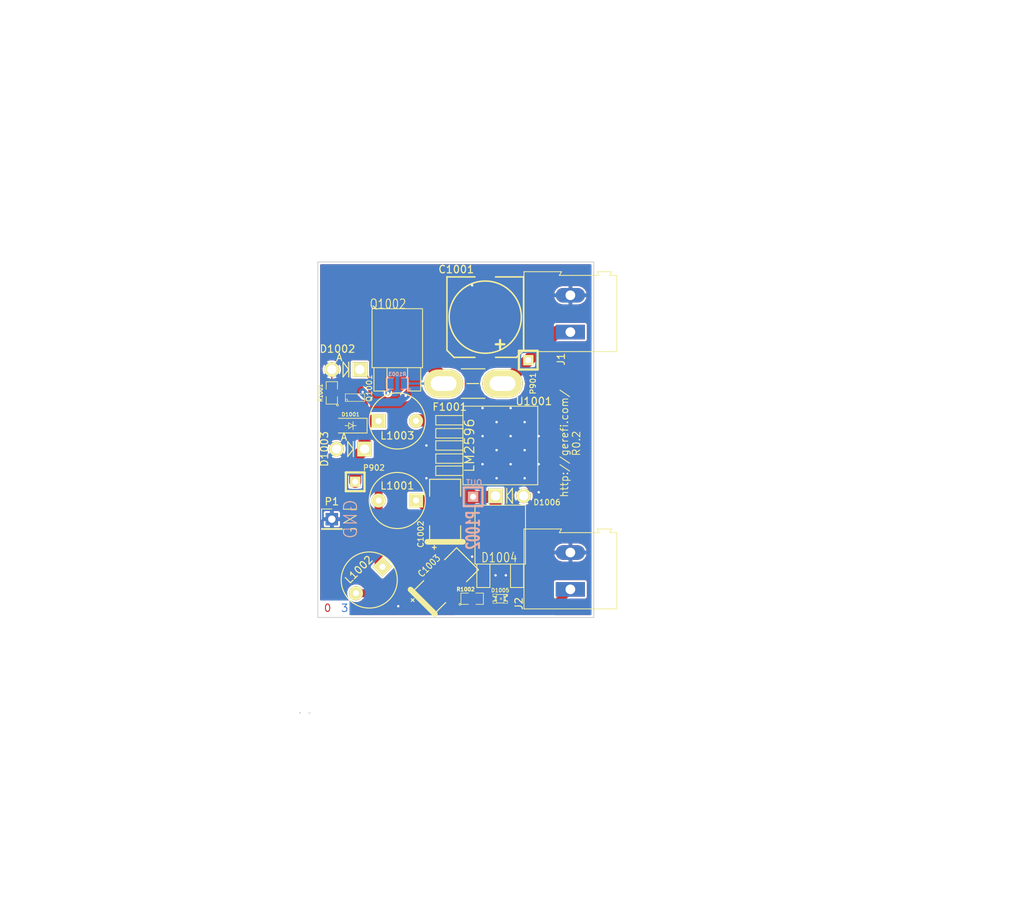
<source format=kicad_pcb>
(kicad_pcb (version 4) (host pcbnew 4.0.5)

  (general
    (links 41)
    (no_connects 0)
    (area 66.802002 20.32 205.740001 144.780001)
    (thickness 1.6)
    (drawings 26)
    (tracks 131)
    (zones 0)
    (modules 25)
    (nets 13)
  )

  (page A)
  (title_block
    (title frankenso-PWR-Supply)
    (date 2017-04-22)
    (rev R0.2)
    (company http://gerefi.com/)
  )

  (layers
    (0 F.Cu signal)
    (31 B.Cu signal)
    (32 B.Adhes user)
    (33 F.Adhes user)
    (34 B.Paste user)
    (35 F.Paste user)
    (36 B.SilkS user)
    (37 F.SilkS user)
    (38 B.Mask user)
    (39 F.Mask user)
    (40 Dwgs.User user)
    (41 Cmts.User user)
    (42 Eco1.User user)
    (43 Eco2.User user)
    (44 Edge.Cuts user)
  )

  (setup
    (last_trace_width 0.1524)
    (user_trace_width 0.1524)
    (user_trace_width 0.2159)
    (user_trace_width 0.3048)
    (user_trace_width 1.0668)
    (user_trace_width 1.651)
    (user_trace_width 1.6764)
    (user_trace_width 2.7178)
    (trace_clearance 0.1524)
    (zone_clearance 0.2159)
    (zone_45_only no)
    (trace_min 0.1524)
    (segment_width 0.127)
    (edge_width 0.127)
    (via_size 0.6858)
    (via_drill 0.3302)
    (via_min_size 0)
    (via_min_drill 0.3302)
    (user_via 0.6858 0.3302)
    (user_via 0.78994 0.43434)
    (user_via 1.54178 1.18618)
    (uvia_size 0.508)
    (uvia_drill 0.127)
    (uvias_allowed no)
    (uvia_min_size 0.508)
    (uvia_min_drill 0.127)
    (pcb_text_width 0.127)
    (pcb_text_size 1.016 1.016)
    (mod_edge_width 0.254)
    (mod_text_size 0.508 0.508)
    (mod_text_width 0.127)
    (pad_size 1.99898 1.99898)
    (pad_drill 1.27)
    (pad_to_mask_clearance 0.0762)
    (aux_axis_origin 109.855 104.14)
    (visible_elements 7FFEF67F)
    (pcbplotparams
      (layerselection 0x010fc_80000001)
      (usegerberextensions true)
      (excludeedgelayer true)
      (linewidth 0.100000)
      (plotframeref false)
      (viasonmask false)
      (mode 1)
      (useauxorigin false)
      (hpglpennumber 1)
      (hpglpenspeed 20)
      (hpglpendiameter 15)
      (hpglpenoverlay 2)
      (psnegative false)
      (psa4output false)
      (plotreference true)
      (plotvalue true)
      (plotinvisibletext false)
      (padsonsilk false)
      (subtractmaskfromsilk false)
      (outputformat 1)
      (mirror false)
      (drillshape 0)
      (scaleselection 1)
      (outputdirectory gerbers/))
  )

  (net 0 "")
  (net 1 GND)
  (net 2 "Net-(D1001-Pad1)")
  (net 3 "Net-(D1001-Pad2)")
  (net 4 "Net-(D1005-Pad1)")
  (net 5 /VBAT)
  (net 6 /FB)
  (net 7 /5V-REG)
  (net 8 /Vs1)
  (net 9 /OUT)
  (net 10 /Vin)
  (net 11 /Vf)
  (net 12 /Vs2)

  (net_class Default ""
    (clearance 0.1524)
    (trace_width 0.1524)
    (via_dia 0.6858)
    (via_drill 0.3302)
    (uvia_dia 0.508)
    (uvia_drill 0.127)
    (add_net /5V-REG)
    (add_net /FB)
    (add_net /OUT)
    (add_net /VBAT)
    (add_net /Vf)
    (add_net /Vin)
    (add_net /Vs1)
    (add_net /Vs2)
    (add_net GND)
    (add_net "Net-(D1001-Pad1)")
    (add_net "Net-(D1005-Pad1)")
  )

  (net_class "1A external" ""
    (clearance 0.2159)
    (trace_width 0.3048)
    (via_dia 0.6858)
    (via_drill 0.3302)
    (uvia_dia 0.508)
    (uvia_drill 0.127)
  )

  (net_class "2.5A external" ""
    (clearance 0.2159)
    (trace_width 1.0668)
    (via_dia 0.6858)
    (via_drill 0.3302)
    (uvia_dia 0.508)
    (uvia_drill 0.127)
  )

  (net_class "3.5A external" ""
    (clearance 0.2159)
    (trace_width 1.651)
    (via_dia 1.0922)
    (via_drill 0.6858)
    (uvia_dia 0.508)
    (uvia_drill 0.127)
    (add_net "Net-(D1001-Pad2)")
  )

  (net_class "3.5A external high voltage" ""
    (clearance 1.016)
    (trace_width 1.6764)
    (via_dia 0.6858)
    (via_drill 0.3302)
    (uvia_dia 0.508)
    (uvia_drill 0.127)
  )

  (net_class "5A external" ""
    (clearance 0.2159)
    (trace_width 2.7178)
    (via_dia 1.54178)
    (via_drill 1.18618)
    (uvia_dia 0.508)
    (uvia_drill 0.127)
  )

  (net_class Supply_200V ""
    (clearance 0.3048)
    (trace_width 1.0668)
    (via_dia 0.6858)
    (via_drill 0.3302)
    (uvia_dia 0.508)
    (uvia_drill 0.127)
  )

  (net_class min2_extern_.188A ""
    (clearance 0.1524)
    (trace_width 0.1524)
    (via_dia 0.6858)
    (via_drill 0.3302)
    (uvia_dia 0.508)
    (uvia_drill 0.127)
  )

  (net_class min_extern_.241A ""
    (clearance 0.2159)
    (trace_width 0.2159)
    (via_dia 0.6858)
    (via_drill 0.3302)
    (uvia_dia 0.508)
    (uvia_drill 0.127)
  )

  (module Diode_DO-41_SOD81_Vertical_AnodeUp (layer F.Cu) (tedit 58DFBCC7) (tstamp 56C21BE3)
    (at 116.205 81.28 180)
    (descr "Diode, DO-41, SOD81, Vertical, Anode Up,")
    (tags "Diode, DO-41, SOD81, Vertical, Anode Up, 1N4007, SB140,")
    (path /560C6855)
    (fp_text reference D1003 (at 5.461 0 270) (layer F.SilkS)
      (effects (font (size 1 1) (thickness 0.15)))
    )
    (fp_text value 24V (at 1.905 3.175 180) (layer F.Fab) hide
      (effects (font (size 1 1) (thickness 0.15)))
    )
    (fp_text user A (at 2.794 1.651 180) (layer F.SilkS)
      (effects (font (size 1 1) (thickness 0.15)))
    )
    (fp_line (start 1.524 0) (end 2.286 1.016) (layer F.SilkS) (width 0.15))
    (fp_line (start 1.524 0) (end 2.286 -1.016) (layer F.SilkS) (width 0.15))
    (fp_line (start 1.524 -1.016) (end 1.524 1.016) (layer F.SilkS) (width 0.15))
    (fp_line (start 2.286 -1.016) (end 2.286 1.016) (layer F.SilkS) (width 0.15))
    (pad 2 thru_hole circle (at 3.81 0 180) (size 1.99898 1.99898) (drill 1.27) (layers *.Cu *.Mask F.SilkS)
      (net 1 GND))
    (pad 1 thru_hole rect (at 0 0 180) (size 1.99898 1.99898) (drill 1.27) (layers *.Cu *.Mask F.SilkS)
      (net 2 "Net-(D1001-Pad1)"))
  )

  (module Diodes_SMD:D_SOD-123 (layer F.Cu) (tedit 58DFB95D) (tstamp 58DFB951)
    (at 114.3 78.105 180)
    (descr SOD-123)
    (tags SOD-123)
    (path /533A08FB)
    (attr smd)
    (fp_text reference D1001 (at 0 1.524 360) (layer F.SilkS)
      (effects (font (size 0.508 0.508) (thickness 0.1016)))
    )
    (fp_text value 7.5V (at 0 2.1 180) (layer F.Fab)
      (effects (font (size 1 1) (thickness 0.15)))
    )
    (fp_line (start -2.25 -1) (end -2.25 1) (layer F.SilkS) (width 0.12))
    (fp_line (start 0.25 0) (end 0.75 0) (layer F.SilkS) (width 0.1))
    (fp_line (start 0.25 0.4) (end -0.35 0) (layer F.SilkS) (width 0.1))
    (fp_line (start 0.25 -0.4) (end 0.25 0.4) (layer F.SilkS) (width 0.1))
    (fp_line (start -0.35 0) (end 0.25 -0.4) (layer F.SilkS) (width 0.1))
    (fp_line (start -0.35 0) (end -0.35 0.55) (layer F.SilkS) (width 0.1))
    (fp_line (start -0.35 0) (end -0.35 -0.55) (layer F.SilkS) (width 0.1))
    (fp_line (start -0.75 0) (end -0.35 0) (layer F.SilkS) (width 0.1))
    (fp_line (start -1.4 0.9) (end -1.4 -0.9) (layer F.Fab) (width 0.1))
    (fp_line (start 1.4 0.9) (end -1.4 0.9) (layer F.Fab) (width 0.1))
    (fp_line (start 1.4 -0.9) (end 1.4 0.9) (layer F.Fab) (width 0.1))
    (fp_line (start -1.4 -0.9) (end 1.4 -0.9) (layer F.Fab) (width 0.1))
    (fp_line (start -2.35 -1.15) (end 2.35 -1.15) (layer F.CrtYd) (width 0.05))
    (fp_line (start 2.35 -1.15) (end 2.35 1.15) (layer F.CrtYd) (width 0.05))
    (fp_line (start 2.35 1.15) (end -2.35 1.15) (layer F.CrtYd) (width 0.05))
    (fp_line (start -2.35 -1.15) (end -2.35 1.15) (layer F.CrtYd) (width 0.05))
    (fp_line (start -2.25 1) (end 1.65 1) (layer F.SilkS) (width 0.12))
    (fp_line (start -2.25 -1) (end 1.65 -1) (layer F.SilkS) (width 0.12))
    (pad 1 smd rect (at -1.65 0 180) (size 0.9 1.2) (layers F.Cu F.Paste F.Mask)
      (net 2 "Net-(D1001-Pad1)"))
    (pad 2 smd rect (at 1.65 0 180) (size 0.9 1.2) (layers F.Cu F.Paste F.Mask)
      (net 3 "Net-(D1001-Pad2)"))
    (model ${KISYS3DMOD}/Diodes_SMD.3dshapes/D_SOD-123.wrl
      (at (xyz 0 0 0))
      (scale (xyz 1 1 1))
      (rotate (xyz 0 0 0))
    )
  )

  (module DPAK5 (layer F.Cu) (tedit 5515EC03) (tstamp 533AAE79)
    (at 127.1425 80.7975 270)
    (tags "CMS DPACK")
    (path /52C4CA58)
    (fp_text reference U1001 (at -5.9945 -12.0495 360) (layer F.SilkS)
      (effects (font (size 1.016 1.016) (thickness 0.1524)))
    )
    (fp_text value LM2596 (at 0 -3.302 270) (layer F.SilkS)
      (effects (font (size 1.27 1.27) (thickness 0.1524)))
    )
    (fp_line (start 2.794 -2.413) (end 2.794 1.27) (layer F.SilkS) (width 0.127))
    (fp_line (start 2.794 1.27) (end 4.064 1.27) (layer F.SilkS) (width 0.127))
    (fp_line (start 4.064 1.27) (end 4.064 -2.413) (layer F.SilkS) (width 0.127))
    (fp_line (start 1.143 -2.413) (end 1.143 1.27) (layer F.SilkS) (width 0.127))
    (fp_line (start 1.143 1.27) (end 2.413 1.27) (layer F.SilkS) (width 0.127))
    (fp_line (start 2.413 1.27) (end 2.413 -2.413) (layer F.SilkS) (width 0.127))
    (fp_line (start -0.635 -2.413) (end -0.635 1.27) (layer F.SilkS) (width 0.127))
    (fp_line (start -0.635 1.27) (end 0.635 1.27) (layer F.SilkS) (width 0.127))
    (fp_line (start 0.635 1.27) (end 0.635 -2.413) (layer F.SilkS) (width 0.127))
    (fp_line (start -2.286 -2.413) (end -2.286 1.27) (layer F.SilkS) (width 0.127))
    (fp_line (start -2.286 1.27) (end -1.143 1.27) (layer F.SilkS) (width 0.127))
    (fp_line (start -1.143 1.27) (end -1.016 1.27) (layer F.SilkS) (width 0.127))
    (fp_line (start -1.016 1.27) (end -1.016 -2.413) (layer F.SilkS) (width 0.127))
    (fp_line (start -4.064 -2.413) (end -4.064 1.27) (layer F.SilkS) (width 0.127))
    (fp_line (start -4.064 1.27) (end -2.794 1.27) (layer F.SilkS) (width 0.127))
    (fp_line (start -2.794 1.27) (end -2.794 -2.413) (layer F.SilkS) (width 0.127))
    (fp_line (start -5.334 -2.413) (end 5.334 -2.413) (layer F.SilkS) (width 0.127))
    (fp_line (start 5.334 -2.413) (end 5.334 -12.573) (layer F.SilkS) (width 0.127))
    (fp_line (start 5.334 -12.573) (end -5.334 -12.573) (layer F.SilkS) (width 0.127))
    (fp_line (start -5.334 -12.573) (end -5.334 -2.413) (layer F.SilkS) (width 0.127))
    (pad 1 smd rect (at -3.4036 0 270) (size 1.0668 2.286) (layers F.Cu F.Paste F.Mask)
      (net 5 /VBAT))
    (pad 3 smd rect (at 0 -8.763 270) (size 10.668 8.89) (layers F.Cu F.Paste F.Mask)
      (net 1 GND))
    (pad 3 smd rect (at 0 0 270) (size 1.0668 2.286) (layers F.Cu F.Paste F.Mask)
      (net 1 GND))
    (pad 2 smd rect (at -1.7018 0 270) (size 1.0668 2.286) (layers F.Cu F.Paste F.Mask)
      (net 9 /OUT))
    (pad 4 smd rect (at 1.7018 0 270) (size 1.0668 2.286) (layers F.Cu F.Paste F.Mask)
      (net 6 /FB))
    (pad 5 smd rect (at 3.4036 0 270) (size 1.0668 2.286) (layers F.Cu F.Paste F.Mask)
      (net 1 GND))
    (model smd/dpack_5.wrl
      (at (xyz 0 0 0))
      (scale (xyz 1 1 1))
      (rotate (xyz 0 0 0))
    )
  )

  (module SMDSVP10 (layer F.Cu) (tedit 58A03748) (tstamp 5515EBC5)
    (at 132.588 63.373 90)
    (path /51297942)
    (attr smd)
    (fp_text reference C1001 (at 6.477 -3.937 180) (layer F.SilkS)
      (effects (font (size 1.016 1.00076) (thickness 0.15748)))
    )
    (fp_text value "330uF 35V" (at 0 2.79908 90) (layer F.SilkS) hide
      (effects (font (size 1.016 1.00076) (thickness 0.2032)))
    )
    (fp_line (start -5.461 4.191) (end -5.461 1.397) (layer F.SilkS) (width 0.2032))
    (fp_line (start -5.461 -4.191) (end -5.461 -1.397) (layer F.SilkS) (width 0.2032))
    (fp_line (start 5.461 5.207) (end 5.461 1.397) (layer F.SilkS) (width 0.2032))
    (fp_line (start 5.461 -5.207) (end 5.461 -1.397) (layer F.SilkS) (width 0.2032))
    (fp_text user + (at -3.683 1.905 90) (layer F.SilkS)
      (effects (font (thickness 0.3048)))
    )
    (fp_circle (center 0 0) (end 4.89966 0) (layer F.SilkS) (width 0.2032))
    (fp_line (start 5.4991 -5.19938) (end -4.50088 -5.19938) (layer F.SilkS) (width 0.2032))
    (fp_line (start -4.50088 -5.19938) (end -5.4991 -4.20116) (layer F.SilkS) (width 0.2032))
    (fp_line (start -5.4991 4.20116) (end -4.50088 5.19938) (layer F.SilkS) (width 0.2032))
    (fp_line (start -4.50088 5.19938) (end 5.4991 5.19938) (layer F.SilkS) (width 0.2032))
    (pad 1 smd rect (at -4.39928 0 90) (size 4.39928 1.89992) (layers F.Cu F.Paste F.Mask)
      (net 5 /VBAT))
    (pad 2 smd rect (at 4.30022 0 90) (size 4.39928 1.89992) (layers F.Cu F.Paste F.Mask)
      (net 1 GND))
    (model smd\capacitors\c_elec_10x10_5.wrl
      (at (xyz 0 0 0.001))
      (scale (xyz 1 1 1))
      (rotate (xyz 0 0 180))
    )
  )

  (module SM2512 (layer F.Cu) (tedit 58A036FB) (tstamp 539C2953)
    (at 127.1425 89.6875 90)
    (tags "CMS SM")
    (path /5378A039)
    (attr smd)
    (fp_text reference C1002 (at -3.1495 -3.3175 270) (layer F.SilkS)
      (effects (font (size 0.762 0.762) (thickness 0.127)))
    )
    (fp_text value "220uF 16V" (at 0.89916 0 180) (layer F.SilkS) hide
      (effects (font (size 0.889 0.762) (thickness 0.127)))
    )
    (fp_line (start -3.99956 -2.10058) (end -3.99956 2.10058) (layer F.SilkS) (width 0.14986))
    (fp_text user + (at -4.953 -1.524 90) (layer F.SilkS)
      (effects (font (size 0.7 0.7) (thickness 0.15)))
    )
    (fp_line (start -4.30022 -2.10058) (end -4.30022 2.10058) (layer F.SilkS) (width 0.14986))
    (fp_line (start 4.30022 -2.10058) (end 4.30022 2.10058) (layer F.SilkS) (width 0.14986))
    (fp_line (start 1.99644 2.10566) (end 4.28244 2.10566) (layer F.SilkS) (width 0.14986))
    (fp_line (start 4.28244 -2.10566) (end 1.99644 -2.10566) (layer F.SilkS) (width 0.14986))
    (fp_line (start -1.99898 -2.10566) (end -4.28498 -2.10566) (layer F.SilkS) (width 0.14986))
    (fp_line (start -4.28244 2.10566) (end -1.99644 2.10566) (layer F.SilkS) (width 0.14986))
    (pad 1 smd rect (at -2.99974 0 90) (size 1.99898 2.99974) (layers F.Cu F.Paste F.Mask)
      (net 6 /FB))
    (pad 2 smd rect (at 2.99974 0 90) (size 1.99898 2.99974) (layers F.Cu F.Paste F.Mask)
      (net 1 GND))
    (model smd\chip_smd_pol_wide.wrl
      (at (xyz 0 0 0))
      (scale (xyz 0.35 0.35 0.35))
      (rotate (xyz 0 0 0))
    )
  )

  (module SM2512 (layer F.Cu) (tedit 58A036EA) (tstamp 533AADFF)
    (at 127.1425 99.2125 45)
    (tags "CMS SM")
    (path /53D50AD9)
    (attr smd)
    (fp_text reference C1003 (at -0.082731 -2.992476 225) (layer F.SilkS)
      (effects (font (size 0.889 0.762) (thickness 0.127)))
    )
    (fp_text value "220uF 16V" (at 0.89916 0 135) (layer F.SilkS) hide
      (effects (font (size 0.889 0.762) (thickness 0.127)))
    )
    (fp_line (start -3.99956 -2.10058) (end -3.99956 2.10058) (layer F.SilkS) (width 0.14986))
    (fp_text user + (at -4.939141 -1.347038 45) (layer F.SilkS)
      (effects (font (size 0.7 0.7) (thickness 0.15)))
    )
    (fp_line (start -4.30022 -2.10058) (end -4.30022 2.10058) (layer F.SilkS) (width 0.14986))
    (fp_line (start 4.30022 -2.10058) (end 4.30022 2.10058) (layer F.SilkS) (width 0.14986))
    (fp_line (start 1.99644 2.10566) (end 4.28244 2.10566) (layer F.SilkS) (width 0.14986))
    (fp_line (start 4.28244 -2.10566) (end 1.99644 -2.10566) (layer F.SilkS) (width 0.14986))
    (fp_line (start -1.99898 -2.10566) (end -4.28498 -2.10566) (layer F.SilkS) (width 0.14986))
    (fp_line (start -4.28244 2.10566) (end -1.99644 2.10566) (layer F.SilkS) (width 0.14986))
    (pad 1 smd rect (at -2.99974 0 45) (size 1.99898 2.99974) (layers F.Cu F.Paste F.Mask)
      (net 7 /5V-REG))
    (pad 2 smd rect (at 2.99974 0 45) (size 1.99898 2.99974) (layers F.Cu F.Paste F.Mask)
      (net 1 GND))
    (model smd\chip_smd_pol_wide.wrl
      (at (xyz 0 0 0))
      (scale (xyz 0.35 0.35 0.35))
      (rotate (xyz 0 0 0))
    )
  )

  (module SM0805 (layer F.Cu) (tedit 58A1BF9A) (tstamp 533AAE20)
    (at 130.81 101.6)
    (path /512925E9)
    (attr smd)
    (fp_text reference R1002 (at -0.889 -1.27 180) (layer F.SilkS)
      (effects (font (size 0.508 0.508) (thickness 0.127)))
    )
    (fp_text value 1k (at 0 0.381) (layer F.SilkS) hide
      (effects (font (size 0.50038 0.50038) (thickness 0.10922)))
    )
    (fp_circle (center -1.651 0.762) (end -1.651 0.635) (layer F.SilkS) (width 0.09906))
    (fp_line (start -0.508 0.762) (end -1.524 0.762) (layer F.SilkS) (width 0.09906))
    (fp_line (start -1.524 0.762) (end -1.524 -0.762) (layer F.SilkS) (width 0.09906))
    (fp_line (start -1.524 -0.762) (end -0.508 -0.762) (layer F.SilkS) (width 0.09906))
    (fp_line (start 0.508 -0.762) (end 1.524 -0.762) (layer F.SilkS) (width 0.09906))
    (fp_line (start 1.524 -0.762) (end 1.524 0.762) (layer F.SilkS) (width 0.09906))
    (fp_line (start 1.524 0.762) (end 0.508 0.762) (layer F.SilkS) (width 0.09906))
    (pad 1 smd rect (at -0.9525 0) (size 0.889 1.397) (layers F.Cu F.Paste F.Mask)
      (net 6 /FB))
    (pad 2 smd rect (at 0.9525 0) (size 0.889 1.397) (layers F.Cu F.Paste F.Mask)
      (net 4 "Net-(D1005-Pad1)"))
    (model smd/chip_cms.wrl
      (at (xyz 0 0 0))
      (scale (xyz 0.1 0.1 0.1))
      (rotate (xyz 0 0 0))
    )
  )

  (module LED-0805 (layer F.Cu) (tedit 58A1BF92) (tstamp 533AAE5B)
    (at 134.62 101.6)
    (descr "LED 0805 smd package")
    (tags "LED 0805 SMD")
    (path /5129222C)
    (attr smd)
    (fp_text reference D1005 (at 0 -1.143) (layer F.SilkS)
      (effects (font (size 0.508 0.508) (thickness 0.1016)))
    )
    (fp_text value LED-grn (at 0 1.27) (layer F.SilkS) hide
      (effects (font (size 0.762 0.762) (thickness 0.127)))
    )
    (fp_line (start 0.49784 0.29972) (end 0.49784 0.62484) (layer F.SilkS) (width 0.06604))
    (fp_line (start 0.49784 0.62484) (end 0.99822 0.62484) (layer F.SilkS) (width 0.06604))
    (fp_line (start 0.99822 0.29972) (end 0.99822 0.62484) (layer F.SilkS) (width 0.06604))
    (fp_line (start 0.49784 0.29972) (end 0.99822 0.29972) (layer F.SilkS) (width 0.06604))
    (fp_line (start 0.49784 -0.32258) (end 0.49784 -0.17272) (layer F.SilkS) (width 0.06604))
    (fp_line (start 0.49784 -0.17272) (end 0.7493 -0.17272) (layer F.SilkS) (width 0.06604))
    (fp_line (start 0.7493 -0.32258) (end 0.7493 -0.17272) (layer F.SilkS) (width 0.06604))
    (fp_line (start 0.49784 -0.32258) (end 0.7493 -0.32258) (layer F.SilkS) (width 0.06604))
    (fp_line (start 0.49784 0.17272) (end 0.49784 0.32258) (layer F.SilkS) (width 0.06604))
    (fp_line (start 0.49784 0.32258) (end 0.7493 0.32258) (layer F.SilkS) (width 0.06604))
    (fp_line (start 0.7493 0.17272) (end 0.7493 0.32258) (layer F.SilkS) (width 0.06604))
    (fp_line (start 0.49784 0.17272) (end 0.7493 0.17272) (layer F.SilkS) (width 0.06604))
    (fp_line (start 0.49784 -0.19812) (end 0.49784 0.19812) (layer F.SilkS) (width 0.06604))
    (fp_line (start 0.49784 0.19812) (end 0.6731 0.19812) (layer F.SilkS) (width 0.06604))
    (fp_line (start 0.6731 -0.19812) (end 0.6731 0.19812) (layer F.SilkS) (width 0.06604))
    (fp_line (start 0.49784 -0.19812) (end 0.6731 -0.19812) (layer F.SilkS) (width 0.06604))
    (fp_line (start -0.99822 0.29972) (end -0.99822 0.62484) (layer F.SilkS) (width 0.06604))
    (fp_line (start -0.99822 0.62484) (end -0.49784 0.62484) (layer F.SilkS) (width 0.06604))
    (fp_line (start -0.49784 0.29972) (end -0.49784 0.62484) (layer F.SilkS) (width 0.06604))
    (fp_line (start -0.99822 0.29972) (end -0.49784 0.29972) (layer F.SilkS) (width 0.06604))
    (fp_line (start -0.99822 -0.62484) (end -0.99822 -0.29972) (layer F.SilkS) (width 0.06604))
    (fp_line (start -0.99822 -0.29972) (end -0.49784 -0.29972) (layer F.SilkS) (width 0.06604))
    (fp_line (start -0.49784 -0.62484) (end -0.49784 -0.29972) (layer F.SilkS) (width 0.06604))
    (fp_line (start -0.99822 -0.62484) (end -0.49784 -0.62484) (layer F.SilkS) (width 0.06604))
    (fp_line (start -0.7493 0.17272) (end -0.7493 0.32258) (layer F.SilkS) (width 0.06604))
    (fp_line (start -0.7493 0.32258) (end -0.49784 0.32258) (layer F.SilkS) (width 0.06604))
    (fp_line (start -0.49784 0.17272) (end -0.49784 0.32258) (layer F.SilkS) (width 0.06604))
    (fp_line (start -0.7493 0.17272) (end -0.49784 0.17272) (layer F.SilkS) (width 0.06604))
    (fp_line (start -0.7493 -0.32258) (end -0.7493 -0.17272) (layer F.SilkS) (width 0.06604))
    (fp_line (start -0.7493 -0.17272) (end -0.49784 -0.17272) (layer F.SilkS) (width 0.06604))
    (fp_line (start -0.49784 -0.32258) (end -0.49784 -0.17272) (layer F.SilkS) (width 0.06604))
    (fp_line (start -0.7493 -0.32258) (end -0.49784 -0.32258) (layer F.SilkS) (width 0.06604))
    (fp_line (start -0.6731 -0.19812) (end -0.6731 0.19812) (layer F.SilkS) (width 0.06604))
    (fp_line (start -0.6731 0.19812) (end -0.49784 0.19812) (layer F.SilkS) (width 0.06604))
    (fp_line (start -0.49784 -0.19812) (end -0.49784 0.19812) (layer F.SilkS) (width 0.06604))
    (fp_line (start -0.6731 -0.19812) (end -0.49784 -0.19812) (layer F.SilkS) (width 0.06604))
    (fp_line (start 0 -0.09906) (end 0 0.09906) (layer F.SilkS) (width 0.06604))
    (fp_line (start 0 0.09906) (end 0.19812 0.09906) (layer F.SilkS) (width 0.06604))
    (fp_line (start 0.19812 -0.09906) (end 0.19812 0.09906) (layer F.SilkS) (width 0.06604))
    (fp_line (start 0 -0.09906) (end 0.19812 -0.09906) (layer F.SilkS) (width 0.06604))
    (fp_line (start 0.49784 -0.59944) (end 0.49784 -0.29972) (layer F.SilkS) (width 0.06604))
    (fp_line (start 0.49784 -0.29972) (end 0.79756 -0.29972) (layer F.SilkS) (width 0.06604))
    (fp_line (start 0.79756 -0.59944) (end 0.79756 -0.29972) (layer F.SilkS) (width 0.06604))
    (fp_line (start 0.49784 -0.59944) (end 0.79756 -0.59944) (layer F.SilkS) (width 0.06604))
    (fp_line (start 0.92456 -0.62484) (end 0.92456 -0.39878) (layer F.SilkS) (width 0.06604))
    (fp_line (start 0.92456 -0.39878) (end 0.99822 -0.39878) (layer F.SilkS) (width 0.06604))
    (fp_line (start 0.99822 -0.62484) (end 0.99822 -0.39878) (layer F.SilkS) (width 0.06604))
    (fp_line (start 0.92456 -0.62484) (end 0.99822 -0.62484) (layer F.SilkS) (width 0.06604))
    (fp_line (start 0.52324 0.57404) (end -0.52324 0.57404) (layer F.SilkS) (width 0.1016))
    (fp_line (start -0.49784 -0.57404) (end 0.92456 -0.57404) (layer F.SilkS) (width 0.1016))
    (fp_circle (center 0.84836 -0.44958) (end 0.89916 -0.50038) (layer F.SilkS) (width 0.0508))
    (fp_arc (start 0.99822 0) (end 0.99822 0.34798) (angle 180) (layer F.SilkS) (width 0.1016))
    (fp_arc (start -0.99822 0) (end -0.99822 -0.34798) (angle 180) (layer F.SilkS) (width 0.1016))
    (pad 1 smd rect (at -1.04902 0) (size 1.19888 1.19888) (layers F.Cu F.Paste F.Mask)
      (net 4 "Net-(D1005-Pad1)"))
    (pad 2 smd rect (at 1.04902 0) (size 1.19888 1.19888) (layers F.Cu F.Paste F.Mask)
      (net 1 GND))
  )

  (module SM0805 (layer F.Cu) (tedit 58A03624) (tstamp 533A9B6E)
    (at 111.76 73.66 90)
    (path /533A08F3)
    (attr smd)
    (fp_text reference R1001 (at 0 -1.524 270) (layer F.SilkS)
      (effects (font (size 0.508 0.508) (thickness 0.127)))
    )
    (fp_text value 39k (at 0 0.381 90) (layer F.SilkS) hide
      (effects (font (size 0.50038 0.50038) (thickness 0.10922)))
    )
    (fp_circle (center -1.651 0.762) (end -1.651 0.635) (layer F.SilkS) (width 0.09906))
    (fp_line (start -0.508 0.762) (end -1.524 0.762) (layer F.SilkS) (width 0.09906))
    (fp_line (start -1.524 0.762) (end -1.524 -0.762) (layer F.SilkS) (width 0.09906))
    (fp_line (start -1.524 -0.762) (end -0.508 -0.762) (layer F.SilkS) (width 0.09906))
    (fp_line (start 0.508 -0.762) (end 1.524 -0.762) (layer F.SilkS) (width 0.09906))
    (fp_line (start 1.524 -0.762) (end 1.524 0.762) (layer F.SilkS) (width 0.09906))
    (fp_line (start 1.524 0.762) (end 0.508 0.762) (layer F.SilkS) (width 0.09906))
    (pad 1 smd rect (at -0.9525 0 90) (size 0.889 1.397) (layers F.Cu F.Paste F.Mask)
      (net 3 "Net-(D1001-Pad2)"))
    (pad 2 smd rect (at 0.9525 0 90) (size 0.889 1.397) (layers F.Cu F.Paste F.Mask)
      (net 1 GND))
    (model smd/chip_cms.wrl
      (at (xyz 0 0 0))
      (scale (xyz 0.1 0.1 0.1))
      (rotate (xyz 0 0 0))
    )
  )

  (module SIL-1 (layer B.Cu) (tedit 53EB32D0) (tstamp 533AADCB)
    (at 130.937 87.757 180)
    (descr "Connecteurs 1 pin")
    (tags "CONN DEV")
    (path /519D13C2)
    (fp_text reference P1002 (at -0.0155 -4.5465 450) (layer B.SilkS)
      (effects (font (size 1.72974 1.08712) (thickness 0.27178)) (justify mirror))
    )
    (fp_text value CONN_1 (at 0 2.54 180) (layer B.SilkS) hide
      (effects (font (size 1.524 1.016) (thickness 0.254)) (justify mirror))
    )
    (fp_line (start -1.27 -1.27) (end 1.27 -1.27) (layer B.SilkS) (width 0.3175))
    (fp_line (start -1.27 1.27) (end 1.27 1.27) (layer B.SilkS) (width 0.3175))
    (fp_line (start -1.27 -1.27) (end -1.27 1.27) (layer B.SilkS) (width 0.3048))
    (fp_line (start 1.27 1.27) (end 1.27 -1.27) (layer B.SilkS) (width 0.3048))
    (pad 1 thru_hole rect (at 0 0 180) (size 1.397 1.397) (drill 0.8128) (layers *.Cu *.Mask B.SilkS)
      (net 9 /OUT))
  )

  (module SOT23 (layer F.Cu) (tedit 58DFB968) (tstamp 533BF37F)
    (at 114.935 74.295)
    (tags SOT23)
    (path /52C6272D)
    (fp_text reference Q1001 (at 1.905 -1.27 90) (layer F.SilkS)
      (effects (font (size 0.762 0.762) (thickness 0.11938)))
    )
    (fp_text value 20V (at 0.0635 0) (layer F.SilkS) hide
      (effects (font (size 0.50038 0.50038) (thickness 0.09906)))
    )
    (fp_circle (center -1.17602 0.35052) (end -1.30048 0.44958) (layer F.SilkS) (width 0.07874))
    (fp_line (start 1.27 -0.508) (end 1.27 0.508) (layer F.SilkS) (width 0.07874))
    (fp_line (start -1.3335 -0.508) (end -1.3335 0.508) (layer F.SilkS) (width 0.07874))
    (fp_line (start 1.27 0.508) (end -1.3335 0.508) (layer F.SilkS) (width 0.07874))
    (fp_line (start -1.3335 -0.508) (end 1.27 -0.508) (layer F.SilkS) (width 0.07874))
    (pad 3 smd rect (at 0 -1.09982) (size 0.8001 1.00076) (layers F.Cu F.Paste F.Mask)
      (net 12 /Vs2))
    (pad 2 smd rect (at 0.9525 1.09982) (size 0.8001 1.00076) (layers F.Cu F.Paste F.Mask)
      (net 2 "Net-(D1001-Pad1)"))
    (pad 1 smd rect (at -0.9525 1.09982) (size 0.8001 1.00076) (layers F.Cu F.Paste F.Mask)
      (net 3 "Net-(D1001-Pad2)"))
    (model smd\SOT23_3.wrl
      (at (xyz 0 0 0))
      (scale (xyz 0.4 0.4 0.4))
      (rotate (xyz 0 0 180))
    )
  )

  (module SIL-1 (layer F.Cu) (tedit 53DEE452) (tstamp 53DEF3CB)
    (at 138.43 69.215)
    (descr "Connecteurs 1 pin")
    (tags "CONN DEV")
    (path /53DF5B0B)
    (fp_text reference P901 (at 0.635 3.175 90) (layer F.SilkS)
      (effects (font (size 0.762 0.762) (thickness 0.127)))
    )
    (fp_text value CONN_1 (at 0 -2.54) (layer F.SilkS) hide
      (effects (font (size 1.524 1.016) (thickness 0.254)))
    )
    (fp_line (start -1.27 1.27) (end 1.27 1.27) (layer F.SilkS) (width 0.3175))
    (fp_line (start -1.27 -1.27) (end 1.27 -1.27) (layer F.SilkS) (width 0.3175))
    (fp_line (start -1.27 1.27) (end -1.27 -1.27) (layer F.SilkS) (width 0.3048))
    (fp_line (start 1.27 -1.27) (end 1.27 1.27) (layer F.SilkS) (width 0.3048))
    (pad 1 thru_hole rect (at 0 0) (size 1.397 1.397) (drill 0.8128) (layers *.Cu *.Mask F.SilkS)
      (net 10 /Vin))
  )

  (module SIL-1 (layer F.Cu) (tedit 56C24233) (tstamp 53DEF3D4)
    (at 114.935 85.725)
    (descr "Connecteurs 1 pin")
    (tags "CONN DEV")
    (path /53DF5B1A)
    (fp_text reference P902 (at 2.54 -1.905 180) (layer F.SilkS)
      (effects (font (size 0.762 0.762) (thickness 0.127)))
    )
    (fp_text value CONN_1 (at 0 -2.54) (layer F.SilkS) hide
      (effects (font (size 1.524 1.016) (thickness 0.254)))
    )
    (fp_line (start -1.27 1.27) (end 1.27 1.27) (layer F.SilkS) (width 0.3175))
    (fp_line (start -1.27 -1.27) (end 1.27 -1.27) (layer F.SilkS) (width 0.3175))
    (fp_line (start -1.27 1.27) (end -1.27 -1.27) (layer F.SilkS) (width 0.3048))
    (fp_line (start 1.27 -1.27) (end 1.27 1.27) (layer F.SilkS) (width 0.3048))
    (pad 1 thru_hole rect (at 0 0) (size 1.397 1.397) (drill 0.8128) (layers *.Cu *.Mask F.SilkS)
      (net 2 "Net-(D1001-Pad1)"))
  )

  (module SM0805 (layer B.Cu) (tedit 58A03674) (tstamp 560DBA57)
    (at 120.65 72.39 180)
    (path /560A5E1C)
    (attr smd)
    (fp_text reference R1003 (at 0 1.27 180) (layer B.SilkS)
      (effects (font (size 0.50038 0.50038) (thickness 0.10922)) (justify mirror))
    )
    (fp_text value 100k (at 0 -0.381 180) (layer B.SilkS) hide
      (effects (font (size 0.50038 0.50038) (thickness 0.10922)) (justify mirror))
    )
    (fp_circle (center -1.651 -0.762) (end -1.651 -0.635) (layer B.SilkS) (width 0.09906))
    (fp_line (start -0.508 -0.762) (end -1.524 -0.762) (layer B.SilkS) (width 0.09906))
    (fp_line (start -1.524 -0.762) (end -1.524 0.762) (layer B.SilkS) (width 0.09906))
    (fp_line (start -1.524 0.762) (end -0.508 0.762) (layer B.SilkS) (width 0.09906))
    (fp_line (start 0.508 0.762) (end 1.524 0.762) (layer B.SilkS) (width 0.09906))
    (fp_line (start 1.524 0.762) (end 1.524 -0.762) (layer B.SilkS) (width 0.09906))
    (fp_line (start 1.524 -0.762) (end 0.508 -0.762) (layer B.SilkS) (width 0.09906))
    (pad 1 smd rect (at -0.9525 0 180) (size 0.889 1.397) (layers B.Cu B.Paste B.Mask)
      (net 11 /Vf))
    (pad 2 smd rect (at 0.9525 0 180) (size 0.889 1.397) (layers B.Cu B.Paste B.Mask)
      (net 8 /Vs1))
    (model smd/chip_cms.wrl
      (at (xyz 0 0 0))
      (scale (xyz 0.1 0.1 0.1))
      (rotate (xyz 0 0 0))
    )
  )

  (module Diode_DO-41_SOD81_Vertical_AnodeUp (layer F.Cu) (tedit 58DFBCD6) (tstamp 56C21BD9)
    (at 115.57 70.485 180)
    (descr "Diode, DO-41, SOD81, Vertical, Anode Up,")
    (tags "Diode, DO-41, SOD81, Vertical, Anode Up, 1N4007, SB140,")
    (path /560A5DFC)
    (fp_text reference D1002 (at 3.048 2.794 180) (layer F.SilkS)
      (effects (font (size 1 1) (thickness 0.15)))
    )
    (fp_text value 17V (at 1.905 -1.905 180) (layer F.Fab)
      (effects (font (size 1 1) (thickness 0.15)))
    )
    (fp_text user A (at 2.794 1.651 180) (layer F.SilkS)
      (effects (font (size 1 1) (thickness 0.15)))
    )
    (fp_line (start 1.524 0) (end 2.286 1.016) (layer F.SilkS) (width 0.15))
    (fp_line (start 1.524 0) (end 2.286 -1.016) (layer F.SilkS) (width 0.15))
    (fp_line (start 1.524 -1.016) (end 1.524 1.016) (layer F.SilkS) (width 0.15))
    (fp_line (start 2.286 -1.016) (end 2.286 1.016) (layer F.SilkS) (width 0.15))
    (pad 2 thru_hole circle (at 3.81 0 180) (size 1.99898 1.99898) (drill 1.27) (layers *.Cu *.Mask F.SilkS)
      (net 1 GND))
    (pad 1 thru_hole rect (at 0 0 180) (size 1.99898 1.99898) (drill 1.27) (layers *.Cu *.Mask F.SilkS)
      (net 8 /Vs1))
  )

  (module Diode_DO-41_SOD81_Vertical_AnodeUp (layer F.Cu) (tedit 58DFBDBD) (tstamp 56C21BED)
    (at 133.985 87.63)
    (descr "Diode, DO-41, SOD81, Vertical, Anode Up,")
    (tags "Diode, DO-41, SOD81, Vertical, Anode Up, 1N4007, SB140,")
    (path /533B6631)
    (fp_text reference D1006 (at 6.985 0.889 180) (layer F.SilkS)
      (effects (font (size 0.762 0.762) (thickness 0.127)))
    )
    (fp_text value DIODESCH (at 0.05 -2) (layer F.Fab) hide
      (effects (font (size 1 1) (thickness 0.15)))
    )
    (fp_text user A (at 2.794 1.651) (layer F.SilkS) hide
      (effects (font (size 1 1) (thickness 0.15)))
    )
    (fp_line (start 1.524 0) (end 2.286 1.016) (layer F.SilkS) (width 0.15))
    (fp_line (start 1.524 0) (end 2.286 -1.016) (layer F.SilkS) (width 0.15))
    (fp_line (start 1.524 -1.016) (end 1.524 1.016) (layer F.SilkS) (width 0.15))
    (fp_line (start 2.286 -1.016) (end 2.286 1.016) (layer F.SilkS) (width 0.15))
    (pad 2 thru_hole circle (at 3.81 0) (size 1.99898 1.99898) (drill 1.27) (layers *.Cu *.Mask F.SilkS)
      (net 1 GND))
    (pad 1 thru_hole rect (at 0 0) (size 1.99898 1.99898) (drill 1.27) (layers *.Cu *.Mask F.SilkS)
      (net 9 /OUT))
  )

  (module INDUCTOR_V (layer F.Cu) (tedit 0) (tstamp 56C21BF7)
    (at 120.65 88.265 180)
    (descr "Inductor (vertical)")
    (tags INDUCTOR)
    (path /56C8D544)
    (fp_text reference L1001 (at 0 1.99898 180) (layer F.SilkS)
      (effects (font (size 1 1) (thickness 0.15)))
    )
    (fp_text value 68uH (at 0.09906 -1.99898 180) (layer F.Fab)
      (effects (font (size 1 1) (thickness 0.15)))
    )
    (fp_circle (center 0 0) (end 3.81 0) (layer F.SilkS) (width 0.15))
    (pad 1 thru_hole rect (at -2.54 0 180) (size 1.905 1.905) (drill 0.8128) (layers *.Cu *.Mask F.SilkS)
      (net 9 /OUT))
    (pad 2 thru_hole circle (at 2.54 0 180) (size 1.905 1.905) (drill 0.8128) (layers *.Cu *.Mask F.SilkS)
      (net 6 /FB))
    (model Inductors.3dshapes/INDUCTOR_V.wrl
      (at (xyz 0 0 0))
      (scale (xyz 2 2 2))
      (rotate (xyz 0 0 0))
    )
  )

  (module INDUCTOR_V (layer F.Cu) (tedit 0) (tstamp 56C21BFD)
    (at 116.84 99.06 225)
    (descr "Inductor (vertical)")
    (tags INDUCTOR)
    (path /56C8D61D)
    (fp_text reference L1002 (at 0 1.99898 225) (layer F.SilkS)
      (effects (font (size 1 1) (thickness 0.15)))
    )
    (fp_text value 68uH (at 0.09906 -1.99898 225) (layer F.Fab)
      (effects (font (size 1 1) (thickness 0.15)))
    )
    (fp_circle (center 0 0) (end 3.81 0) (layer F.SilkS) (width 0.15))
    (pad 1 thru_hole rect (at -2.54 0 225) (size 1.905 1.905) (drill 0.8128) (layers *.Cu *.Mask F.SilkS)
      (net 6 /FB))
    (pad 2 thru_hole circle (at 2.54 0 225) (size 1.905 1.905) (drill 0.8128) (layers *.Cu *.Mask F.SilkS)
      (net 7 /5V-REG))
    (model Inductors.3dshapes/INDUCTOR_V.wrl
      (at (xyz 0 0 0))
      (scale (xyz 2 2 2))
      (rotate (xyz 0 0 0))
    )
  )

  (module INDUCTOR_V (layer F.Cu) (tedit 0) (tstamp 56C21C03)
    (at 120.65 77.47)
    (descr "Inductor (vertical)")
    (tags INDUCTOR)
    (path /56A514D5)
    (fp_text reference L1003 (at 0 1.99898) (layer F.SilkS)
      (effects (font (size 1 1) (thickness 0.15)))
    )
    (fp_text value 68uH (at 0.09906 -1.99898) (layer F.Fab)
      (effects (font (size 1 1) (thickness 0.15)))
    )
    (fp_circle (center 0 0) (end 3.81 0) (layer F.SilkS) (width 0.15))
    (pad 1 thru_hole rect (at -2.54 0) (size 1.905 1.905) (drill 0.8128) (layers *.Cu *.Mask F.SilkS)
      (net 2 "Net-(D1001-Pad1)"))
    (pad 2 thru_hole circle (at 2.54 0) (size 1.905 1.905) (drill 0.8128) (layers *.Cu *.Mask F.SilkS)
      (net 5 /VBAT))
    (model Inductors.3dshapes/INDUCTOR_V.wrl
      (at (xyz 0 0 0))
      (scale (xyz 2 2 2))
      (rotate (xyz 0 0 0))
    )
  )

  (module BladeFuse-Mini (layer F.Cu) (tedit 56C23F1E) (tstamp 56C247A8)
    (at 130.937 72.39 180)
    (path /533A8E21)
    (attr smd)
    (fp_text reference F1001 (at 3.175 -3.175 180) (layer F.SilkS)
      (effects (font (size 1 1) (thickness 0.15)))
    )
    (fp_text value 1.5A (at 3.81 3.175 180) (layer F.Fab)
      (effects (font (size 1 1) (thickness 0.15)))
    )
    (fp_line (start -0.75 0) (end 0.85 0) (layer F.SilkS) (width 0.15))
    (fp_line (start 1.6 2) (end -1.6 2) (layer F.SilkS) (width 0.15))
    (fp_line (start -1.6 -2) (end 1.6 -2) (layer F.SilkS) (width 0.15))
    (pad 1 thru_hole oval (at -4 0 180) (size 5.5 3.8) (drill oval 3.5 2) (layers *.Cu *.Mask F.SilkS)
      (net 10 /Vin))
    (pad 2 thru_hole oval (at 4 0 180) (size 5.3 3.8) (drill oval 3.5 2) (layers *.Cu *.Mask F.SilkS)
      (net 11 /Vf))
    (model Fuse_Holders_and_Fuses.3dshapes/BladeFuse-Mini.wrl
      (at (xyz 0 0 0))
      (scale (xyz 0.3937 0.3937 0.3937))
      (rotate (xyz 0 0 0))
    )
  )

  (module Connect:AK300-2 (layer F.Cu) (tedit 58A1DB75) (tstamp 58A1BA7F)
    (at 144.145 65.405 90)
    (descr CONNECTOR)
    (tags CONNECTOR)
    (path /58A3B164)
    (fp_text reference J1 (at -3.683 -1.27 90) (layer F.SilkS)
      (effects (font (size 1 1) (thickness 0.15)))
    )
    (fp_text value Screw_Terminal_1x02 (at 2.78 7.75 90) (layer F.Fab) hide
      (effects (font (size 1 1) (thickness 0.15)))
    )
    (fp_line (start -2.65 -6.3) (end -2.65 6.3) (layer F.SilkS) (width 0.12))
    (fp_line (start -2.65 6.3) (end 7.7 6.3) (layer F.SilkS) (width 0.12))
    (fp_line (start 7.7 6.3) (end 7.7 5.35) (layer F.SilkS) (width 0.12))
    (fp_line (start 7.7 5.35) (end 8.2 5.6) (layer F.SilkS) (width 0.12))
    (fp_line (start 8.2 5.6) (end 8.2 3.7) (layer F.SilkS) (width 0.12))
    (fp_line (start 8.2 3.7) (end 8.2 3.65) (layer F.SilkS) (width 0.12))
    (fp_line (start 8.2 3.65) (end 7.7 3.9) (layer F.SilkS) (width 0.12))
    (fp_line (start 7.7 3.9) (end 7.7 -1.5) (layer F.SilkS) (width 0.12))
    (fp_line (start 7.7 -1.5) (end 8.2 -1.2) (layer F.SilkS) (width 0.12))
    (fp_line (start 8.2 -1.2) (end 8.2 -6.3) (layer F.SilkS) (width 0.12))
    (fp_line (start 8.2 -6.3) (end -2.65 -6.3) (layer F.SilkS) (width 0.12))
    (fp_line (start 8.36 -6.47) (end -2.83 -6.47) (layer F.CrtYd) (width 0.05))
    (fp_line (start 8.36 6.47) (end 8.36 -6.47) (layer F.CrtYd) (width 0.05))
    (fp_line (start -2.83 6.47) (end 8.36 6.47) (layer F.CrtYd) (width 0.05))
    (fp_line (start -2.83 -6.47) (end -2.83 6.47) (layer F.CrtYd) (width 0.05))
    (fp_line (start -1.26 2.54) (end 1.28 2.54) (layer F.Fab) (width 0.1))
    (fp_line (start 1.28 2.54) (end 1.28 -0.25) (layer F.Fab) (width 0.1))
    (fp_line (start -1.26 -0.25) (end 1.28 -0.25) (layer F.Fab) (width 0.1))
    (fp_line (start -1.26 2.54) (end -1.26 -0.25) (layer F.Fab) (width 0.1))
    (fp_line (start 3.74 2.54) (end 6.28 2.54) (layer F.Fab) (width 0.1))
    (fp_line (start 6.28 2.54) (end 6.28 -0.25) (layer F.Fab) (width 0.1))
    (fp_line (start 3.74 -0.25) (end 6.28 -0.25) (layer F.Fab) (width 0.1))
    (fp_line (start 3.74 2.54) (end 3.74 -0.25) (layer F.Fab) (width 0.1))
    (fp_line (start 7.61 -6.22) (end 7.61 -3.17) (layer F.Fab) (width 0.1))
    (fp_line (start 7.61 -6.22) (end -2.58 -6.22) (layer F.Fab) (width 0.1))
    (fp_line (start 7.61 -6.22) (end 8.11 -6.22) (layer F.Fab) (width 0.1))
    (fp_line (start 8.11 -6.22) (end 8.11 -1.4) (layer F.Fab) (width 0.1))
    (fp_line (start 8.11 -1.4) (end 7.61 -1.65) (layer F.Fab) (width 0.1))
    (fp_line (start 8.11 5.46) (end 7.61 5.21) (layer F.Fab) (width 0.1))
    (fp_line (start 7.61 5.21) (end 7.61 6.22) (layer F.Fab) (width 0.1))
    (fp_line (start 8.11 3.81) (end 7.61 4.06) (layer F.Fab) (width 0.1))
    (fp_line (start 7.61 4.06) (end 7.61 5.21) (layer F.Fab) (width 0.1))
    (fp_line (start 8.11 3.81) (end 8.11 5.46) (layer F.Fab) (width 0.1))
    (fp_line (start 2.98 6.22) (end 2.98 4.32) (layer F.Fab) (width 0.1))
    (fp_line (start 7.05 -0.25) (end 7.05 4.32) (layer F.Fab) (width 0.1))
    (fp_line (start 2.98 6.22) (end 7.05 6.22) (layer F.Fab) (width 0.1))
    (fp_line (start 7.05 6.22) (end 7.61 6.22) (layer F.Fab) (width 0.1))
    (fp_line (start 2.04 6.22) (end 2.04 4.32) (layer F.Fab) (width 0.1))
    (fp_line (start 2.04 6.22) (end 2.98 6.22) (layer F.Fab) (width 0.1))
    (fp_line (start -2.02 -0.25) (end -2.02 4.32) (layer F.Fab) (width 0.1))
    (fp_line (start -2.58 6.22) (end -2.02 6.22) (layer F.Fab) (width 0.1))
    (fp_line (start -2.02 6.22) (end 2.04 6.22) (layer F.Fab) (width 0.1))
    (fp_line (start 2.98 4.32) (end 7.05 4.32) (layer F.Fab) (width 0.1))
    (fp_line (start 2.98 4.32) (end 2.98 -0.25) (layer F.Fab) (width 0.1))
    (fp_line (start 7.05 4.32) (end 7.05 6.22) (layer F.Fab) (width 0.1))
    (fp_line (start 2.04 4.32) (end -2.02 4.32) (layer F.Fab) (width 0.1))
    (fp_line (start 2.04 4.32) (end 2.04 -0.25) (layer F.Fab) (width 0.1))
    (fp_line (start -2.02 4.32) (end -2.02 6.22) (layer F.Fab) (width 0.1))
    (fp_line (start 6.67 3.68) (end 6.67 0.51) (layer F.Fab) (width 0.1))
    (fp_line (start 6.67 3.68) (end 3.36 3.68) (layer F.Fab) (width 0.1))
    (fp_line (start 3.36 3.68) (end 3.36 0.51) (layer F.Fab) (width 0.1))
    (fp_line (start 1.66 3.68) (end 1.66 0.51) (layer F.Fab) (width 0.1))
    (fp_line (start 1.66 3.68) (end -1.64 3.68) (layer F.Fab) (width 0.1))
    (fp_line (start -1.64 3.68) (end -1.64 0.51) (layer F.Fab) (width 0.1))
    (fp_line (start -1.64 0.51) (end -1.26 0.51) (layer F.Fab) (width 0.1))
    (fp_line (start 1.66 0.51) (end 1.28 0.51) (layer F.Fab) (width 0.1))
    (fp_line (start 3.36 0.51) (end 3.74 0.51) (layer F.Fab) (width 0.1))
    (fp_line (start 6.67 0.51) (end 6.28 0.51) (layer F.Fab) (width 0.1))
    (fp_line (start -2.58 6.22) (end -2.58 -0.64) (layer F.Fab) (width 0.1))
    (fp_line (start -2.58 -0.64) (end -2.58 -3.17) (layer F.Fab) (width 0.1))
    (fp_line (start 7.61 -1.65) (end 7.61 -0.64) (layer F.Fab) (width 0.1))
    (fp_line (start 7.61 -0.64) (end 7.61 4.06) (layer F.Fab) (width 0.1))
    (fp_line (start -2.58 -3.17) (end 7.61 -3.17) (layer F.Fab) (width 0.1))
    (fp_line (start -2.58 -3.17) (end -2.58 -6.22) (layer F.Fab) (width 0.1))
    (fp_line (start 7.61 -3.17) (end 7.61 -1.65) (layer F.Fab) (width 0.1))
    (fp_line (start 2.98 -3.43) (end 2.98 -5.97) (layer F.Fab) (width 0.1))
    (fp_line (start 2.98 -5.97) (end 7.05 -5.97) (layer F.Fab) (width 0.1))
    (fp_line (start 7.05 -5.97) (end 7.05 -3.43) (layer F.Fab) (width 0.1))
    (fp_line (start 7.05 -3.43) (end 2.98 -3.43) (layer F.Fab) (width 0.1))
    (fp_line (start 2.04 -3.43) (end 2.04 -5.97) (layer F.Fab) (width 0.1))
    (fp_line (start 2.04 -3.43) (end -2.02 -3.43) (layer F.Fab) (width 0.1))
    (fp_line (start -2.02 -3.43) (end -2.02 -5.97) (layer F.Fab) (width 0.1))
    (fp_line (start 2.04 -5.97) (end -2.02 -5.97) (layer F.Fab) (width 0.1))
    (fp_line (start 3.39 -4.45) (end 6.44 -5.08) (layer F.Fab) (width 0.1))
    (fp_line (start 3.52 -4.32) (end 6.56 -4.95) (layer F.Fab) (width 0.1))
    (fp_line (start -1.62 -4.45) (end 1.44 -5.08) (layer F.Fab) (width 0.1))
    (fp_line (start -1.49 -4.32) (end 1.56 -4.95) (layer F.Fab) (width 0.1))
    (fp_line (start -2.02 -0.25) (end -1.64 -0.25) (layer F.Fab) (width 0.1))
    (fp_line (start 2.04 -0.25) (end 1.66 -0.25) (layer F.Fab) (width 0.1))
    (fp_line (start 1.66 -0.25) (end -1.64 -0.25) (layer F.Fab) (width 0.1))
    (fp_line (start -2.58 -0.64) (end -1.64 -0.64) (layer F.Fab) (width 0.1))
    (fp_line (start -1.64 -0.64) (end 1.66 -0.64) (layer F.Fab) (width 0.1))
    (fp_line (start 1.66 -0.64) (end 3.36 -0.64) (layer F.Fab) (width 0.1))
    (fp_line (start 7.61 -0.64) (end 6.67 -0.64) (layer F.Fab) (width 0.1))
    (fp_line (start 6.67 -0.64) (end 3.36 -0.64) (layer F.Fab) (width 0.1))
    (fp_line (start 7.05 -0.25) (end 6.67 -0.25) (layer F.Fab) (width 0.1))
    (fp_line (start 2.98 -0.25) (end 3.36 -0.25) (layer F.Fab) (width 0.1))
    (fp_line (start 3.36 -0.25) (end 6.67 -0.25) (layer F.Fab) (width 0.1))
    (fp_arc (start 6.03 -4.59) (end 6.54 -5.05) (angle 90.5) (layer F.Fab) (width 0.1))
    (fp_arc (start 5.07 -6.07) (end 6.53 -4.12) (angle 75.5) (layer F.Fab) (width 0.1))
    (fp_arc (start 4.99 -3.71) (end 3.39 -5) (angle 100) (layer F.Fab) (width 0.1))
    (fp_arc (start 3.87 -4.65) (end 3.58 -4.13) (angle 104.2) (layer F.Fab) (width 0.1))
    (fp_arc (start 1.03 -4.59) (end 1.53 -5.05) (angle 90.5) (layer F.Fab) (width 0.1))
    (fp_arc (start 0.06 -6.07) (end 1.53 -4.12) (angle 75.5) (layer F.Fab) (width 0.1))
    (fp_arc (start -0.01 -3.71) (end -1.62 -5) (angle 100) (layer F.Fab) (width 0.1))
    (fp_arc (start -1.13 -4.65) (end -1.42 -4.13) (angle 104.2) (layer F.Fab) (width 0.1))
    (pad 1 thru_hole rect (at 0 0 90) (size 1.98 3.96) (drill 1.32) (layers *.Cu F.Paste F.Mask)
      (net 10 /Vin))
    (pad 2 thru_hole oval (at 5 0 90) (size 1.98 3.96) (drill 1.32) (layers *.Cu F.Paste F.Mask)
      (net 1 GND))
  )

  (module Connect:AK300-2 (layer F.Cu) (tedit 58A1B187) (tstamp 58A1BAE5)
    (at 144.145 100.33 90)
    (descr CONNECTOR)
    (tags CONNECTOR)
    (path /58A3B30A)
    (fp_text reference J2 (at -1.92 -6.99 90) (layer F.SilkS)
      (effects (font (size 1 1) (thickness 0.15)))
    )
    (fp_text value Screw_Terminal_1x02 (at 2.78 7.75 90) (layer F.Fab) hide
      (effects (font (size 1 1) (thickness 0.15)))
    )
    (fp_line (start -2.65 -6.3) (end -2.65 6.3) (layer F.SilkS) (width 0.12))
    (fp_line (start -2.65 6.3) (end 7.7 6.3) (layer F.SilkS) (width 0.12))
    (fp_line (start 7.7 6.3) (end 7.7 5.35) (layer F.SilkS) (width 0.12))
    (fp_line (start 7.7 5.35) (end 8.2 5.6) (layer F.SilkS) (width 0.12))
    (fp_line (start 8.2 5.6) (end 8.2 3.7) (layer F.SilkS) (width 0.12))
    (fp_line (start 8.2 3.7) (end 8.2 3.65) (layer F.SilkS) (width 0.12))
    (fp_line (start 8.2 3.65) (end 7.7 3.9) (layer F.SilkS) (width 0.12))
    (fp_line (start 7.7 3.9) (end 7.7 -1.5) (layer F.SilkS) (width 0.12))
    (fp_line (start 7.7 -1.5) (end 8.2 -1.2) (layer F.SilkS) (width 0.12))
    (fp_line (start 8.2 -1.2) (end 8.2 -6.3) (layer F.SilkS) (width 0.12))
    (fp_line (start 8.2 -6.3) (end -2.65 -6.3) (layer F.SilkS) (width 0.12))
    (fp_line (start 8.36 -6.47) (end -2.83 -6.47) (layer F.CrtYd) (width 0.05))
    (fp_line (start 8.36 6.47) (end 8.36 -6.47) (layer F.CrtYd) (width 0.05))
    (fp_line (start -2.83 6.47) (end 8.36 6.47) (layer F.CrtYd) (width 0.05))
    (fp_line (start -2.83 -6.47) (end -2.83 6.47) (layer F.CrtYd) (width 0.05))
    (fp_line (start -1.26 2.54) (end 1.28 2.54) (layer F.Fab) (width 0.1))
    (fp_line (start 1.28 2.54) (end 1.28 -0.25) (layer F.Fab) (width 0.1))
    (fp_line (start -1.26 -0.25) (end 1.28 -0.25) (layer F.Fab) (width 0.1))
    (fp_line (start -1.26 2.54) (end -1.26 -0.25) (layer F.Fab) (width 0.1))
    (fp_line (start 3.74 2.54) (end 6.28 2.54) (layer F.Fab) (width 0.1))
    (fp_line (start 6.28 2.54) (end 6.28 -0.25) (layer F.Fab) (width 0.1))
    (fp_line (start 3.74 -0.25) (end 6.28 -0.25) (layer F.Fab) (width 0.1))
    (fp_line (start 3.74 2.54) (end 3.74 -0.25) (layer F.Fab) (width 0.1))
    (fp_line (start 7.61 -6.22) (end 7.61 -3.17) (layer F.Fab) (width 0.1))
    (fp_line (start 7.61 -6.22) (end -2.58 -6.22) (layer F.Fab) (width 0.1))
    (fp_line (start 7.61 -6.22) (end 8.11 -6.22) (layer F.Fab) (width 0.1))
    (fp_line (start 8.11 -6.22) (end 8.11 -1.4) (layer F.Fab) (width 0.1))
    (fp_line (start 8.11 -1.4) (end 7.61 -1.65) (layer F.Fab) (width 0.1))
    (fp_line (start 8.11 5.46) (end 7.61 5.21) (layer F.Fab) (width 0.1))
    (fp_line (start 7.61 5.21) (end 7.61 6.22) (layer F.Fab) (width 0.1))
    (fp_line (start 8.11 3.81) (end 7.61 4.06) (layer F.Fab) (width 0.1))
    (fp_line (start 7.61 4.06) (end 7.61 5.21) (layer F.Fab) (width 0.1))
    (fp_line (start 8.11 3.81) (end 8.11 5.46) (layer F.Fab) (width 0.1))
    (fp_line (start 2.98 6.22) (end 2.98 4.32) (layer F.Fab) (width 0.1))
    (fp_line (start 7.05 -0.25) (end 7.05 4.32) (layer F.Fab) (width 0.1))
    (fp_line (start 2.98 6.22) (end 7.05 6.22) (layer F.Fab) (width 0.1))
    (fp_line (start 7.05 6.22) (end 7.61 6.22) (layer F.Fab) (width 0.1))
    (fp_line (start 2.04 6.22) (end 2.04 4.32) (layer F.Fab) (width 0.1))
    (fp_line (start 2.04 6.22) (end 2.98 6.22) (layer F.Fab) (width 0.1))
    (fp_line (start -2.02 -0.25) (end -2.02 4.32) (layer F.Fab) (width 0.1))
    (fp_line (start -2.58 6.22) (end -2.02 6.22) (layer F.Fab) (width 0.1))
    (fp_line (start -2.02 6.22) (end 2.04 6.22) (layer F.Fab) (width 0.1))
    (fp_line (start 2.98 4.32) (end 7.05 4.32) (layer F.Fab) (width 0.1))
    (fp_line (start 2.98 4.32) (end 2.98 -0.25) (layer F.Fab) (width 0.1))
    (fp_line (start 7.05 4.32) (end 7.05 6.22) (layer F.Fab) (width 0.1))
    (fp_line (start 2.04 4.32) (end -2.02 4.32) (layer F.Fab) (width 0.1))
    (fp_line (start 2.04 4.32) (end 2.04 -0.25) (layer F.Fab) (width 0.1))
    (fp_line (start -2.02 4.32) (end -2.02 6.22) (layer F.Fab) (width 0.1))
    (fp_line (start 6.67 3.68) (end 6.67 0.51) (layer F.Fab) (width 0.1))
    (fp_line (start 6.67 3.68) (end 3.36 3.68) (layer F.Fab) (width 0.1))
    (fp_line (start 3.36 3.68) (end 3.36 0.51) (layer F.Fab) (width 0.1))
    (fp_line (start 1.66 3.68) (end 1.66 0.51) (layer F.Fab) (width 0.1))
    (fp_line (start 1.66 3.68) (end -1.64 3.68) (layer F.Fab) (width 0.1))
    (fp_line (start -1.64 3.68) (end -1.64 0.51) (layer F.Fab) (width 0.1))
    (fp_line (start -1.64 0.51) (end -1.26 0.51) (layer F.Fab) (width 0.1))
    (fp_line (start 1.66 0.51) (end 1.28 0.51) (layer F.Fab) (width 0.1))
    (fp_line (start 3.36 0.51) (end 3.74 0.51) (layer F.Fab) (width 0.1))
    (fp_line (start 6.67 0.51) (end 6.28 0.51) (layer F.Fab) (width 0.1))
    (fp_line (start -2.58 6.22) (end -2.58 -0.64) (layer F.Fab) (width 0.1))
    (fp_line (start -2.58 -0.64) (end -2.58 -3.17) (layer F.Fab) (width 0.1))
    (fp_line (start 7.61 -1.65) (end 7.61 -0.64) (layer F.Fab) (width 0.1))
    (fp_line (start 7.61 -0.64) (end 7.61 4.06) (layer F.Fab) (width 0.1))
    (fp_line (start -2.58 -3.17) (end 7.61 -3.17) (layer F.Fab) (width 0.1))
    (fp_line (start -2.58 -3.17) (end -2.58 -6.22) (layer F.Fab) (width 0.1))
    (fp_line (start 7.61 -3.17) (end 7.61 -1.65) (layer F.Fab) (width 0.1))
    (fp_line (start 2.98 -3.43) (end 2.98 -5.97) (layer F.Fab) (width 0.1))
    (fp_line (start 2.98 -5.97) (end 7.05 -5.97) (layer F.Fab) (width 0.1))
    (fp_line (start 7.05 -5.97) (end 7.05 -3.43) (layer F.Fab) (width 0.1))
    (fp_line (start 7.05 -3.43) (end 2.98 -3.43) (layer F.Fab) (width 0.1))
    (fp_line (start 2.04 -3.43) (end 2.04 -5.97) (layer F.Fab) (width 0.1))
    (fp_line (start 2.04 -3.43) (end -2.02 -3.43) (layer F.Fab) (width 0.1))
    (fp_line (start -2.02 -3.43) (end -2.02 -5.97) (layer F.Fab) (width 0.1))
    (fp_line (start 2.04 -5.97) (end -2.02 -5.97) (layer F.Fab) (width 0.1))
    (fp_line (start 3.39 -4.45) (end 6.44 -5.08) (layer F.Fab) (width 0.1))
    (fp_line (start 3.52 -4.32) (end 6.56 -4.95) (layer F.Fab) (width 0.1))
    (fp_line (start -1.62 -4.45) (end 1.44 -5.08) (layer F.Fab) (width 0.1))
    (fp_line (start -1.49 -4.32) (end 1.56 -4.95) (layer F.Fab) (width 0.1))
    (fp_line (start -2.02 -0.25) (end -1.64 -0.25) (layer F.Fab) (width 0.1))
    (fp_line (start 2.04 -0.25) (end 1.66 -0.25) (layer F.Fab) (width 0.1))
    (fp_line (start 1.66 -0.25) (end -1.64 -0.25) (layer F.Fab) (width 0.1))
    (fp_line (start -2.58 -0.64) (end -1.64 -0.64) (layer F.Fab) (width 0.1))
    (fp_line (start -1.64 -0.64) (end 1.66 -0.64) (layer F.Fab) (width 0.1))
    (fp_line (start 1.66 -0.64) (end 3.36 -0.64) (layer F.Fab) (width 0.1))
    (fp_line (start 7.61 -0.64) (end 6.67 -0.64) (layer F.Fab) (width 0.1))
    (fp_line (start 6.67 -0.64) (end 3.36 -0.64) (layer F.Fab) (width 0.1))
    (fp_line (start 7.05 -0.25) (end 6.67 -0.25) (layer F.Fab) (width 0.1))
    (fp_line (start 2.98 -0.25) (end 3.36 -0.25) (layer F.Fab) (width 0.1))
    (fp_line (start 3.36 -0.25) (end 6.67 -0.25) (layer F.Fab) (width 0.1))
    (fp_arc (start 6.03 -4.59) (end 6.54 -5.05) (angle 90.5) (layer F.Fab) (width 0.1))
    (fp_arc (start 5.07 -6.07) (end 6.53 -4.12) (angle 75.5) (layer F.Fab) (width 0.1))
    (fp_arc (start 4.99 -3.71) (end 3.39 -5) (angle 100) (layer F.Fab) (width 0.1))
    (fp_arc (start 3.87 -4.65) (end 3.58 -4.13) (angle 104.2) (layer F.Fab) (width 0.1))
    (fp_arc (start 1.03 -4.59) (end 1.53 -5.05) (angle 90.5) (layer F.Fab) (width 0.1))
    (fp_arc (start 0.06 -6.07) (end 1.53 -4.12) (angle 75.5) (layer F.Fab) (width 0.1))
    (fp_arc (start -0.01 -3.71) (end -1.62 -5) (angle 100) (layer F.Fab) (width 0.1))
    (fp_arc (start -1.13 -4.65) (end -1.42 -4.13) (angle 104.2) (layer F.Fab) (width 0.1))
    (pad 1 thru_hole rect (at 0 0 90) (size 1.98 3.96) (drill 1.32) (layers *.Cu F.Paste F.Mask)
      (net 7 /5V-REG))
    (pad 2 thru_hole oval (at 5 0 90) (size 1.98 3.96) (drill 1.32) (layers *.Cu F.Paste F.Mask)
      (net 1 GND))
  )

  (module Pin_Headers:Pin_Header_Straight_1x01_Pitch2.54mm (layer F.Cu) (tedit 58A1B3B7) (tstamp 58A1BFD3)
    (at 111.76 90.805)
    (descr "Through hole straight pin header, 1x01, 2.54mm pitch, single row")
    (tags "Through hole pin header THT 1x01 2.54mm single row")
    (path /58A3BD37)
    (fp_text reference P1 (at 0 -2.39) (layer F.SilkS)
      (effects (font (size 1 1) (thickness 0.15)))
    )
    (fp_text value CONN_1 (at 0 2.39) (layer F.Fab) hide
      (effects (font (size 1 1) (thickness 0.15)))
    )
    (fp_line (start -1.27 -1.27) (end -1.27 1.27) (layer F.Fab) (width 0.1))
    (fp_line (start -1.27 1.27) (end 1.27 1.27) (layer F.Fab) (width 0.1))
    (fp_line (start 1.27 1.27) (end 1.27 -1.27) (layer F.Fab) (width 0.1))
    (fp_line (start 1.27 -1.27) (end -1.27 -1.27) (layer F.Fab) (width 0.1))
    (fp_line (start -1.39 1.27) (end -1.39 1.39) (layer F.SilkS) (width 0.12))
    (fp_line (start -1.39 1.39) (end 1.39 1.39) (layer F.SilkS) (width 0.12))
    (fp_line (start 1.39 1.39) (end 1.39 1.27) (layer F.SilkS) (width 0.12))
    (fp_line (start 1.39 1.27) (end -1.39 1.27) (layer F.SilkS) (width 0.12))
    (fp_line (start -1.39 0) (end -1.39 -1.39) (layer F.SilkS) (width 0.12))
    (fp_line (start -1.39 -1.39) (end 0 -1.39) (layer F.SilkS) (width 0.12))
    (fp_line (start -1.6 -1.6) (end -1.6 1.6) (layer F.CrtYd) (width 0.05))
    (fp_line (start -1.6 1.6) (end 1.6 1.6) (layer F.CrtYd) (width 0.05))
    (fp_line (start 1.6 1.6) (end 1.6 -1.6) (layer F.CrtYd) (width 0.05))
    (fp_line (start 1.6 -1.6) (end -1.6 -1.6) (layer F.CrtYd) (width 0.05))
    (pad 1 thru_hole rect (at 0 0) (size 1.7 1.7) (drill 1) (layers *.Cu *.Mask)
      (net 1 GND))
    (model Pin_Headers.3dshapes/Pin_Header_Straight_1x01_Pitch2.54mm.wrl
      (at (xyz 0 0 0))
      (scale (xyz 1 1 1))
      (rotate (xyz 0 0 90))
    )
  )

  (module DPAK2 (layer F.Cu) (tedit 58A1DB4B) (tstamp 58A1DB9A)
    (at 134.62 98.425)
    (descr "MOS boitier DPACK G-D-S")
    (tags "CMD DPACK")
    (path /58A41093)
    (attr smd)
    (fp_text reference D1004 (at -0.127 -2.413 180) (layer F.SilkS)
      (effects (font (size 1.27 1.016) (thickness 0.127)))
    )
    (fp_text value DIODESCH (at 0 -2.413) (layer F.SilkS) hide
      (effects (font (size 1.016 1.016) (thickness 0.2032)))
    )
    (fp_line (start 1.397 -1.524) (end 1.397 1.651) (layer F.SilkS) (width 0.127))
    (fp_line (start 1.397 1.651) (end 3.175 1.651) (layer F.SilkS) (width 0.127))
    (fp_line (start 3.175 1.651) (end 3.175 -1.524) (layer F.SilkS) (width 0.127))
    (fp_line (start -3.175 -1.524) (end -3.175 1.651) (layer F.SilkS) (width 0.127))
    (fp_line (start -3.175 1.651) (end -1.397 1.651) (layer F.SilkS) (width 0.127))
    (fp_line (start -1.397 1.651) (end -1.397 -1.524) (layer F.SilkS) (width 0.127))
    (fp_line (start 3.429 -7.62) (end 3.429 -1.524) (layer F.SilkS) (width 0.127))
    (fp_line (start 3.429 -1.524) (end -3.429 -1.524) (layer F.SilkS) (width 0.127))
    (fp_line (start -3.429 -1.524) (end -3.429 -9.398) (layer F.SilkS) (width 0.127))
    (fp_line (start -3.429 -9.525) (end 3.429 -9.525) (layer F.SilkS) (width 0.127))
    (fp_line (start 3.429 -9.398) (end 3.429 -7.62) (layer F.SilkS) (width 0.127))
    (pad 1 smd rect (at -2.286 0) (size 1.651 3.048) (layers F.Cu F.Paste F.Mask)
      (net 1 GND))
    (pad 2 smd rect (at 0 -6.35) (size 6.096 6.096) (layers F.Cu F.Paste F.Mask)
      (net 9 /OUT))
    (pad 3 smd rect (at 2.286 0) (size 1.651 3.048) (layers F.Cu F.Paste F.Mask)
      (net 1 GND))
    (model smd/dpack_2.wrl
      (at (xyz 0 0 0))
      (scale (xyz 1 1 1))
      (rotate (xyz 0 0 0))
    )
  )

  (module DPAK2 (layer F.Cu) (tedit 58A1BEE8) (tstamp 58F6116E)
    (at 120.65 71.755)
    (descr "MOS boitier DPACK G-D-S")
    (tags "CMD DPACK")
    (path /56093CF9)
    (attr smd)
    (fp_text reference Q1002 (at -1.27 -10.16) (layer F.SilkS)
      (effects (font (size 1.27 1.016) (thickness 0.127)))
    )
    (fp_text value 200V (at 0 -2.413) (layer F.SilkS) hide
      (effects (font (size 1.016 1.016) (thickness 0.2032)))
    )
    (fp_line (start 1.397 -1.524) (end 1.397 1.651) (layer F.SilkS) (width 0.127))
    (fp_line (start 1.397 1.651) (end 3.175 1.651) (layer F.SilkS) (width 0.127))
    (fp_line (start 3.175 1.651) (end 3.175 -1.524) (layer F.SilkS) (width 0.127))
    (fp_line (start -3.175 -1.524) (end -3.175 1.651) (layer F.SilkS) (width 0.127))
    (fp_line (start -3.175 1.651) (end -1.397 1.651) (layer F.SilkS) (width 0.127))
    (fp_line (start -1.397 1.651) (end -1.397 -1.524) (layer F.SilkS) (width 0.127))
    (fp_line (start 3.429 -7.62) (end 3.429 -1.524) (layer F.SilkS) (width 0.127))
    (fp_line (start 3.429 -1.524) (end -3.429 -1.524) (layer F.SilkS) (width 0.127))
    (fp_line (start -3.429 -1.524) (end -3.429 -9.398) (layer F.SilkS) (width 0.127))
    (fp_line (start -3.429 -9.525) (end 3.429 -9.525) (layer F.SilkS) (width 0.127))
    (fp_line (start 3.429 -9.398) (end 3.429 -7.62) (layer F.SilkS) (width 0.127))
    (pad 1 smd rect (at -2.286 0) (size 1.651 3.048) (layers F.Cu F.Paste F.Mask)
      (net 8 /Vs1))
    (pad 2 smd rect (at 0 -6.35) (size 6.096 6.096) (layers F.Cu F.Paste F.Mask)
      (net 11 /Vf))
    (pad 3 smd rect (at 2.286 0) (size 1.651 3.048) (layers F.Cu F.Paste F.Mask)
      (net 12 /Vs2))
    (model smd/dpack_2.wrl
      (at (xyz 0 0 0))
      (scale (xyz 1 1 1))
      (rotate (xyz 0 0 0))
    )
  )

  (gr_text "http://gerefi.com/\nR0.2" (at 144.145 80.518 90) (layer F.SilkS)
    (effects (font (size 1.016 1.016) (thickness 0.127)))
  )
  (dimension 48.26 (width 0.127) (layer Dwgs.User)
    (gr_text "48.260 mm" (at 156.337 80.01 270) (layer Dwgs.User)
      (effects (font (size 1.016 1.016) (thickness 0.127)))
    )
    (feature1 (pts (xy 147.955 104.14) (xy 157.099 104.14)))
    (feature2 (pts (xy 147.955 55.88) (xy 157.099 55.88)))
    (crossbar (pts (xy 155.575 55.88) (xy 155.575 104.14)))
    (arrow1a (pts (xy 155.575 104.14) (xy 154.988579 103.013496)))
    (arrow1b (pts (xy 155.575 104.14) (xy 156.161421 103.013496)))
    (arrow2a (pts (xy 155.575 55.88) (xy 154.988579 57.006504)))
    (arrow2b (pts (xy 155.575 55.88) (xy 156.161421 57.006504)))
  )
  (dimension 37.465 (width 0.127) (layer Dwgs.User)
    (gr_text "37.465 mm" (at 128.5875 50.038) (layer Dwgs.User)
      (effects (font (size 1.016 1.016) (thickness 0.127)))
    )
    (feature1 (pts (xy 147.32 55.245) (xy 147.32 49.276)))
    (feature2 (pts (xy 109.855 55.245) (xy 109.855 49.276)))
    (crossbar (pts (xy 109.855 50.8) (xy 147.32 50.8)))
    (arrow1a (pts (xy 147.32 50.8) (xy 146.193496 51.386421)))
    (arrow1b (pts (xy 147.32 50.8) (xy 146.193496 50.213579)))
    (arrow2a (pts (xy 109.855 50.8) (xy 110.981504 51.386421)))
    (arrow2b (pts (xy 109.855 50.8) (xy 110.981504 50.213579)))
  )
  (dimension 37.465 (width 0.127) (layer Dwgs.User)
    (gr_text "1.4750 in" (at 128.5875 51.943) (layer Dwgs.User)
      (effects (font (size 1.016 1.016) (thickness 0.127)))
    )
    (feature1 (pts (xy 147.32 55.245) (xy 147.32 51.181)))
    (feature2 (pts (xy 109.855 55.245) (xy 109.855 51.181)))
    (crossbar (pts (xy 109.855 52.705) (xy 147.32 52.705)))
    (arrow1a (pts (xy 147.32 52.705) (xy 146.193496 53.291421)))
    (arrow1b (pts (xy 147.32 52.705) (xy 146.193496 52.118579)))
    (arrow2a (pts (xy 109.855 52.705) (xy 110.981504 53.291421)))
    (arrow2b (pts (xy 109.855 52.705) (xy 110.981504 52.118579)))
  )
  (dimension 48.26 (width 0.127) (layer Dwgs.User)
    (gr_text "1.9000 in" (at 153.797 80.01 270) (layer Dwgs.User)
      (effects (font (size 1.016 1.016) (thickness 0.127)))
    )
    (feature1 (pts (xy 147.955 104.14) (xy 154.559 104.14)))
    (feature2 (pts (xy 147.955 55.88) (xy 154.559 55.88)))
    (crossbar (pts (xy 153.035 55.88) (xy 153.035 104.14)))
    (arrow1a (pts (xy 153.035 104.14) (xy 152.448579 103.013496)))
    (arrow1b (pts (xy 153.035 104.14) (xy 153.621421 103.013496)))
    (arrow2a (pts (xy 153.035 55.88) (xy 152.448579 57.006504)))
    (arrow2b (pts (xy 153.035 55.88) (xy 153.621421 57.006504)))
  )
  (gr_line (start 147.32 104.14) (end 109.855 104.14) (angle 90) (layer Edge.Cuts) (width 0.127))
  (gr_line (start 147.32 55.88) (end 147.32 104.14) (angle 90) (layer Edge.Cuts) (width 0.127))
  (gr_line (start 109.855 55.88) (end 147.32 55.88) (angle 90) (layer Edge.Cuts) (width 0.127))
  (gr_line (start 109.855 104.14) (end 109.855 55.88) (angle 90) (layer Edge.Cuts) (width 0.127))
  (gr_line (start 97.79 121.539) (end 111.379 104.521) (angle 90) (layer Dwgs.User) (width 0.127))
  (gr_text OUT (at 131.064 85.852) (layer B.SilkS)
    (effects (font (size 0.762 0.762) (thickness 0.127)) (justify mirror))
  )
  (gr_text GND (at 114.3 90.805 90) (layer F.SilkS)
    (effects (font (size 1.778 1.778) (thickness 0.127)))
  )
  (gr_text GND (at 114.3 90.805 90) (layer B.SilkS)
    (effects (font (size 1.778 1.778) (thickness 0.127)) (justify mirror))
  )
  (target plus (at 107.442 117.094) (size 0.005) (width 0.127) (layer Edge.Cuts))
  (gr_text "4 layer board stackup is as follows: \n0 is top min 1 oz copper (1.4 mil)\nmin 6.7 mil prepreg FR4\n1 is GND min 0.5 oz copper (0.7 mil)\nmin 47 mil core FR4\n2 is PWR min 0.5 oz copper (0.7 mil)\nmin 6.7 mil prepreg FR4\n3 is bottom min 1 oz copper (1.4 mil)" (at 82.042 123.444) (layer Dwgs.User)
    (effects (font (size 1.016 1.016) (thickness 0.127)))
  )
  (gr_text "   3" (at 110.617 102.87) (layer B.Cu)
    (effects (font (size 1.016 1.016) (thickness 0.127)) (justify left))
  )
  (gr_text "  2 " (at 80.772 143.51) (layer In2.Cu)
    (effects (font (size 1.016 1.016) (thickness 0.127)) (justify left))
  )
  (gr_text " 1  " (at 80.772 143.51) (layer In1.Cu)
    (effects (font (size 1.016 1.016) (thickness 0.127)) (justify left))
  )
  (gr_text "0   " (at 110.617 102.87) (layer F.Cu)
    (effects (font (size 1.016 1.016) (thickness 0.127)) (justify left))
  )
  (target plus (at 108.712 117.094) (size 0.005) (width 0.127) (layer Edge.Cuts))
  (target plus (at 108.712 117.094) (size 0.005) (width 0.127) (layer Edge.Cuts))
  (target plus (at 108.712 117.094) (size 0.005) (width 0.127) (layer Edge.Cuts))
  (target plus (at 108.712 117.094) (size 0.005) (width 0.127) (layer Edge.Cuts))
  (gr_line (start 125.7455 103.6575) (end 125.8725 103.6575) (angle 90) (layer F.SilkS) (width 0.254))
  (gr_line (start 122.4435 100.3555) (end 125.7455 103.6575) (angle 90) (layer F.SilkS) (width 0.762))
  (gr_line (start 129.5555 93.8785) (end 124.7295 93.8785) (angle 90) (layer F.SilkS) (width 0.762))

  (segment (start 130.81 95.885) (end 127.508 95.885) (width 1.651) (layer B.Cu) (net 1))
  (via (at 130.81 95.885) (size 0.6858) (drill 0.3302) (layers F.Cu B.Cu) (net 1))
  (segment (start 129.603636 97.091364) (end 130.81 95.885) (width 1.0668) (layer F.Cu) (net 1) (tstamp 58A1C08B))
  (via (at 120.777 102.616) (size 0.6858) (drill 0.3302) (layers F.Cu B.Cu) (net 1))
  (segment (start 127.508 95.885) (end 120.777 102.616) (width 1.651) (layer B.Cu) (net 1) (tstamp 58A1DD0D))
  (segment (start 136.906 98.425) (end 135.382 98.425) (width 1.651) (layer F.Cu) (net 1))
  (via (at 135.382 98.425) (size 0.6858) (drill 0.3302) (layers F.Cu B.Cu) (net 1))
  (segment (start 132.334 98.425) (end 133.985 98.425) (width 1.651) (layer F.Cu) (net 1))
  (via (at 133.985 98.425) (size 0.6858) (drill 0.3302) (layers F.Cu B.Cu) (net 1))
  (segment (start 132.334 98.425) (end 136.906 98.425) (width 1.651) (layer F.Cu) (net 1))
  (segment (start 129.263636 97.091364) (end 129.603636 97.091364) (width 0.1524) (layer F.Cu) (net 1))
  (segment (start 132.588 59.07278) (end 130.82778 59.07278) (width 0.1524) (layer F.Cu) (net 1))
  (via (at 130.81 59.055) (size 0.6858) (drill 0.3302) (layers F.Cu B.Cu) (net 1))
  (segment (start 130.82778 59.07278) (end 130.81 59.055) (width 0.1524) (layer F.Cu) (net 1) (tstamp 58A1BE18))
  (segment (start 137.9375 81.4325) (end 139.8425 83.3375) (width 1.38176) (layer F.Cu) (net 1) (tstamp 533C2806))
  (via (at 139.8425 83.3375) (size 1.651) (layers F.Cu B.Cu) (net 1))
  (via (at 137.9375 81.4325) (size 1.651) (layers F.Cu B.Cu) (net 1))
  (segment (start 137.9319 77.5969) (end 139.8369 79.5019) (width 1.38176) (layer B.Cu) (net 1) (tstamp 533C2815))
  (segment (start 132.2169 75.6919) (end 136.0269 79.5019) (width 1.38176) (layer B.Cu) (net 1) (tstamp 533C280F))
  (segment (start 132.2169 79.5019) (end 134.1219 77.5969) (width 1.38176) (layer B.Cu) (net 1) (tstamp 533C2809))
  (segment (start 132.2169 83.3119) (end 134.1219 81.4069) (width 1.38176) (layer B.Cu) (net 1) (tstamp 533C2803))
  (segment (start 137.9319 81.4069) (end 136.0269 83.3119) (width 1.38176) (layer B.Cu) (net 1) (tstamp 533C281B))
  (segment (start 127.1425 80.7975) (end 124.6025 80.7975) (width 1.0668) (layer F.Cu) (net 1))
  (via (at 124.6025 80.7975) (size 0.6858) (drill 0.3302) (layers F.Cu B.Cu) (net 1))
  (segment (start 132.2225 79.5275) (end 135.9055 80.7975) (width 1.38176) (layer F.Cu) (net 1) (tstamp 533C282B))
  (segment (start 136.0325 75.7175) (end 132.2225 75.7175) (width 1.38176) (layer F.Cu) (net 1) (tstamp 533C2824))
  (segment (start 136.0325 79.5275) (end 134.1275 77.6225) (width 1.38176) (layer F.Cu) (net 1) (tstamp 533C281E))
  (segment (start 132.2225 83.3375) (end 134.1275 81.4325) (width 1.38176) (layer F.Cu) (net 1) (tstamp 533C2818))
  (segment (start 136.0325 83.3375) (end 134.1275 85.2425) (width 1.38176) (layer F.Cu) (net 1) (tstamp 533C2812))
  (segment (start 137.9375 77.6225) (end 139.8425 79.5275) (width 1.38176) (layer F.Cu) (net 1) (tstamp 533C2800))
  (via (at 132.2225 79.5275) (size 1.651) (layers F.Cu B.Cu) (net 1))
  (via (at 132.2225 75.7175) (size 1.651) (layers F.Cu B.Cu) (net 1))
  (via (at 136.0325 75.7175) (size 1.651) (layers F.Cu B.Cu) (net 1))
  (via (at 134.1275 77.6225) (size 1.651) (layers F.Cu B.Cu) (net 1))
  (via (at 136.0325 79.5275) (size 1.651) (layers F.Cu B.Cu) (net 1))
  (via (at 134.1275 81.4325) (size 1.651) (layers F.Cu B.Cu) (net 1))
  (via (at 132.2225 83.3375) (size 1.651) (layers F.Cu B.Cu) (net 1))
  (via (at 134.1275 85.2425) (size 1.651) (layers F.Cu B.Cu) (net 1))
  (via (at 136.0325 83.3375) (size 1.651) (layers F.Cu B.Cu) (net 1))
  (via (at 137.9375 85.2425) (size 1.651) (layers F.Cu B.Cu) (net 1))
  (via (at 139.8425 79.5275) (size 1.651) (layers F.Cu B.Cu) (net 1))
  (via (at 137.9375 77.6225) (size 1.651) (layers F.Cu B.Cu) (net 1))
  (segment (start 139.8369 87.1219) (end 139.8369 83.3119) (width 1.38176) (layer B.Cu) (net 1) (tstamp 533C2827))
  (segment (start 137.9375 85.2425) (end 139.8425 87.1475) (width 1.38176) (layer F.Cu) (net 1) (tstamp 533C280C))
  (via (at 139.8425 87.1475) (size 1.651) (layers F.Cu B.Cu) (net 1))
  (segment (start 111.76 72.7075) (end 111.76 70.485) (width 0.1524) (layer F.Cu) (net 1))
  (segment (start 129.263636 97.091364) (end 129.263636 97.523636) (width 1.38176) (layer F.Cu) (net 1))
  (segment (start 127.1425 86.68776) (end 125.69724 85.2425) (width 1.38176) (layer F.Cu) (net 1))
  (segment (start 125.69724 85.2425) (end 124.6025 85.2425) (width 1.38176) (layer F.Cu) (net 1) (tstamp 533C2857))
  (segment (start 127.1425 86.68776) (end 127.1425 85.2425) (width 1.38176) (layer F.Cu) (net 1))
  (segment (start 127.1425 85.2425) (end 127.1425 84.2011) (width 1.38176) (layer F.Cu) (net 1) (tstamp 533C27E7))
  (via (at 124.6025 85.2425) (size 1.651) (layers F.Cu B.Cu) (net 1))
  (segment (start 114.935 85.725) (end 114.935 82.55) (width 1.651) (layer F.Cu) (net 2))
  (segment (start 114.935 82.55) (end 116.205 81.28) (width 1.651) (layer F.Cu) (net 2) (tstamp 56C24A33))
  (segment (start 116.205 81.28) (end 116.205 78.359) (width 1.651) (layer F.Cu) (net 2))
  (segment (start 116.205 78.359) (end 115.951 78.105) (width 1.651) (layer F.Cu) (net 2) (tstamp 56C24A30))
  (segment (start 118.11 77.47) (end 116.586 77.47) (width 1.651) (layer F.Cu) (net 2))
  (segment (start 116.586 77.47) (end 115.951 78.105) (width 1.651) (layer F.Cu) (net 2) (tstamp 56C24A08))
  (segment (start 115.8875 75.39482) (end 115.8875 78.0415) (width 1.651) (layer F.Cu) (net 2))
  (segment (start 115.8875 78.0415) (end 115.951 78.105) (width 1.651) (layer F.Cu) (net 2) (tstamp 56C24A05))
  (segment (start 112.649 78.105) (end 112.649 76.72832) (width 0.1524) (layer F.Cu) (net 3))
  (segment (start 112.649 76.72832) (end 113.9825 75.39482) (width 0.1524) (layer F.Cu) (net 3) (tstamp 56C24A18))
  (segment (start 111.76 74.6125) (end 113.20018 74.6125) (width 0.1524) (layer F.Cu) (net 3))
  (segment (start 113.20018 74.6125) (end 113.9825 75.39482) (width 0.1524) (layer F.Cu) (net 3) (tstamp 56C24A14))
  (segment (start 131.7625 101.6) (end 133.57098 101.6) (width 0.1524) (layer F.Cu) (net 4))
  (segment (start 127.1425 77.3939) (end 129.1081 77.3939) (width 1.651) (layer F.Cu) (net 5))
  (segment (start 129.1081 77.3939) (end 130.355599 76.146401) (width 1.651) (layer F.Cu) (net 5))
  (segment (start 130.586368 69.773912) (end 132.588 67.77228) (width 1.651) (layer F.Cu) (net 5))
  (segment (start 130.355599 76.146401) (end 130.355599 74.821387) (width 1.651) (layer F.Cu) (net 5))
  (segment (start 130.355599 74.821387) (end 130.62841 74.548576) (width 1.651) (layer F.Cu) (net 5))
  (segment (start 130.62841 74.548576) (end 130.62841 71.171629) (width 1.651) (layer F.Cu) (net 5))
  (segment (start 130.62841 71.171629) (end 130.586368 71.129587) (width 1.651) (layer F.Cu) (net 5))
  (segment (start 130.586368 71.129587) (end 130.586368 69.773912) (width 1.651) (layer F.Cu) (net 5))
  (segment (start 127.1425 77.3939) (end 123.2661 77.3939) (width 1.651) (layer F.Cu) (net 5))
  (segment (start 123.2661 77.3939) (end 123.19 77.47) (width 1.651) (layer F.Cu) (net 5) (tstamp 56C24A0F))
  (segment (start 132.588 67.77228) (end 132.588 68.79372) (width 1.0668) (layer F.Cu) (net 5) (status 30))
  (segment (start 129.8575 101.6) (end 128.92776 101.6) (width 0.1524) (layer F.Cu) (net 6))
  (segment (start 128.92776 101.6) (end 120.015 92.68724) (width 0.1524) (layer F.Cu) (net 6) (tstamp 58A1DCE5))
  (segment (start 118.11 88.265) (end 118.11 96.737898) (width 1.0668) (layer F.Cu) (net 6))
  (segment (start 118.11 96.737898) (end 118.636051 97.263949) (width 1.0668) (layer F.Cu) (net 6) (tstamp 56C24ABA))
  (segment (start 127.1425 92.68724) (end 120.015 92.68724) (width 1.0668) (layer F.Cu) (net 6))
  (segment (start 120.015 92.68724) (end 119.99224 92.68724) (width 1.0668) (layer F.Cu) (net 6) (tstamp 58A1C09B))
  (segment (start 118.11 90.805) (end 118.11 88.265) (width 1.0668) (layer F.Cu) (net 6) (tstamp 56C24AB7))
  (segment (start 119.99224 92.68724) (end 118.11 90.805) (width 1.0668) (layer F.Cu) (net 6) (tstamp 56C24AB6))
  (segment (start 127.1425 82.4993) (end 121.3357 82.4993) (width 1.0668) (layer F.Cu) (net 6))
  (segment (start 118.11 85.725) (end 118.11 88.265) (width 1.0668) (layer F.Cu) (net 6) (tstamp 56C24AB3))
  (segment (start 121.3357 82.4993) (end 118.11 85.725) (width 1.0668) (layer F.Cu) (net 6) (tstamp 56C24AB2))
  (segment (start 125.021364 101.333636) (end 127.368636 101.333636) (width 1.0668) (layer F.Cu) (net 7))
  (segment (start 141.224 103.251) (end 144.145 100.33) (width 1.0668) (layer F.Cu) (net 7) (tstamp 58A1C0A9))
  (segment (start 129.286 103.251) (end 141.224 103.251) (width 1.0668) (layer F.Cu) (net 7) (tstamp 58A1C0A8))
  (segment (start 127.368636 101.333636) (end 129.286 103.251) (width 1.0668) (layer F.Cu) (net 7) (tstamp 58A1C0A7))
  (segment (start 115.043949 100.856051) (end 124.543779 100.856051) (width 1.0668) (layer F.Cu) (net 7))
  (segment (start 124.543779 100.856051) (end 125.021364 101.333636) (width 1.0668) (layer F.Cu) (net 7) (tstamp 56C24A59))
  (segment (start 118.364 71.755) (end 116.84 71.755) (width 0.3048) (layer F.Cu) (net 8))
  (segment (start 116.84 71.755) (end 115.57 70.485) (width 0.3048) (layer F.Cu) (net 8) (tstamp 58F611DE))
  (segment (start 118.364 71.755) (end 118.364 72.644) (width 0.3048) (layer F.Cu) (net 8))
  (segment (start 118.364 72.644) (end 119.38 73.66) (width 0.3048) (layer F.Cu) (net 8) (tstamp 58F611DA))
  (segment (start 115.57 70.485) (end 115.57 70.91934) (width 0.3048) (layer F.Cu) (net 8))
  (segment (start 119.6975 72.39) (end 119.6975 73.3425) (width 0.3048) (layer B.Cu) (net 8))
  (via (at 119.38 73.66) (size 0.6858) (drill 0.3302) (layers F.Cu B.Cu) (net 8))
  (segment (start 119.6975 73.3425) (end 119.38 73.66) (width 0.3048) (layer B.Cu) (net 8) (tstamp 56C249FF))
  (segment (start 133.985 87.63) (end 133.985 91.44) (width 1.651) (layer F.Cu) (net 9))
  (segment (start 133.985 91.44) (end 134.62 92.075) (width 1.651) (layer F.Cu) (net 9) (tstamp 58A1DCEE))
  (segment (start 134.62 94.83598) (end 135.47598 94.83598) (width 0.1524) (layer F.Cu) (net 9))
  (segment (start 130.9525 87.7825) (end 133.8325 87.7825) (width 1.651) (layer F.Cu) (net 9))
  (segment (start 133.8325 87.7825) (end 133.985 87.63) (width 1.651) (layer F.Cu) (net 9) (tstamp 56C24A44))
  (segment (start 123.19 88.265) (end 123.825 88.265) (width 1.651) (layer F.Cu) (net 9))
  (segment (start 123.825 88.265) (end 124.46 88.9) (width 1.651) (layer F.Cu) (net 9) (tstamp 56C24A3F))
  (segment (start 124.46 88.9) (end 129.835 88.9) (width 1.651) (layer F.Cu) (net 9) (tstamp 56C24A40))
  (segment (start 129.835 88.9) (end 130.9525 87.7825) (width 1.651) (layer F.Cu) (net 9) (tstamp 56C24A41))
  (segment (start 127.1425 79.0957) (end 129.0067 79.0957) (width 1.0668) (layer F.Cu) (net 9))
  (segment (start 129.0067 79.0957) (end 129.921 80.01) (width 1.0668) (layer F.Cu) (net 9) (tstamp 569F6D61))
  (segment (start 129.921 80.01) (end 129.921 86.751) (width 1.651) (layer F.Cu) (net 9) (tstamp 569F6D67))
  (segment (start 129.921 86.751) (end 130.9525 87.7825) (width 1.651) (layer F.Cu) (net 9) (tstamp 569F6D6A))
  (segment (start 144.145 65.405) (end 142.24 65.405) (width 1.651) (layer F.Cu) (net 10))
  (segment (start 142.24 65.405) (end 138.43 69.215) (width 1.651) (layer F.Cu) (net 10) (tstamp 58A1C0CB))
  (segment (start 134.175 72.39) (end 136.271 72.39) (width 1.0668) (layer B.Cu) (net 10))
  (segment (start 135.255 72.39) (end 138.43 69.215) (width 1.6764) (layer F.Cu) (net 10) (tstamp 58A09106))
  (segment (start 126.937 72.39) (end 126.937 71.692) (width 1.651) (layer F.Cu) (net 11))
  (segment (start 126.937 71.692) (end 120.65 65.405) (width 1.651) (layer F.Cu) (net 11) (tstamp 58F611E3))
  (segment (start 121.6025 72.39) (end 126.937 72.39) (width 0.3048) (layer B.Cu) (net 11))
  (segment (start 122.936 71.755) (end 122.936 72.898) (width 1.0668) (layer F.Cu) (net 12))
  (segment (start 122.936 72.898) (end 121.793 74.041) (width 1.0668) (layer F.Cu) (net 12) (tstamp 58F611D1))
  (segment (start 114.935 73.19518) (end 115.61318 73.19518) (width 1.0668) (layer F.Cu) (net 12))
  (via (at 121.793 74.041) (size 0.6858) (drill 0.3302) (layers F.Cu B.Cu) (net 12))
  (segment (start 120.904 74.93) (end 121.793 74.041) (width 1.0668) (layer B.Cu) (net 12) (tstamp 58A0DF92))
  (segment (start 117.348 74.93) (end 120.904 74.93) (width 1.0668) (layer B.Cu) (net 12) (tstamp 58A0DF91))
  (segment (start 115.951 73.533) (end 117.348 74.93) (width 1.0668) (layer B.Cu) (net 12) (tstamp 58A0DF90))
  (via (at 115.951 73.533) (size 0.6858) (drill 0.3302) (layers F.Cu B.Cu) (net 12))
  (segment (start 115.61318 73.19518) (end 115.951 73.533) (width 1.0668) (layer F.Cu) (net 12) (tstamp 58A0DF86))
  (segment (start 114.935 73.19518) (end 114.935 73.025) (width 0.3048) (layer F.Cu) (net 12))

  (zone (net 1) (net_name GND) (layer F.Cu) (tstamp 52DB43D9) (hatch edge 0.508)
    (connect_pads (clearance 0.254))
    (min_thickness 0.254)
    (fill yes (arc_segments 16) (thermal_gap 0.254) (thermal_bridge_width 0.508))
    (polygon
      (pts
        (xy 198.12 137.16) (xy 104.14 137.16) (xy 104.14 27.94) (xy 198.12 27.94)
      )
    )
    (filled_polygon
      (pts
        (xy 125.1005 103.375636) (xy 125.219122 103.456686) (xy 125.369819 103.489377) (xy 125.521362 103.460862) (xy 125.649872 103.375636)
        (xy 126.777472 102.248036) (xy 126.98988 102.248036) (xy 128.437343 103.6955) (xy 114.287904 103.6955) (xy 114.287904 101.986006)
        (xy 114.777536 102.189319) (xy 115.308035 102.189782) (xy 115.798329 101.987197) (xy 116.015453 101.770451) (xy 123.495315 101.770451)
      )
    )
    (filled_polygon
      (pts
        (xy 146.8755 103.6955) (xy 142.072656 103.6955) (xy 144.059693 101.708464) (xy 146.125 101.708464) (xy 146.26619 101.681897)
        (xy 146.395865 101.598454) (xy 146.482859 101.471134) (xy 146.513464 101.32) (xy 146.513464 99.34) (xy 146.486897 99.19881)
        (xy 146.403454 99.069135) (xy 146.276134 98.982141) (xy 146.125 98.951536) (xy 142.165 98.951536) (xy 142.02381 98.978103)
        (xy 141.894135 99.061546) (xy 141.807141 99.188866) (xy 141.776536 99.34) (xy 141.776536 101.32) (xy 141.790046 101.391798)
        (xy 140.845244 102.3366) (xy 136.624038 102.3366) (xy 136.64946 102.275225) (xy 136.64946 101.82225) (xy 136.55421 101.727)
        (xy 135.79602 101.727) (xy 135.79602 101.747) (xy 135.54202 101.747) (xy 135.54202 101.727) (xy 134.78383 101.727)
        (xy 134.68858 101.82225) (xy 134.68858 102.275225) (xy 134.714002 102.3366) (xy 134.531109 102.3366) (xy 134.558884 102.19944)
        (xy 134.558884 101.00056) (xy 134.544624 100.924775) (xy 134.68858 100.924775) (xy 134.68858 101.37775) (xy 134.78383 101.473)
        (xy 135.54202 101.473) (xy 135.54202 100.71481) (xy 135.79602 100.71481) (xy 135.79602 101.473) (xy 136.55421 101.473)
        (xy 136.64946 101.37775) (xy 136.64946 100.924775) (xy 136.591456 100.784741) (xy 136.48428 100.677564) (xy 136.344246 100.61956)
        (xy 135.89127 100.61956) (xy 135.79602 100.71481) (xy 135.54202 100.71481) (xy 135.44677 100.61956) (xy 134.993794 100.61956)
        (xy 134.85376 100.677564) (xy 134.746584 100.784741) (xy 134.68858 100.924775) (xy 134.544624 100.924775) (xy 134.532317 100.85937)
        (xy 134.448874 100.729695) (xy 134.321554 100.642701) (xy 134.17042 100.612096) (xy 132.97154 100.612096) (xy 132.83035 100.638663)
        (xy 132.700675 100.722106) (xy 132.613681 100.849426) (xy 132.595464 100.939385) (xy 132.595464 100.9015) (xy 132.568897 100.76031)
        (xy 132.485454 100.630635) (xy 132.358134 100.543641) (xy 132.207 100.513036) (xy 131.318 100.513036) (xy 131.17681 100.539603)
        (xy 131.047135 100.623046) (xy 130.960141 100.750366) (xy 130.929536 100.9015) (xy 130.929536 102.2985) (xy 130.936705 102.3366)
        (xy 130.682749 102.3366) (xy 130.690464 102.2985) (xy 130.690464 100.9015) (xy 130.663897 100.76031) (xy 130.580454 100.630635)
        (xy 130.453134 100.543641) (xy 130.302 100.513036) (xy 129.413 100.513036) (xy 129.27181 100.539603) (xy 129.142135 100.623046)
        (xy 129.055141 100.750366) (xy 129.024536 100.9015) (xy 129.024536 101.050198) (xy 126.064306 98.089968) (xy 128.444637 98.089968)
        (xy 128.444637 98.224672) (xy 129.294462 99.074497) (xy 129.401638 99.181674) (xy 129.541673 99.239678) (xy 129.693243 99.239679)
        (xy 129.833277 99.181675) (xy 130.367701 98.64725) (xy 131.1275 98.64725) (xy 131.1275 100.024785) (xy 131.185504 100.164819)
        (xy 131.29268 100.271996) (xy 131.432714 100.33) (xy 132.11175 100.33) (xy 132.207 100.23475) (xy 132.207 98.552)
        (xy 132.461 98.552) (xy 132.461 100.23475) (xy 132.55625 100.33) (xy 133.235286 100.33) (xy 133.37532 100.271996)
        (xy 133.482496 100.164819) (xy 133.5405 100.024785) (xy 133.5405 98.64725) (xy 135.6995 98.64725) (xy 135.6995 100.024785)
        (xy 135.757504 100.164819) (xy 135.86468 100.271996) (xy 136.004714 100.33) (xy 136.68375 100.33) (xy 136.779 100.23475)
        (xy 136.779 98.552) (xy 137.033 98.552) (xy 137.033 100.23475) (xy 137.12825 100.33) (xy 137.807286 100.33)
        (xy 137.94732 100.271996) (xy 138.054496 100.164819) (xy 138.1125 100.024785) (xy 138.1125 98.64725) (xy 138.01725 98.552)
        (xy 137.033 98.552) (xy 136.779 98.552) (xy 135.79475 98.552) (xy 135.6995 98.64725) (xy 133.5405 98.64725)
        (xy 133.44525 98.552) (xy 132.461 98.552) (xy 132.207 98.552) (xy 131.22275 98.552) (xy 131.1275 98.64725)
        (xy 130.367701 98.64725) (xy 130.436457 98.578494) (xy 130.436457 98.443791) (xy 129.263636 97.270969) (xy 128.444637 98.089968)
        (xy 126.064306 98.089968) (xy 124.636095 96.661757) (xy 127.115321 96.661757) (xy 127.115322 96.813327) (xy 127.173326 96.953362)
        (xy 127.280503 97.060538) (xy 128.130328 97.910363) (xy 128.265032 97.910363) (xy 129.084031 97.091364) (xy 129.443241 97.091364)
        (xy 130.616063 98.264185) (xy 130.750766 98.264185) (xy 131.1275 97.887452) (xy 131.1275 98.20275) (xy 131.22275 98.298)
        (xy 132.207 98.298) (xy 132.207 96.61525) (xy 132.461 96.61525) (xy 132.461 98.298) (xy 133.44525 98.298)
        (xy 133.5405 98.20275) (xy 133.5405 96.825215) (xy 135.6995 96.825215) (xy 135.6995 98.20275) (xy 135.79475 98.298)
        (xy 136.779 98.298) (xy 136.779 96.61525) (xy 137.033 96.61525) (xy 137.033 98.298) (xy 138.01725 98.298)
        (xy 138.1125 98.20275) (xy 138.1125 96.825215) (xy 138.054496 96.685181) (xy 137.94732 96.578004) (xy 137.807286 96.52)
        (xy 137.12825 96.52) (xy 137.033 96.61525) (xy 136.779 96.61525) (xy 136.68375 96.52) (xy 136.004714 96.52)
        (xy 135.86468 96.578004) (xy 135.757504 96.685181) (xy 135.6995 96.825215) (xy 133.5405 96.825215) (xy 133.482496 96.685181)
        (xy 133.37532 96.578004) (xy 133.235286 96.52) (xy 132.55625 96.52) (xy 132.461 96.61525) (xy 132.207 96.61525)
        (xy 132.11175 96.52) (xy 131.432714 96.52) (xy 131.29268 96.578004) (xy 131.185504 96.685181) (xy 131.1275 96.825215)
        (xy 131.1275 97.002921) (xy 130.396944 96.272365) (xy 130.26224 96.272365) (xy 129.443241 97.091364) (xy 129.084031 97.091364)
        (xy 127.911209 95.918543) (xy 127.776506 95.918543) (xy 127.173325 96.521723) (xy 127.115321 96.661757) (xy 124.636095 96.661757)
        (xy 123.578572 95.604234) (xy 128.090815 95.604234) (xy 128.090815 95.738937) (xy 129.263636 96.911759) (xy 130.082635 96.09276)
        (xy 130.082635 95.958056) (xy 129.793565 95.668986) (xy 141.826569 95.668986) (xy 141.83976 95.737326) (xy 142.095754 96.209641)
        (xy 142.513008 96.548038) (xy 143.028 96.701) (xy 144.018 96.701) (xy 144.018 95.457) (xy 144.272 95.457)
        (xy 144.272 96.701) (xy 145.262 96.701) (xy 145.776992 96.548038) (xy 146.194246 96.209641) (xy 146.45024 95.737326)
        (xy 146.463431 95.668986) (xy 146.404413 95.457) (xy 144.272 95.457) (xy 144.018 95.457) (xy 141.885587 95.457)
        (xy 141.826569 95.668986) (xy 129.793565 95.668986) (xy 129.23281 95.108231) (xy 129.125634 95.001054) (xy 128.985599 94.94305)
        (xy 128.834029 94.943049) (xy 128.693995 95.001053) (xy 128.090815 95.604234) (xy 123.578572 95.604234) (xy 121.575978 93.60164)
        (xy 125.254166 93.60164) (xy 125.254166 93.68673) (xy 125.280733 93.82792) (xy 125.364176 93.957595) (xy 125.491496 94.044589)
        (xy 125.64263 94.075194) (xy 128.64237 94.075194) (xy 128.78356 94.048627) (xy 128.913235 93.965184) (xy 129.000229 93.837864)
        (xy 129.030834 93.68673) (xy 129.030834 91.68775) (xy 129.004267 91.54656) (xy 128.920824 91.416885) (xy 128.793504 91.329891)
        (xy 128.64237 91.299286) (xy 125.64263 91.299286) (xy 125.50144 91.325853) (xy 125.371765 91.409296) (xy 125.284771 91.536616)
        (xy 125.254166 91.68775) (xy 125.254166 91.77284) (xy 120.370997 91.77284) (xy 119.0244 90.426244) (xy 119.0244 89.236405)
        (xy 119.239827 89.021353) (xy 119.443268 88.531413) (xy 119.443731 88.000914) (xy 119.241146 87.51062) (xy 119.0244 87.293496)
        (xy 119.0244 86.103756) (xy 119.515672 85.612484) (xy 125.26163 85.612484) (xy 125.26163 86.46551) (xy 125.35688 86.56076)
        (xy 127.0155 86.56076) (xy 127.0155 85.40252) (xy 126.92025 85.30727) (xy 125.566845 85.30727) (xy 125.426811 85.365274)
        (xy 125.319634 85.47245) (xy 125.26163 85.612484) (xy 119.515672 85.612484) (xy 120.704806 84.42335) (xy 125.6185 84.42335)
        (xy 125.6185 84.810286) (xy 125.676504 84.95032) (xy 125.783681 85.057496) (xy 125.923715 85.1155) (xy 126.92025 85.1155)
        (xy 127.0155 85.02025) (xy 127.0155 84.3281) (xy 127.2695 84.3281) (xy 127.2695 85.02025) (xy 127.36475 85.1155)
        (xy 128.361285 85.1155) (xy 128.501319 85.057496) (xy 128.608496 84.95032) (xy 128.6665 84.810286) (xy 128.6665 84.42335)
        (xy 128.57125 84.3281) (xy 127.2695 84.3281) (xy 127.0155 84.3281) (xy 125.71375 84.3281) (xy 125.6185 84.42335)
        (xy 120.704806 84.42335) (xy 121.714457 83.4137) (xy 125.714684 83.4137) (xy 125.676504 83.45188) (xy 125.6185 83.591914)
        (xy 125.6185 83.97885) (xy 125.71375 84.0741) (xy 127.0155 84.0741) (xy 127.0155 84.0541) (xy 127.2695 84.0541)
        (xy 127.2695 84.0741) (xy 128.57125 84.0741) (xy 128.6665 83.97885) (xy 128.6665 83.591914) (xy 128.608496 83.45188)
        (xy 128.502457 83.345842) (xy 128.556365 83.311154) (xy 128.643359 83.183834) (xy 128.673964 83.0327) (xy 128.673964 81.9659)
        (xy 128.647397 81.82471) (xy 128.563954 81.695035) (xy 128.502304 81.652911) (xy 128.608496 81.54672) (xy 128.6665 81.406686)
        (xy 128.6665 81.01975) (xy 128.57125 80.9245) (xy 127.2695 80.9245) (xy 127.2695 80.9445) (xy 127.0155 80.9445)
        (xy 127.0155 80.9245) (xy 125.71375 80.9245) (xy 125.6185 81.01975) (xy 125.6185 81.406686) (xy 125.676504 81.54672)
        (xy 125.714684 81.5849) (xy 121.3357 81.5849) (xy 120.985775 81.654504) (xy 120.689122 81.852721) (xy 117.463422 85.078422)
        (xy 117.265205 85.375074) (xy 117.1956 85.725) (xy 117.1956 87.293595) (xy 116.980173 87.508647) (xy 116.776732 87.998587)
        (xy 116.776269 88.529086) (xy 116.978854 89.01938) (xy 117.1956 89.236504) (xy 117.1956 96.737898) (xy 117.207229 96.796361)
        (xy 117.014327 96.989263) (xy 116.933277 97.107885) (xy 116.900586 97.258582) (xy 116.929101 97.410125) (xy 117.014327 97.538635)
        (xy 118.361365 98.885673) (xy 118.479987 98.966723) (xy 118.630684 98.999414) (xy 118.782227 98.970899) (xy 118.910737 98.885673)
        (xy 120.257775 97.538635) (xy 120.338825 97.420013) (xy 120.371516 97.269316) (xy 120.343001 97.117773) (xy 120.257775 96.989263)
        (xy 119.0244 95.755888) (xy 119.0244 93.012557) (xy 119.345661 93.333818) (xy 119.493988 93.432926) (xy 119.642314 93.532035)
        (xy 119.99224 93.60164) (xy 120.282822 93.60164) (xy 127.100418 100.419236) (xy 126.069828 100.419236) (xy 124.942228 99.291636)
        (xy 124.823606 99.210586) (xy 124.672909 99.177895) (xy 124.521366 99.20641) (xy 124.392856 99.291636) (xy 123.742841 99.941651)
        (xy 116.015354 99.941651) (xy 115.800302 99.726224) (xy 115.310362 99.522783) (xy 114.779863 99.52232) (xy 114.289569 99.724905)
        (xy 113.914122 100.099698) (xy 113.710681 100.589638) (xy 113.710218 101.120137) (xy 113.912803 101.610431) (xy 114.016491 101.7143)
        (xy 110.2995 101.7143) (xy 110.2995 91.02725) (xy 110.529 91.02725) (xy 110.529 91.730785) (xy 110.587004 91.870819)
        (xy 110.69418 91.977996) (xy 110.834214 92.036) (xy 111.53775 92.036) (xy 111.633 91.94075) (xy 111.633 90.932)
        (xy 111.887 90.932) (xy 111.887 91.94075) (xy 111.98225 92.036) (xy 112.685786 92.036) (xy 112.82582 91.977996)
        (xy 112.932996 91.870819) (xy 112.991 91.730785) (xy 112.991 91.02725) (xy 112.89575 90.932) (xy 111.887 90.932)
        (xy 111.633 90.932) (xy 110.62425 90.932) (xy 110.529 91.02725) (xy 110.2995 91.02725) (xy 110.2995 89.879215)
        (xy 110.529 89.879215) (xy 110.529 90.58275) (xy 110.62425 90.678) (xy 111.633 90.678) (xy 111.633 89.66925)
        (xy 111.887 89.66925) (xy 111.887 90.678) (xy 112.89575 90.678) (xy 112.991 90.58275) (xy 112.991 89.879215)
        (xy 112.932996 89.739181) (xy 112.82582 89.632004) (xy 112.685786 89.574) (xy 111.98225 89.574) (xy 111.887 89.66925)
        (xy 111.633 89.66925) (xy 111.53775 89.574) (xy 110.834214 89.574) (xy 110.69418 89.632004) (xy 110.587004 89.739181)
        (xy 110.529 89.879215) (xy 110.2995 89.879215) (xy 110.2995 82.293372) (xy 111.561233 82.293372) (xy 111.673791 82.488723)
        (xy 112.191249 82.672709) (xy 112.739725 82.644667) (xy 113.116209 82.488723) (xy 113.228767 82.293372) (xy 112.395 81.459605)
        (xy 111.561233 82.293372) (xy 110.2995 82.293372) (xy 110.2995 81.076249) (xy 111.002291 81.076249) (xy 111.030333 81.624725)
        (xy 111.186277 82.001209) (xy 111.381628 82.113767) (xy 112.215395 81.28) (xy 112.574605 81.28) (xy 113.408372 82.113767)
        (xy 113.603723 82.001209) (xy 113.787709 81.483751) (xy 113.759667 80.935275) (xy 113.603723 80.558791) (xy 113.408372 80.446233)
        (xy 112.574605 81.28) (xy 112.215395 81.28) (xy 111.381628 80.446233) (xy 111.186277 80.558791) (xy 111.002291 81.076249)
        (xy 110.2995 81.076249) (xy 110.2995 80.266628) (xy 111.561233 80.266628) (xy 112.395 81.100395) (xy 113.228767 80.266628)
        (xy 113.116209 80.071277) (xy 112.598751 79.887291) (xy 112.050275 79.915333) (xy 111.673791 80.071277) (xy 111.561233 80.266628)
        (xy 110.2995 80.266628) (xy 110.2995 74.168) (xy 110.673036 74.168) (xy 110.673036 75.057) (xy 110.699603 75.19819)
        (xy 110.783046 75.327865) (xy 110.910366 75.414859) (xy 111.0615 75.445464) (xy 112.4585 75.445464) (xy 112.59969 75.418897)
        (xy 112.729365 75.335454) (xy 112.816359 75.208134) (xy 112.844392 75.0697) (xy 113.010802 75.0697) (xy 113.193986 75.252884)
        (xy 113.193986 75.536756) (xy 112.325711 76.405031) (xy 112.226602 76.553357) (xy 112.1918 76.72832) (xy 112.1918 77.118079)
        (xy 112.05881 77.143103) (xy 111.929135 77.226546) (xy 111.842141 77.353866) (xy 111.811536 77.505) (xy 111.811536 78.705)
        (xy 111.838103 78.84619) (xy 111.921546 78.975865) (xy 112.048866 79.062859) (xy 112.2 79.093464) (xy 113.1 79.093464)
        (xy 113.24119 79.066897) (xy 113.370865 78.983454) (xy 113.457859 78.856134) (xy 113.488464 78.705) (xy 113.488464 77.505)
        (xy 113.461897 77.36381) (xy 113.378454 77.234135) (xy 113.251134 77.147141) (xy 113.1062 77.117792) (xy 113.1062 76.917698)
        (xy 113.740234 76.283664) (xy 114.38255 76.283664) (xy 114.52374 76.257097) (xy 114.653415 76.173654) (xy 114.681 76.133282)
        (xy 114.681 78.0415) (xy 114.772839 78.503208) (xy 114.973334 78.803268) (xy 114.9985 78.840932) (xy 114.9985 79.960967)
        (xy 114.934645 80.002056) (xy 114.847651 80.129376) (xy 114.817046 80.28051) (xy 114.817046 80.961706) (xy 114.081876 81.696876)
        (xy 113.820339 82.088292) (xy 113.7285 82.55) (xy 113.7285 85.725) (xy 113.820339 86.186708) (xy 113.848036 86.228159)
        (xy 113.848036 86.4235) (xy 113.874603 86.56469) (xy 113.958046 86.694365) (xy 114.085366 86.781359) (xy 114.2365 86.811964)
        (xy 114.431841 86.811964) (xy 114.473292 86.839661) (xy 114.935 86.9315) (xy 115.396708 86.839661) (xy 115.438159 86.811964)
        (xy 115.6335 86.811964) (xy 115.77469 86.785397) (xy 115.904365 86.701954) (xy 115.991359 86.574634) (xy 116.021964 86.4235)
        (xy 116.021964 86.228159) (xy 116.049661 86.186708) (xy 116.1415 85.725) (xy 116.1415 83.049748) (xy 116.523294 82.667954)
        (xy 117.20449 82.667954) (xy 117.34568 82.641387) (xy 117.475355 82.557944) (xy 117.562349 82.430624) (xy 117.592954 82.27949)
        (xy 117.592954 80.28051) (xy 117.566387 80.13932) (xy 117.482944 80.009645) (xy 117.4115 79.960829) (xy 117.4115 78.810964)
        (xy 119.0625 78.810964) (xy 119.20369 78.784397) (xy 119.333365 78.700954) (xy 119.420359 78.573634) (xy 119.450964 78.4225)
        (xy 119.450964 76.5175) (xy 119.424397 76.37631) (xy 119.340954 76.246635) (xy 119.213634 76.159641) (xy 119.0625 76.129036)
        (xy 117.1575 76.129036) (xy 117.094 76.140984) (xy 117.094 75.39482) (xy 117.002161 74.933112) (xy 116.740624 74.541696)
        (xy 116.398129 74.312847) (xy 116.597579 74.179579) (xy 116.795796 73.882925) (xy 116.8654 73.533) (xy 116.795796 73.183075)
        (xy 116.597579 72.886422) (xy 116.259758 72.548602) (xy 116.235215 72.532203) (xy 115.963106 72.350385) (xy 115.61318 72.28078)
        (xy 114.935 72.28078) (xy 114.806522 72.306336) (xy 114.53495 72.306336) (xy 114.39376 72.332903) (xy 114.264085 72.416346)
        (xy 114.177091 72.543666) (xy 114.146486 72.6948) (xy 114.146486 72.761024) (xy 114.090205 72.845254) (xy 114.0206 73.19518)
        (xy 114.090205 73.545106) (xy 114.146486 73.629336) (xy 114.146486 73.69556) (xy 114.173053 73.83675) (xy 114.256496 73.966425)
        (xy 114.383816 74.053419) (xy 114.53495 74.084024) (xy 114.806522 74.084024) (xy 114.935 74.10958) (xy 115.234423 74.10958)
        (xy 115.304422 74.179579) (xy 115.448262 74.27569) (xy 115.425792 74.280159) (xy 115.034376 74.541696) (xy 114.772839 74.933112)
        (xy 114.771014 74.942287) (xy 114.771014 74.89444) (xy 114.744447 74.75325) (xy 114.661004 74.623575) (xy 114.533684 74.536581)
        (xy 114.38255 74.505976) (xy 113.740234 74.505976) (xy 113.523469 74.289211) (xy 113.375143 74.190102) (xy 113.20018 74.1553)
        (xy 112.844574 74.1553) (xy 112.820397 74.02681) (xy 112.736954 73.897135) (xy 112.609634 73.810141) (xy 112.4585 73.779536)
        (xy 111.0615 73.779536) (xy 110.92031 73.806103) (xy 110.790635 73.889546) (xy 110.703641 74.016866) (xy 110.673036 74.168)
        (xy 110.2995 74.168) (xy 110.2995 72.92975) (xy 110.6805 72.92975) (xy 110.6805 73.227786) (xy 110.738504 73.36782)
        (xy 110.845681 73.474996) (xy 110.985715 73.533) (xy 111.53775 73.533) (xy 111.633 73.43775) (xy 111.633 72.8345)
        (xy 111.887 72.8345) (xy 111.887 73.43775) (xy 111.98225 73.533) (xy 112.534285 73.533) (xy 112.674319 73.474996)
        (xy 112.781496 73.36782) (xy 112.8395 73.227786) (xy 112.8395 72.92975) (xy 112.74425 72.8345) (xy 111.887 72.8345)
        (xy 111.633 72.8345) (xy 110.77575 72.8345) (xy 110.6805 72.92975) (xy 110.2995 72.92975) (xy 110.2995 72.187214)
        (xy 110.6805 72.187214) (xy 110.6805 72.48525) (xy 110.77575 72.5805) (xy 111.633 72.5805) (xy 111.633 71.97725)
        (xy 111.887 71.97725) (xy 111.887 72.5805) (xy 112.74425 72.5805) (xy 112.8395 72.48525) (xy 112.8395 72.187214)
        (xy 112.781496 72.04718) (xy 112.674319 71.940004) (xy 112.534285 71.882) (xy 111.98225 71.882) (xy 111.887 71.97725)
        (xy 111.633 71.97725) (xy 111.53775 71.882) (xy 110.985715 71.882) (xy 110.845681 71.940004) (xy 110.738504 72.04718)
        (xy 110.6805 72.187214) (xy 110.2995 72.187214) (xy 110.2995 71.498372) (xy 110.926233 71.498372) (xy 111.038791 71.693723)
        (xy 111.556249 71.877709) (xy 112.104725 71.849667) (xy 112.481209 71.693723) (xy 112.593767 71.498372) (xy 111.76 70.664605)
        (xy 110.926233 71.498372) (xy 110.2995 71.498372) (xy 110.2995 70.281249) (xy 110.367291 70.281249) (xy 110.395333 70.829725)
        (xy 110.551277 71.206209) (xy 110.746628 71.318767) (xy 111.580395 70.485) (xy 111.939605 70.485) (xy 112.773372 71.318767)
        (xy 112.968723 71.206209) (xy 113.152709 70.688751) (xy 113.124667 70.140275) (xy 112.968723 69.763791) (xy 112.773372 69.651233)
        (xy 111.939605 70.485) (xy 111.580395 70.485) (xy 110.746628 69.651233) (xy 110.551277 69.763791) (xy 110.367291 70.281249)
        (xy 110.2995 70.281249) (xy 110.2995 69.471628) (xy 110.926233 69.471628) (xy 111.76 70.305395) (xy 112.579885 69.48551)
        (xy 114.182046 69.48551) (xy 114.182046 71.48449) (xy 114.208613 71.62568) (xy 114.292056 71.755355) (xy 114.419376 71.842349)
        (xy 114.57051 71.872954) (xy 116.203612 71.872954) (xy 116.462829 72.132171) (xy 116.635876 72.247797) (xy 116.84 72.2884)
        (xy 117.150036 72.2884) (xy 117.150036 73.279) (xy 117.176603 73.42019) (xy 117.260046 73.549865) (xy 117.387366 73.636859)
        (xy 117.5385 73.667464) (xy 118.633122 73.667464) (xy 118.656073 73.690415) (xy 118.655975 73.803361) (xy 118.76595 74.069521)
        (xy 118.969408 74.273335) (xy 119.235376 74.383774) (xy 119.523361 74.384025) (xy 119.789521 74.27405) (xy 119.993335 74.070592)
        (xy 120.103774 73.804624) (xy 120.104025 73.516639) (xy 119.99405 73.250479) (xy 119.790592 73.046665) (xy 119.577964 72.958375)
        (xy 119.577964 70.231) (xy 119.551397 70.08981) (xy 119.467954 69.960135) (xy 119.340634 69.873141) (xy 119.1895 69.842536)
        (xy 117.5385 69.842536) (xy 117.39731 69.869103) (xy 117.267635 69.952546) (xy 117.180641 70.079866) (xy 117.150036 70.231)
        (xy 117.150036 71.2216) (xy 117.060942 71.2216) (xy 116.957954 71.118612) (xy 116.957954 69.48551) (xy 116.931387 69.34432)
        (xy 116.847944 69.214645) (xy 116.720624 69.127651) (xy 116.56949 69.097046) (xy 114.57051 69.097046) (xy 114.42932 69.123613)
        (xy 114.299645 69.207056) (xy 114.212651 69.334376) (xy 114.182046 69.48551) (xy 112.579885 69.48551) (xy 112.593767 69.471628)
        (xy 112.481209 69.276277) (xy 111.963751 69.092291) (xy 111.415275 69.120333) (xy 111.038791 69.276277) (xy 110.926233 69.471628)
        (xy 110.2995 69.471628) (xy 110.2995 62.357) (xy 117.213536 62.357) (xy 117.213536 68.453) (xy 117.240103 68.59419)
        (xy 117.323546 68.723865) (xy 117.450866 68.810859) (xy 117.602 68.841464) (xy 122.380216 68.841464) (xy 123.381287 69.842536)
        (xy 122.1105 69.842536) (xy 121.96931 69.869103) (xy 121.839635 69.952546) (xy 121.752641 70.079866) (xy 121.722036 70.231)
        (xy 121.722036 72.818807) (xy 121.146422 73.394422) (xy 120.948205 73.691075) (xy 120.878601 74.041) (xy 120.948205 74.390925)
        (xy 121.146422 74.687578) (xy 121.443075 74.885795) (xy 121.793 74.955399) (xy 122.142925 74.885795) (xy 122.439578 74.687578)
        (xy 123.459693 73.667464) (xy 123.7615 73.667464) (xy 123.90269 73.640897) (xy 124.032365 73.557454) (xy 124.119359 73.430134)
        (xy 124.122297 73.415625) (xy 124.514708 74.002911) (xy 125.254718 74.497369) (xy 126.127619 74.671) (xy 127.746381 74.671)
        (xy 128.619282 74.497369) (xy 129.359292 74.002911) (xy 129.42191 73.909196) (xy 129.42191 74.088836) (xy 129.240938 74.359679)
        (xy 129.149099 74.821387) (xy 129.149099 75.646653) (xy 128.608352 76.1874) (xy 123.578435 76.1874) (xy 123.456413 76.136732)
        (xy 122.925914 76.136269) (xy 122.43562 76.338854) (xy 122.060173 76.713647) (xy 121.856732 77.203587) (xy 121.856269 77.734086)
        (xy 122.058854 78.22438) (xy 122.433647 78.599827) (xy 122.923587 78.803268) (xy 123.454086 78.803731) (xy 123.94438 78.601146)
        (xy 123.945127 78.6004) (xy 125.611036 78.6004) (xy 125.611036 79.6291) (xy 125.637603 79.77029) (xy 125.721046 79.899965)
        (xy 125.782696 79.942089) (xy 125.676504 80.04828) (xy 125.6185 80.188314) (xy 125.6185 80.57525) (xy 125.71375 80.6705)
        (xy 127.0155 80.6705) (xy 127.0155 80.6505) (xy 127.2695 80.6505) (xy 127.2695 80.6705) (xy 128.57125 80.6705)
        (xy 128.6665 80.57525) (xy 128.6665 80.188314) (xy 128.608496 80.04828) (xy 128.570316 80.0101) (xy 128.627944 80.0101)
        (xy 128.7145 80.096656) (xy 128.7145 85.30727) (xy 127.36475 85.30727) (xy 127.2695 85.40252) (xy 127.2695 86.56076)
        (xy 127.2895 86.56076) (xy 127.2895 86.81476) (xy 127.2695 86.81476) (xy 127.2695 86.83476) (xy 127.0155 86.83476)
        (xy 127.0155 86.81476) (xy 125.35688 86.81476) (xy 125.26163 86.91001) (xy 125.26163 87.6935) (xy 124.959748 87.6935)
        (xy 124.678124 87.411876) (xy 124.541809 87.320793) (xy 124.530964 87.313546) (xy 124.530964 87.3125) (xy 124.504397 87.17131)
        (xy 124.420954 87.041635) (xy 124.293634 86.954641) (xy 124.1425 86.924036) (xy 122.2375 86.924036) (xy 122.09631 86.950603)
        (xy 121.966635 87.034046) (xy 121.879641 87.161366) (xy 121.849036 87.3125) (xy 121.849036 89.2175) (xy 121.875603 89.35869)
        (xy 121.959046 89.488365) (xy 122.086366 89.575359) (xy 122.2375 89.605964) (xy 123.459715 89.605964) (xy 123.606876 89.753125)
        (xy 123.812624 89.890601) (xy 123.998292 90.014661) (xy 124.46 90.1065) (xy 129.835 90.1065) (xy 130.296708 90.014661)
        (xy 130.688124 89.753124) (xy 131.183536 89.257712) (xy 131.183536 95.123) (xy 131.210103 95.26419) (xy 131.293546 95.393865)
        (xy 131.420866 95.480859) (xy 131.572 95.511464) (xy 137.668 95.511464) (xy 137.80919 95.484897) (xy 137.938865 95.401454)
        (xy 138.025859 95.274134) (xy 138.056464 95.123) (xy 138.056464 94.991014) (xy 141.826569 94.991014) (xy 141.885587 95.203)
        (xy 144.018 95.203) (xy 144.018 93.959) (xy 144.272 93.959) (xy 144.272 95.203) (xy 146.404413 95.203)
        (xy 146.463431 94.991014) (xy 146.45024 94.922674) (xy 146.194246 94.450359) (xy 145.776992 94.111962) (xy 145.262 93.959)
        (xy 144.272 93.959) (xy 144.018 93.959) (xy 143.028 93.959) (xy 142.513008 94.111962) (xy 142.095754 94.450359)
        (xy 141.83976 94.922674) (xy 141.826569 94.991014) (xy 138.056464 94.991014) (xy 138.056464 89.027) (xy 138.051231 88.999191)
        (xy 138.139725 88.994667) (xy 138.516209 88.838723) (xy 138.628767 88.643372) (xy 137.795 87.809605) (xy 136.966069 88.638536)
        (xy 135.371122 88.638536) (xy 135.372954 88.62949) (xy 135.372954 87.426249) (xy 136.402291 87.426249) (xy 136.430333 87.974725)
        (xy 136.586277 88.351209) (xy 136.781628 88.463767) (xy 137.615395 87.63) (xy 137.974605 87.63) (xy 138.808372 88.463767)
        (xy 139.003723 88.351209) (xy 139.187709 87.833751) (xy 139.159667 87.285275) (xy 139.003723 86.908791) (xy 138.808372 86.796233)
        (xy 137.974605 87.63) (xy 137.615395 87.63) (xy 136.781628 86.796233) (xy 136.586277 86.908791) (xy 136.402291 87.426249)
        (xy 135.372954 87.426249) (xy 135.372954 86.63051) (xy 135.350749 86.5125) (xy 135.68325 86.5125) (xy 135.7785 86.41725)
        (xy 135.7785 80.9245) (xy 136.0325 80.9245) (xy 136.0325 86.41725) (xy 136.12775 86.5125) (xy 137.02123 86.5125)
        (xy 136.961233 86.616628) (xy 137.795 87.450395) (xy 138.628767 86.616628) (xy 138.56877 86.5125) (xy 140.426285 86.5125)
        (xy 140.566319 86.454496) (xy 140.673496 86.34732) (xy 140.7315 86.207286) (xy 140.7315 81.01975) (xy 140.63625 80.9245)
        (xy 136.0325 80.9245) (xy 135.7785 80.9245) (xy 135.7585 80.9245) (xy 135.7585 80.6705) (xy 135.7785 80.6705)
        (xy 135.7785 75.17775) (xy 136.0325 75.17775) (xy 136.0325 80.6705) (xy 140.63625 80.6705) (xy 140.7315 80.57525)
        (xy 140.7315 75.387714) (xy 140.673496 75.24768) (xy 140.566319 75.140504) (xy 140.426285 75.0825) (xy 136.12775 75.0825)
        (xy 136.0325 75.17775) (xy 135.7785 75.17775) (xy 135.68325 75.0825) (xy 131.694818 75.0825) (xy 131.743071 75.010284)
        (xy 131.83491 74.548576) (xy 131.83491 72.843717) (xy 131.918291 73.262901) (xy 132.412749 74.002911) (xy 133.152759 74.497369)
        (xy 134.02566 74.671) (xy 135.84834 74.671) (xy 136.721241 74.497369) (xy 137.461251 74.002911) (xy 137.955709 73.262901)
        (xy 138.12934 72.39) (xy 137.955709 71.517099) (xy 137.914214 71.454996) (xy 139.067246 70.301964) (xy 139.1285 70.301964)
        (xy 139.26969 70.275397) (xy 139.399365 70.191954) (xy 139.486359 70.064634) (xy 139.516964 69.9135) (xy 139.516964 69.834284)
        (xy 142.567785 66.783464) (xy 146.125 66.783464) (xy 146.26619 66.756897) (xy 146.395865 66.673454) (xy 146.482859 66.546134)
        (xy 146.513464 66.395) (xy 146.513464 64.415) (xy 146.486897 64.27381) (xy 146.403454 64.144135) (xy 146.276134 64.057141)
        (xy 146.125 64.026536) (xy 142.165 64.026536) (xy 142.02381 64.053103) (xy 141.894135 64.136546) (xy 141.807141 64.263866)
        (xy 141.802766 64.285471) (xy 141.778292 64.290339) (xy 141.621513 64.395096) (xy 141.386876 64.551875) (xy 137.810716 68.128036)
        (xy 137.7315 68.128036) (xy 137.59031 68.154603) (xy 137.460635 68.238046) (xy 137.373641 68.365366) (xy 137.343036 68.5165)
        (xy 137.343036 68.577754) (xy 135.81179 70.109) (xy 134.02566 70.109) (xy 133.88651 70.136679) (xy 133.895819 70.123054)
        (xy 133.926424 69.97192) (xy 133.926424 65.57264) (xy 133.899857 65.43145) (xy 133.816414 65.301775) (xy 133.689094 65.214781)
        (xy 133.53796 65.184176) (xy 131.63804 65.184176) (xy 131.49685 65.210743) (xy 131.367175 65.294186) (xy 131.280181 65.421506)
        (xy 131.249576 65.57264) (xy 131.249576 67.404456) (xy 129.733244 68.920788) (xy 129.471707 69.312204) (xy 129.379868 69.773912)
        (xy 129.379868 70.807883) (xy 129.359292 70.777089) (xy 128.619282 70.282631) (xy 127.746381 70.109) (xy 127.060249 70.109)
        (xy 124.086464 67.135216) (xy 124.086464 62.357) (xy 124.059897 62.21581) (xy 123.976454 62.086135) (xy 123.849134 61.999141)
        (xy 123.698 61.968536) (xy 117.602 61.968536) (xy 117.46081 61.995103) (xy 117.331135 62.078546) (xy 117.244141 62.205866)
        (xy 117.213536 62.357) (xy 110.2995 62.357) (xy 110.2995 59.29503) (xy 131.25704 59.29503) (xy 131.25704 61.348206)
        (xy 131.315044 61.48824) (xy 131.422221 61.595416) (xy 131.562255 61.65342) (xy 132.36575 61.65342) (xy 132.461 61.55817)
        (xy 132.461 59.19978) (xy 132.715 59.19978) (xy 132.715 61.55817) (xy 132.81025 61.65342) (xy 133.613745 61.65342)
        (xy 133.753779 61.595416) (xy 133.860956 61.48824) (xy 133.91896 61.348206) (xy 133.91896 60.743986) (xy 141.826569 60.743986)
        (xy 141.83976 60.812326) (xy 142.095754 61.284641) (xy 142.513008 61.623038) (xy 143.028 61.776) (xy 144.018 61.776)
        (xy 144.018 60.532) (xy 144.272 60.532) (xy 144.272 61.776) (xy 145.262 61.776) (xy 145.776992 61.623038)
        (xy 146.194246 61.284641) (xy 146.45024 60.812326) (xy 146.463431 60.743986) (xy 146.404413 60.532) (xy 144.272 60.532)
        (xy 144.018 60.532) (xy 141.885587 60.532) (xy 141.826569 60.743986) (xy 133.91896 60.743986) (xy 133.91896 60.066014)
        (xy 141.826569 60.066014) (xy 141.885587 60.278) (xy 144.018 60.278) (xy 144.018 59.034) (xy 144.272 59.034)
        (xy 144.272 60.278) (xy 146.404413 60.278) (xy 146.463431 60.066014) (xy 146.45024 59.997674) (xy 146.194246 59.525359)
        (xy 145.776992 59.186962) (xy 145.262 59.034) (xy 144.272 59.034) (xy 144.018 59.034) (xy 143.028 59.034)
        (xy 142.513008 59.186962) (xy 142.095754 59.525359) (xy 141.83976 59.997674) (xy 141.826569 60.066014) (xy 133.91896 60.066014)
        (xy 133.91896 59.29503) (xy 133.82371 59.19978) (xy 132.715 59.19978) (xy 132.461 59.19978) (xy 131.35229 59.19978)
        (xy 131.25704 59.29503) (xy 110.2995 59.29503) (xy 110.2995 56.797354) (xy 131.25704 56.797354) (xy 131.25704 58.85053)
        (xy 131.35229 58.94578) (xy 132.461 58.94578) (xy 132.461 56.58739) (xy 132.715 56.58739) (xy 132.715 58.94578)
        (xy 133.82371 58.94578) (xy 133.91896 58.85053) (xy 133.91896 56.797354) (xy 133.860956 56.65732) (xy 133.753779 56.550144)
        (xy 133.613745 56.49214) (xy 132.81025 56.49214) (xy 132.715 56.58739) (xy 132.461 56.58739) (xy 132.36575 56.49214)
        (xy 131.562255 56.49214) (xy 131.422221 56.550144) (xy 131.315044 56.65732) (xy 131.25704 56.797354) (xy 110.2995 56.797354)
        (xy 110.2995 56.3245) (xy 146.8755 56.3245)
      )
    )
  )
  (zone (net 1) (net_name GND) (layer B.Cu) (tstamp 52DB43F0) (hatch edge 0.508)
    (connect_pads (clearance 0.254))
    (min_thickness 0.254)
    (fill yes (arc_segments 16) (thermal_gap 0.254) (thermal_bridge_width 0.508))
    (polygon
      (pts
        (xy 200.66 25.4) (xy 200.66 139.7) (xy 101.6 139.7) (xy 101.6 25.4)
      )
    )
    (filled_polygon
      (pts
        (xy 146.8755 103.6955) (xy 114.287904 103.6955) (xy 114.287904 101.986006) (xy 114.777536 102.189319) (xy 115.308035 102.189782)
        (xy 115.798329 101.987197) (xy 116.173776 101.612404) (xy 116.377217 101.122464) (xy 116.37768 100.591965) (xy 116.175095 100.101671)
        (xy 115.800302 99.726224) (xy 115.310362 99.522783) (xy 114.779863 99.52232) (xy 114.289569 99.724905) (xy 113.914122 100.099698)
        (xy 113.710681 100.589638) (xy 113.710218 101.120137) (xy 113.912803 101.610431) (xy 114.016491 101.7143) (xy 110.2995 101.7143)
        (xy 110.2995 99.34) (xy 141.776536 99.34) (xy 141.776536 101.32) (xy 141.803103 101.46119) (xy 141.886546 101.590865)
        (xy 142.013866 101.677859) (xy 142.165 101.708464) (xy 146.125 101.708464) (xy 146.26619 101.681897) (xy 146.395865 101.598454)
        (xy 146.482859 101.471134) (xy 146.513464 101.32) (xy 146.513464 99.34) (xy 146.486897 99.19881) (xy 146.403454 99.069135)
        (xy 146.276134 98.982141) (xy 146.125 98.951536) (xy 142.165 98.951536) (xy 142.02381 98.978103) (xy 141.894135 99.061546)
        (xy 141.807141 99.188866) (xy 141.776536 99.34) (xy 110.2995 99.34) (xy 110.2995 97.258582) (xy 116.900586 97.258582)
        (xy 116.929101 97.410125) (xy 117.014327 97.538635) (xy 118.361365 98.885673) (xy 118.479987 98.966723) (xy 118.630684 98.999414)
        (xy 118.782227 98.970899) (xy 118.910737 98.885673) (xy 120.257775 97.538635) (xy 120.338825 97.420013) (xy 120.371516 97.269316)
        (xy 120.343001 97.117773) (xy 120.257775 96.989263) (xy 118.937498 95.668986) (xy 141.826569 95.668986) (xy 141.83976 95.737326)
        (xy 142.095754 96.209641) (xy 142.513008 96.548038) (xy 143.028 96.701) (xy 144.018 96.701) (xy 144.018 95.457)
        (xy 144.272 95.457) (xy 144.272 96.701) (xy 145.262 96.701) (xy 145.776992 96.548038) (xy 146.194246 96.209641)
        (xy 146.45024 95.737326) (xy 146.463431 95.668986) (xy 146.404413 95.457) (xy 144.272 95.457) (xy 144.018 95.457)
        (xy 141.885587 95.457) (xy 141.826569 95.668986) (xy 118.937498 95.668986) (xy 118.910737 95.642225) (xy 118.792115 95.561175)
        (xy 118.641418 95.528484) (xy 118.489875 95.556999) (xy 118.361365 95.642225) (xy 117.014327 96.989263) (xy 116.933277 97.107885)
        (xy 116.900586 97.258582) (xy 110.2995 97.258582) (xy 110.2995 94.991014) (xy 141.826569 94.991014) (xy 141.885587 95.203)
        (xy 144.018 95.203) (xy 144.018 93.959) (xy 144.272 93.959) (xy 144.272 95.203) (xy 146.404413 95.203)
        (xy 146.463431 94.991014) (xy 146.45024 94.922674) (xy 146.194246 94.450359) (xy 145.776992 94.111962) (xy 145.262 93.959)
        (xy 144.272 93.959) (xy 144.018 93.959) (xy 143.028 93.959) (xy 142.513008 94.111962) (xy 142.095754 94.450359)
        (xy 141.83976 94.922674) (xy 141.826569 94.991014) (xy 110.2995 94.991014) (xy 110.2995 91.02725) (xy 110.529 91.02725)
        (xy 110.529 91.730785) (xy 110.587004 91.870819) (xy 110.69418 91.977996) (xy 110.834214 92.036) (xy 111.53775 92.036)
        (xy 111.633 91.94075) (xy 111.633 90.932) (xy 111.887 90.932) (xy 111.887 91.94075) (xy 111.98225 92.036)
        (xy 112.685786 92.036) (xy 112.82582 91.977996) (xy 112.932996 91.870819) (xy 112.991 91.730785) (xy 112.991 91.02725)
        (xy 112.89575 90.932) (xy 111.887 90.932) (xy 111.633 90.932) (xy 110.62425 90.932) (xy 110.529 91.02725)
        (xy 110.2995 91.02725) (xy 110.2995 89.879215) (xy 110.529 89.879215) (xy 110.529 90.58275) (xy 110.62425 90.678)
        (xy 111.633 90.678) (xy 111.633 89.66925) (xy 111.887 89.66925) (xy 111.887 90.678) (xy 112.89575 90.678)
        (xy 112.991 90.58275) (xy 112.991 89.879215) (xy 112.932996 89.739181) (xy 112.82582 89.632004) (xy 112.685786 89.574)
        (xy 111.98225 89.574) (xy 111.887 89.66925) (xy 111.633 89.66925) (xy 111.53775 89.574) (xy 110.834214 89.574)
        (xy 110.69418 89.632004) (xy 110.587004 89.739181) (xy 110.529 89.879215) (xy 110.2995 89.879215) (xy 110.2995 88.529086)
        (xy 116.776269 88.529086) (xy 116.978854 89.01938) (xy 117.353647 89.394827) (xy 117.843587 89.598268) (xy 118.374086 89.598731)
        (xy 118.86438 89.396146) (xy 119.239827 89.021353) (xy 119.443268 88.531413) (xy 119.443731 88.000914) (xy 119.241146 87.51062)
        (xy 119.043372 87.3125) (xy 121.849036 87.3125) (xy 121.849036 89.2175) (xy 121.875603 89.35869) (xy 121.959046 89.488365)
        (xy 122.086366 89.575359) (xy 122.2375 89.605964) (xy 124.1425 89.605964) (xy 124.28369 89.579397) (xy 124.413365 89.495954)
        (xy 124.500359 89.368634) (xy 124.530964 89.2175) (xy 124.530964 87.3125) (xy 124.504397 87.17131) (xy 124.431807 87.0585)
        (xy 129.850036 87.0585) (xy 129.850036 88.4555) (xy 129.876603 88.59669) (xy 129.960046 88.726365) (xy 130.087366 88.813359)
        (xy 130.2385 88.843964) (xy 131.6355 88.843964) (xy 131.77669 88.817397) (xy 131.906365 88.733954) (xy 131.993359 88.606634)
        (xy 132.023964 88.4555) (xy 132.023964 87.0585) (xy 131.997397 86.91731) (xy 131.913954 86.787635) (xy 131.786634 86.700641)
        (xy 131.6355 86.670036) (xy 130.2385 86.670036) (xy 130.09731 86.696603) (xy 129.967635 86.780046) (xy 129.880641 86.907366)
        (xy 129.850036 87.0585) (xy 124.431807 87.0585) (xy 124.420954 87.041635) (xy 124.293634 86.954641) (xy 124.1425 86.924036)
        (xy 122.2375 86.924036) (xy 122.09631 86.950603) (xy 121.966635 87.034046) (xy 121.879641 87.161366) (xy 121.849036 87.3125)
        (xy 119.043372 87.3125) (xy 118.866353 87.135173) (xy 118.376413 86.931732) (xy 117.845914 86.931269) (xy 117.35562 87.133854)
        (xy 116.980173 87.508647) (xy 116.776732 87.998587) (xy 116.776269 88.529086) (xy 110.2995 88.529086) (xy 110.2995 85.0265)
        (xy 113.848036 85.0265) (xy 113.848036 86.4235) (xy 113.874603 86.56469) (xy 113.958046 86.694365) (xy 114.085366 86.781359)
        (xy 114.2365 86.811964) (xy 115.6335 86.811964) (xy 115.77469 86.785397) (xy 115.904365 86.701954) (xy 115.95318 86.63051)
        (xy 132.597046 86.63051) (xy 132.597046 88.62949) (xy 132.623613 88.77068) (xy 132.707056 88.900355) (xy 132.834376 88.987349)
        (xy 132.98551 89.017954) (xy 134.98449 89.017954) (xy 135.12568 88.991387) (xy 135.255355 88.907944) (xy 135.342349 88.780624)
        (xy 135.370142 88.643372) (xy 136.961233 88.643372) (xy 137.073791 88.838723) (xy 137.591249 89.022709) (xy 138.139725 88.994667)
        (xy 138.516209 88.838723) (xy 138.628767 88.643372) (xy 137.795 87.809605) (xy 136.961233 88.643372) (xy 135.370142 88.643372)
        (xy 135.372954 88.62949) (xy 135.372954 87.426249) (xy 136.402291 87.426249) (xy 136.430333 87.974725) (xy 136.586277 88.351209)
        (xy 136.781628 88.463767) (xy 137.615395 87.63) (xy 137.974605 87.63) (xy 138.808372 88.463767) (xy 139.003723 88.351209)
        (xy 139.187709 87.833751) (xy 139.159667 87.285275) (xy 139.003723 86.908791) (xy 138.808372 86.796233) (xy 137.974605 87.63)
        (xy 137.615395 87.63) (xy 136.781628 86.796233) (xy 136.586277 86.908791) (xy 136.402291 87.426249) (xy 135.372954 87.426249)
        (xy 135.372954 86.63051) (xy 135.370342 86.616628) (xy 136.961233 86.616628) (xy 137.795 87.450395) (xy 138.628767 86.616628)
        (xy 138.516209 86.421277) (xy 137.998751 86.237291) (xy 137.450275 86.265333) (xy 137.073791 86.421277) (xy 136.961233 86.616628)
        (xy 135.370342 86.616628) (xy 135.346387 86.48932) (xy 135.262944 86.359645) (xy 135.135624 86.272651) (xy 134.98449 86.242046)
        (xy 132.98551 86.242046) (xy 132.84432 86.268613) (xy 132.714645 86.352056) (xy 132.627651 86.479376) (xy 132.597046 86.63051)
        (xy 115.95318 86.63051) (xy 115.991359 86.574634) (xy 116.021964 86.4235) (xy 116.021964 85.0265) (xy 115.995397 84.88531)
        (xy 115.911954 84.755635) (xy 115.784634 84.668641) (xy 115.6335 84.638036) (xy 114.2365 84.638036) (xy 114.09531 84.664603)
        (xy 113.965635 84.748046) (xy 113.878641 84.875366) (xy 113.848036 85.0265) (xy 110.2995 85.0265) (xy 110.2995 82.293372)
        (xy 111.561233 82.293372) (xy 111.673791 82.488723) (xy 112.191249 82.672709) (xy 112.739725 82.644667) (xy 113.116209 82.488723)
        (xy 113.228767 82.293372) (xy 112.395 81.459605) (xy 111.561233 82.293372) (xy 110.2995 82.293372) (xy 110.2995 81.076249)
        (xy 111.002291 81.076249) (xy 111.030333 81.624725) (xy 111.186277 82.001209) (xy 111.381628 82.113767) (xy 112.215395 81.28)
        (xy 112.574605 81.28) (xy 113.408372 82.113767) (xy 113.603723 82.001209) (xy 113.787709 81.483751) (xy 113.759667 80.935275)
        (xy 113.603723 80.558791) (xy 113.408372 80.446233) (xy 112.574605 81.28) (xy 112.215395 81.28) (xy 111.381628 80.446233)
        (xy 111.186277 80.558791) (xy 111.002291 81.076249) (xy 110.2995 81.076249) (xy 110.2995 80.266628) (xy 111.561233 80.266628)
        (xy 112.395 81.100395) (xy 113.214885 80.28051) (xy 114.817046 80.28051) (xy 114.817046 82.27949) (xy 114.843613 82.42068)
        (xy 114.927056 82.550355) (xy 115.054376 82.637349) (xy 115.20551 82.667954) (xy 117.20449 82.667954) (xy 117.34568 82.641387)
        (xy 117.475355 82.557944) (xy 117.562349 82.430624) (xy 117.592954 82.27949) (xy 117.592954 80.28051) (xy 117.566387 80.13932)
        (xy 117.482944 80.009645) (xy 117.355624 79.922651) (xy 117.20449 79.892046) (xy 115.20551 79.892046) (xy 115.06432 79.918613)
        (xy 114.934645 80.002056) (xy 114.847651 80.129376) (xy 114.817046 80.28051) (xy 113.214885 80.28051) (xy 113.228767 80.266628)
        (xy 113.116209 80.071277) (xy 112.598751 79.887291) (xy 112.050275 79.915333) (xy 111.673791 80.071277) (xy 111.561233 80.266628)
        (xy 110.2995 80.266628) (xy 110.2995 76.5175) (xy 116.769036 76.5175) (xy 116.769036 78.4225) (xy 116.795603 78.56369)
        (xy 116.879046 78.693365) (xy 117.006366 78.780359) (xy 117.1575 78.810964) (xy 119.0625 78.810964) (xy 119.20369 78.784397)
        (xy 119.333365 78.700954) (xy 119.420359 78.573634) (xy 119.450964 78.4225) (xy 119.450964 77.734086) (xy 121.856269 77.734086)
        (xy 122.058854 78.22438) (xy 122.433647 78.599827) (xy 122.923587 78.803268) (xy 123.454086 78.803731) (xy 123.94438 78.601146)
        (xy 124.319827 78.226353) (xy 124.523268 77.736413) (xy 124.523731 77.205914) (xy 124.321146 76.71562) (xy 123.946353 76.340173)
        (xy 123.456413 76.136732) (xy 122.925914 76.136269) (xy 122.43562 76.338854) (xy 122.060173 76.713647) (xy 121.856732 77.203587)
        (xy 121.856269 77.734086) (xy 119.450964 77.734086) (xy 119.450964 76.5175) (xy 119.424397 76.37631) (xy 119.340954 76.246635)
        (xy 119.213634 76.159641) (xy 119.0625 76.129036) (xy 117.1575 76.129036) (xy 117.01631 76.155603) (xy 116.886635 76.239046)
        (xy 116.799641 76.366366) (xy 116.769036 76.5175) (xy 110.2995 76.5175) (xy 110.2995 73.533) (xy 115.036601 73.533)
        (xy 115.106205 73.882925) (xy 115.304422 74.179578) (xy 116.701421 75.576578) (xy 116.849748 75.675687) (xy 116.998074 75.774795)
        (xy 117.348 75.8444) (xy 120.904 75.8444) (xy 121.253926 75.774795) (xy 121.550578 75.576578) (xy 122.439579 74.687578)
        (xy 122.637795 74.390925) (xy 122.707399 74.041) (xy 122.637795 73.691075) (xy 122.439579 73.394421) (xy 122.34313 73.329977)
        (xy 122.404859 73.239634) (xy 122.435464 73.0885) (xy 122.435464 72.9234) (xy 123.952719 72.9234) (xy 124.02025 73.262901)
        (xy 124.514708 74.002911) (xy 125.254718 74.497369) (xy 126.127619 74.671) (xy 127.746381 74.671) (xy 128.619282 74.497369)
        (xy 129.359292 74.002911) (xy 129.85375 73.262901) (xy 130.027381 72.39) (xy 131.74466 72.39) (xy 131.918291 73.262901)
        (xy 132.412749 74.002911) (xy 133.152759 74.497369) (xy 134.02566 74.671) (xy 135.84834 74.671) (xy 136.721241 74.497369)
        (xy 137.461251 74.002911) (xy 137.955709 73.262901) (xy 138.12934 72.39) (xy 137.955709 71.517099) (xy 137.461251 70.777089)
        (xy 136.721241 70.282631) (xy 135.84834 70.109) (xy 134.02566 70.109) (xy 133.152759 70.282631) (xy 132.412749 70.777089)
        (xy 131.918291 71.517099) (xy 131.74466 72.39) (xy 130.027381 72.39) (xy 129.85375 71.517099) (xy 129.359292 70.777089)
        (xy 128.619282 70.282631) (xy 127.746381 70.109) (xy 126.127619 70.109) (xy 125.254718 70.282631) (xy 124.514708 70.777089)
        (xy 124.02025 71.517099) (xy 123.952719 71.8566) (xy 122.435464 71.8566) (xy 122.435464 71.6915) (xy 122.408897 71.55031)
        (xy 122.325454 71.420635) (xy 122.198134 71.333641) (xy 122.047 71.303036) (xy 121.158 71.303036) (xy 121.01681 71.329603)
        (xy 120.887135 71.413046) (xy 120.800141 71.540366) (xy 120.769536 71.6915) (xy 120.769536 73.0885) (xy 120.796103 73.22969)
        (xy 120.879546 73.359365) (xy 121.006866 73.446359) (xy 121.079729 73.461114) (xy 120.525244 74.0156) (xy 120.01617 74.0156)
        (xy 120.103774 73.804624) (xy 120.103886 73.675947) (xy 120.190297 73.546623) (xy 120.20657 73.464814) (xy 120.28319 73.450397)
        (xy 120.412865 73.366954) (xy 120.499859 73.239634) (xy 120.530464 73.0885) (xy 120.530464 71.6915) (xy 120.503897 71.55031)
        (xy 120.420454 71.420635) (xy 120.293134 71.333641) (xy 120.142 71.303036) (xy 119.253 71.303036) (xy 119.11181 71.329603)
        (xy 118.982135 71.413046) (xy 118.895141 71.540366) (xy 118.864536 71.6915) (xy 118.864536 73.0885) (xy 118.874549 73.141713)
        (xy 118.766665 73.249408) (xy 118.656226 73.515376) (xy 118.655975 73.803361) (xy 118.74367 74.0156) (xy 117.726757 74.0156)
        (xy 116.597578 72.886422) (xy 116.300925 72.688205) (xy 115.951 72.618601) (xy 115.601075 72.688205) (xy 115.304422 72.886422)
        (xy 115.106205 73.183075) (xy 115.036601 73.533) (xy 110.2995 73.533) (xy 110.2995 71.498372) (xy 110.926233 71.498372)
        (xy 111.038791 71.693723) (xy 111.556249 71.877709) (xy 112.104725 71.849667) (xy 112.481209 71.693723) (xy 112.593767 71.498372)
        (xy 111.76 70.664605) (xy 110.926233 71.498372) (xy 110.2995 71.498372) (xy 110.2995 70.281249) (xy 110.367291 70.281249)
        (xy 110.395333 70.829725) (xy 110.551277 71.206209) (xy 110.746628 71.318767) (xy 111.580395 70.485) (xy 111.939605 70.485)
        (xy 112.773372 71.318767) (xy 112.968723 71.206209) (xy 113.152709 70.688751) (xy 113.124667 70.140275) (xy 112.968723 69.763791)
        (xy 112.773372 69.651233) (xy 111.939605 70.485) (xy 111.580395 70.485) (xy 110.746628 69.651233) (xy 110.551277 69.763791)
        (xy 110.367291 70.281249) (xy 110.2995 70.281249) (xy 110.2995 69.471628) (xy 110.926233 69.471628) (xy 111.76 70.305395)
        (xy 112.579885 69.48551) (xy 114.182046 69.48551) (xy 114.182046 71.48449) (xy 114.208613 71.62568) (xy 114.292056 71.755355)
        (xy 114.419376 71.842349) (xy 114.57051 71.872954) (xy 116.56949 71.872954) (xy 116.71068 71.846387) (xy 116.840355 71.762944)
        (xy 116.927349 71.635624) (xy 116.957954 71.48449) (xy 116.957954 69.48551) (xy 116.931387 69.34432) (xy 116.847944 69.214645)
        (xy 116.720624 69.127651) (xy 116.56949 69.097046) (xy 114.57051 69.097046) (xy 114.42932 69.123613) (xy 114.299645 69.207056)
        (xy 114.212651 69.334376) (xy 114.182046 69.48551) (xy 112.579885 69.48551) (xy 112.593767 69.471628) (xy 112.481209 69.276277)
        (xy 111.963751 69.092291) (xy 111.415275 69.120333) (xy 111.038791 69.276277) (xy 110.926233 69.471628) (xy 110.2995 69.471628)
        (xy 110.2995 68.5165) (xy 137.343036 68.5165) (xy 137.343036 69.9135) (xy 137.369603 70.05469) (xy 137.453046 70.184365)
        (xy 137.580366 70.271359) (xy 137.7315 70.301964) (xy 139.1285 70.301964) (xy 139.26969 70.275397) (xy 139.399365 70.191954)
        (xy 139.486359 70.064634) (xy 139.516964 69.9135) (xy 139.516964 68.5165) (xy 139.490397 68.37531) (xy 139.406954 68.245635)
        (xy 139.279634 68.158641) (xy 139.1285 68.128036) (xy 137.7315 68.128036) (xy 137.59031 68.154603) (xy 137.460635 68.238046)
        (xy 137.373641 68.365366) (xy 137.343036 68.5165) (xy 110.2995 68.5165) (xy 110.2995 64.415) (xy 141.776536 64.415)
        (xy 141.776536 66.395) (xy 141.803103 66.53619) (xy 141.886546 66.665865) (xy 142.013866 66.752859) (xy 142.165 66.783464)
        (xy 146.125 66.783464) (xy 146.26619 66.756897) (xy 146.395865 66.673454) (xy 146.482859 66.546134) (xy 146.513464 66.395)
        (xy 146.513464 64.415) (xy 146.486897 64.27381) (xy 146.403454 64.144135) (xy 146.276134 64.057141) (xy 146.125 64.026536)
        (xy 142.165 64.026536) (xy 142.02381 64.053103) (xy 141.894135 64.136546) (xy 141.807141 64.263866) (xy 141.776536 64.415)
        (xy 110.2995 64.415) (xy 110.2995 60.743986) (xy 141.826569 60.743986) (xy 141.83976 60.812326) (xy 142.095754 61.284641)
        (xy 142.513008 61.623038) (xy 143.028 61.776) (xy 144.018 61.776) (xy 144.018 60.532) (xy 144.272 60.532)
        (xy 144.272 61.776) (xy 145.262 61.776) (xy 145.776992 61.623038) (xy 146.194246 61.284641) (xy 146.45024 60.812326)
        (xy 146.463431 60.743986) (xy 146.404413 60.532) (xy 144.272 60.532) (xy 144.018 60.532) (xy 141.885587 60.532)
        (xy 141.826569 60.743986) (xy 110.2995 60.743986) (xy 110.2995 60.066014) (xy 141.826569 60.066014) (xy 141.885587 60.278)
        (xy 144.018 60.278) (xy 144.018 59.034) (xy 144.272 59.034) (xy 144.272 60.278) (xy 146.404413 60.278)
        (xy 146.463431 60.066014) (xy 146.45024 59.997674) (xy 146.194246 59.525359) (xy 145.776992 59.186962) (xy 145.262 59.034)
        (xy 144.272 59.034) (xy 144.018 59.034) (xy 143.028 59.034) (xy 142.513008 59.186962) (xy 142.095754 59.525359)
        (xy 141.83976 59.997674) (xy 141.826569 60.066014) (xy 110.2995 60.066014) (xy 110.2995 56.3245) (xy 146.8755 56.3245)
      )
    )
  )
  (zone (net 7) (net_name /5V-REG) (layer In1.Cu) (tstamp 53AA9242) (hatch edge 0.508)
    (connect_pads (clearance 0.2159))
    (min_thickness 0.2159)
    (fill yes (arc_segments 16) (thermal_gap 0.508) (thermal_bridge_width 0.508) (smoothing fillet) (radius 0.508))
    (polygon
      (pts
        (xy 203.2 142.24) (xy 203.2 22.86) (xy 99.06 22.86) (xy 99.06 142.24)
      )
    )
    (filled_polygon
      (pts
        (xy 146.93265 103.75265) (xy 110.24235 103.75265) (xy 110.24235 102.748043) (xy 120.110135 102.748043) (xy 120.211428 102.99319)
        (xy 120.398824 103.180913) (xy 120.643793 103.282634) (xy 120.909043 103.282865) (xy 121.15419 103.181572) (xy 121.341913 102.994176)
        (xy 121.443634 102.749207) (xy 121.443865 102.483957) (xy 121.342572 102.23881) (xy 121.155176 102.051087) (xy 120.910207 101.949366)
        (xy 120.644957 101.949135) (xy 120.39981 102.050428) (xy 120.212087 102.237824) (xy 120.110366 102.482793) (xy 120.110135 102.748043)
        (xy 110.24235 102.748043) (xy 110.24235 101.249424) (xy 113.493908 101.249424) (xy 113.762435 101.812655) (xy 114.226061 102.230252)
        (xy 114.650576 102.406092) (xy 114.897899 102.293843) (xy 114.897899 101.002101) (xy 115.189999 101.002101) (xy 115.189999 102.293843)
        (xy 115.437322 102.406092) (xy 116.000553 102.137565) (xy 116.41815 101.673939) (xy 116.59399 101.249424) (xy 116.481741 101.002101)
        (xy 115.189999 101.002101) (xy 114.897899 101.002101) (xy 113.606157 101.002101) (xy 113.493908 101.249424) (xy 110.24235 101.249424)
        (xy 110.24235 100.462678) (xy 113.493908 100.462678) (xy 113.606157 100.710001) (xy 114.897899 100.710001) (xy 114.897899 99.418259)
        (xy 115.189999 99.418259) (xy 115.189999 100.710001) (xy 116.481741 100.710001) (xy 116.518033 100.630037) (xy 141.54905 100.630037)
        (xy 141.54905 101.44252) (xy 141.642823 101.668908) (xy 141.816092 101.842177) (xy 142.04248 101.93595) (xy 143.844963 101.93595)
        (xy 143.99895 101.781963) (xy 143.99895 100.47605) (xy 144.29105 100.47605) (xy 144.29105 101.781963) (xy 144.445037 101.93595)
        (xy 146.24752 101.93595) (xy 146.473908 101.842177) (xy 146.647177 101.668908) (xy 146.74095 101.44252) (xy 146.74095 100.630037)
        (xy 146.586963 100.47605) (xy 144.29105 100.47605) (xy 143.99895 100.47605) (xy 141.703037 100.47605) (xy 141.54905 100.630037)
        (xy 116.518033 100.630037) (xy 116.59399 100.462678) (xy 116.325463 99.899447) (xy 115.861837 99.48185) (xy 115.437322 99.30601)
        (xy 115.189999 99.418259) (xy 114.897899 99.418259) (xy 114.650576 99.30601) (xy 114.087345 99.574537) (xy 113.669748 100.038163)
        (xy 113.493908 100.462678) (xy 110.24235 100.462678) (xy 110.24235 99.21748) (xy 141.54905 99.21748) (xy 141.54905 100.029963)
        (xy 141.703037 100.18395) (xy 143.99895 100.18395) (xy 143.99895 98.878037) (xy 144.29105 98.878037) (xy 144.29105 100.18395)
        (xy 146.586963 100.18395) (xy 146.74095 100.029963) (xy 146.74095 99.21748) (xy 146.647177 98.991092) (xy 146.473908 98.817823)
        (xy 146.24752 98.72405) (xy 144.445037 98.72405) (xy 144.29105 98.878037) (xy 143.99895 98.878037) (xy 143.844963 98.72405)
        (xy 142.04248 98.72405) (xy 141.816092 98.817823) (xy 141.642823 98.991092) (xy 141.54905 99.21748) (xy 110.24235 99.21748)
        (xy 110.24235 97.259387) (xy 116.958851 97.259387) (xy 116.983088 97.388199) (xy 117.055531 97.497431) (xy 118.402569 98.844469)
        (xy 118.503397 98.913363) (xy 118.631489 98.941149) (xy 118.760301 98.916912) (xy 118.869533 98.844469) (xy 119.156959 98.557043)
        (xy 133.318135 98.557043) (xy 133.419428 98.80219) (xy 133.606824 98.989913) (xy 133.851793 99.091634) (xy 134.117043 99.091865)
        (xy 134.36219 98.990572) (xy 134.549913 98.803176) (xy 134.651634 98.558207) (xy 134.651635 98.557043) (xy 134.715135 98.557043)
        (xy 134.816428 98.80219) (xy 135.003824 98.989913) (xy 135.248793 99.091634) (xy 135.514043 99.091865) (xy 135.75919 98.990572)
        (xy 135.946913 98.803176) (xy 136.048634 98.558207) (xy 136.048865 98.292957) (xy 135.947572 98.04781) (xy 135.760176 97.860087)
        (xy 135.515207 97.758366) (xy 135.249957 97.758135) (xy 135.00481 97.859428) (xy 134.817087 98.046824) (xy 134.715366 98.291793)
        (xy 134.715135 98.557043) (xy 134.651635 98.557043) (xy 134.651865 98.292957) (xy 134.550572 98.04781) (xy 134.363176 97.860087)
        (xy 134.118207 97.758366) (xy 133.852957 97.758135) (xy 133.60781 97.859428) (xy 133.420087 98.046824) (xy 133.318366 98.291793)
        (xy 133.318135 98.557043) (xy 119.156959 98.557043) (xy 120.216571 97.497431) (xy 120.285465 97.396603) (xy 120.313251 97.268511)
        (xy 120.289014 97.139699) (xy 120.216571 97.030467) (xy 119.203147 96.017043) (xy 130.143135 96.017043) (xy 130.244428 96.26219)
        (xy 130.431824 96.449913) (xy 130.676793 96.551634) (xy 130.942043 96.551865) (xy 131.18719 96.450572) (xy 131.374913 96.263176)
        (xy 131.476634 96.018207) (xy 131.476865 95.752957) (xy 131.375572 95.50781) (xy 131.198072 95.33) (xy 141.796015 95.33)
        (xy 141.896026 95.832789) (xy 142.180833 96.259032) (xy 142.607076 96.543839) (xy 143.109865 96.64385) (xy 145.180135 96.64385)
        (xy 145.682924 96.543839) (xy 146.109167 96.259032) (xy 146.393974 95.832789) (xy 146.493985 95.33) (xy 146.393974 94.827211)
        (xy 146.109167 94.400968) (xy 145.682924 94.116161) (xy 145.180135 94.01615) (xy 143.109865 94.01615) (xy 142.607076 94.116161)
        (xy 142.180833 94.400968) (xy 141.896026 94.827211) (xy 141.796015 95.33) (xy 131.198072 95.33) (xy 131.188176 95.320087)
        (xy 130.943207 95.218366) (xy 130.677957 95.218135) (xy 130.43281 95.319428) (xy 130.245087 95.506824) (xy 130.143366 95.751793)
        (xy 130.143135 96.017043) (xy 119.203147 96.017043) (xy 118.869533 95.683429) (xy 118.768705 95.614535) (xy 118.640613 95.586749)
        (xy 118.511801 95.610986) (xy 118.402569 95.683429) (xy 117.055531 97.030467) (xy 116.986637 97.131295) (xy 116.958851 97.259387)
        (xy 110.24235 97.259387) (xy 110.24235 89.955) (xy 110.579806 89.955) (xy 110.579806 91.655) (xy 110.602388 91.775011)
        (xy 110.673314 91.885235) (xy 110.781536 91.959179) (xy 110.91 91.985194) (xy 112.61 91.985194) (xy 112.730011 91.962612)
        (xy 112.840235 91.891686) (xy 112.914179 91.783464) (xy 112.940194 91.655) (xy 112.940194 89.955) (xy 112.917612 89.834989)
        (xy 112.846686 89.724765) (xy 112.738464 89.650821) (xy 112.61 89.624806) (xy 110.91 89.624806) (xy 110.789989 89.647388)
        (xy 110.679765 89.718314) (xy 110.605821 89.826536) (xy 110.579806 89.955) (xy 110.24235 89.955) (xy 110.24235 88.517768)
        (xy 116.833429 88.517768) (xy 117.027332 88.98705) (xy 117.386062 89.346406) (xy 117.855005 89.541128) (xy 118.362768 89.541571)
        (xy 118.83205 89.347668) (xy 119.191406 88.988938) (xy 119.386128 88.519995) (xy 119.386571 88.012232) (xy 119.192668 87.54295)
        (xy 118.96262 87.3125) (xy 121.907306 87.3125) (xy 121.907306 89.2175) (xy 121.929888 89.337511) (xy 122.000814 89.447735)
        (xy 122.109036 89.521679) (xy 122.2375 89.547694) (xy 124.1425 89.547694) (xy 124.262511 89.525112) (xy 124.372735 89.454186)
        (xy 124.446679 89.345964) (xy 124.472694 89.2175) (xy 124.472694 87.3125) (xy 124.450112 87.192489) (xy 124.379186 87.082265)
        (xy 124.344405 87.0585) (xy 129.908306 87.0585) (xy 129.908306 88.4555) (xy 129.930888 88.575511) (xy 130.001814 88.685735)
        (xy 130.110036 88.759679) (xy 130.2385 88.785694) (xy 131.6355 88.785694) (xy 131.755511 88.763112) (xy 131.865735 88.692186)
        (xy 131.939679 88.583964) (xy 131.965694 88.4555) (xy 131.965694 87.0585) (xy 131.943112 86.938489) (xy 131.872186 86.828265)
        (xy 131.763964 86.754321) (xy 131.6355 86.728306) (xy 130.2385 86.728306) (xy 130.118489 86.750888) (xy 130.008265 86.821814)
        (xy 129.934321 86.930036) (xy 129.908306 87.0585) (xy 124.344405 87.0585) (xy 124.270964 87.008321) (xy 124.1425 86.982306)
        (xy 122.2375 86.982306) (xy 122.117489 87.004888) (xy 122.007265 87.075814) (xy 121.933321 87.184036) (xy 121.907306 87.3125)
        (xy 118.96262 87.3125) (xy 118.833938 87.183594) (xy 118.364995 86.988872) (xy 117.857232 86.988429) (xy 117.38795 87.182332)
        (xy 117.028594 87.541062) (xy 116.833872 88.010005) (xy 116.833429 88.517768) (xy 110.24235 88.517768) (xy 110.24235 85.0265)
        (xy 113.906306 85.0265) (xy 113.906306 86.4235) (xy 113.928888 86.543511) (xy 113.999814 86.653735) (xy 114.108036 86.727679)
        (xy 114.2365 86.753694) (xy 115.6335 86.753694) (xy 115.753511 86.731112) (xy 115.863735 86.660186) (xy 115.884011 86.63051)
        (xy 132.655316 86.63051) (xy 132.655316 88.62949) (xy 132.677898 88.749501) (xy 132.748824 88.859725) (xy 132.857046 88.933669)
        (xy 132.98551 88.959684) (xy 134.98449 88.959684) (xy 135.104501 88.937102) (xy 135.214725 88.866176) (xy 135.288669 88.757954)
        (xy 135.314684 88.62949) (xy 135.314684 87.892074) (xy 136.471431 87.892074) (xy 136.672473 88.378633) (xy 137.044409 88.751219)
        (xy 137.530617 88.95311) (xy 138.057074 88.953569) (xy 138.543633 88.752527) (xy 138.916219 88.380591) (xy 139.072859 88.00336)
        (xy 139.190596 88.121303) (xy 139.612877 88.29665) (xy 140.070117 88.297049) (xy 140.492704 88.12244) (xy 140.816303 87.799404)
        (xy 140.99165 87.377123) (xy 140.992049 86.919883) (xy 140.81744 86.497296) (xy 140.494404 86.173697) (xy 140.072123 85.99835)
        (xy 139.614883 85.997951) (xy 139.192296 86.17256) (xy 138.868697 86.495596) (xy 138.769913 86.733495) (xy 138.545591 86.508781)
        (xy 138.214916 86.371473) (xy 138.587704 86.21744) (xy 138.911303 85.894404) (xy 139.08665 85.472123) (xy 139.087049 85.014883)
        (xy 138.91244 84.592296) (xy 138.589404 84.268697) (xy 138.167123 84.09335) (xy 137.709883 84.092951) (xy 137.287296 84.26756)
        (xy 136.963697 84.590596) (xy 136.78835 85.012877) (xy 136.787951 85.470117) (xy 136.96256 85.892704) (xy 137.285596 86.216303)
        (xy 137.517749 86.312702) (xy 137.046367 86.507473) (xy 136.673781 86.879409) (xy 136.47189 87.365617) (xy 136.471431 87.892074)
        (xy 135.314684 87.892074) (xy 135.314684 86.63051) (xy 135.292102 86.510499) (xy 135.221176 86.400275) (xy 135.112954 86.326331)
        (xy 134.98449 86.300316) (xy 134.577128 86.300316) (xy 134.777704 86.21744) (xy 135.101303 85.894404) (xy 135.27665 85.472123)
        (xy 135.277049 85.014883) (xy 135.10244 84.592296) (xy 134.779404 84.268697) (xy 134.357123 84.09335) (xy 133.899883 84.092951)
        (xy 133.477296 84.26756) (xy 133.153697 84.590596) (xy 132.97835 85.012877) (xy 132.977951 85.470117) (xy 133.15256 85.892704)
        (xy 133.475596 86.216303) (xy 133.677921 86.300316) (xy 132.98551 86.300316) (xy 132.865499 86.322898) (xy 132.755275 86.393824)
        (xy 132.681331 86.502046) (xy 132.655316 86.63051) (xy 115.884011 86.63051) (xy 115.937679 86.551964) (xy 115.963694 86.4235)
        (xy 115.963694 85.470117) (xy 123.452951 85.470117) (xy 123.62756 85.892704) (xy 123.950596 86.216303) (xy 124.372877 86.39165)
        (xy 124.830117 86.392049) (xy 125.252704 86.21744) (xy 125.576303 85.894404) (xy 125.75165 85.472123) (xy 125.752049 85.014883)
        (xy 125.57744 84.592296) (xy 125.254404 84.268697) (xy 124.832123 84.09335) (xy 124.374883 84.092951) (xy 123.952296 84.26756)
        (xy 123.628697 84.590596) (xy 123.45335 85.012877) (xy 123.452951 85.470117) (xy 115.963694 85.470117) (xy 115.963694 85.0265)
        (xy 115.941112 84.906489) (xy 115.870186 84.796265) (xy 115.761964 84.722321) (xy 115.6335 84.696306) (xy 114.2365 84.696306)
        (xy 114.116489 84.718888) (xy 114.006265 84.789814) (xy 113.932321 84.898036) (xy 113.906306 85.0265) (xy 110.24235 85.0265)
        (xy 110.24235 83.565117) (xy 131.072951 83.565117) (xy 131.24756 83.987704) (xy 131.570596 84.311303) (xy 131.992877 84.48665)
        (xy 132.450117 84.487049) (xy 132.872704 84.31244) (xy 133.196303 83.989404) (xy 133.37165 83.567123) (xy 133.371651 83.565117)
        (xy 134.882951 83.565117) (xy 135.05756 83.987704) (xy 135.380596 84.311303) (xy 135.802877 84.48665) (xy 136.260117 84.487049)
        (xy 136.682704 84.31244) (xy 137.006303 83.989404) (xy 137.18165 83.567123) (xy 137.181651 83.565117) (xy 138.692951 83.565117)
        (xy 138.86756 83.987704) (xy 139.190596 84.311303) (xy 139.612877 84.48665) (xy 140.070117 84.487049) (xy 140.492704 84.31244)
        (xy 140.816303 83.989404) (xy 140.99165 83.567123) (xy 140.992049 83.109883) (xy 140.81744 82.687296) (xy 140.494404 82.363697)
        (xy 140.072123 82.18835) (xy 139.614883 82.187951) (xy 139.192296 82.36256) (xy 138.868697 82.685596) (xy 138.69335 83.107877)
        (xy 138.692951 83.565117) (xy 137.181651 83.565117) (xy 137.182049 83.109883) (xy 137.00744 82.687296) (xy 136.684404 82.363697)
        (xy 136.262123 82.18835) (xy 135.804883 82.187951) (xy 135.382296 82.36256) (xy 135.058697 82.685596) (xy 134.88335 83.107877)
        (xy 134.882951 83.565117) (xy 133.371651 83.565117) (xy 133.372049 83.109883) (xy 133.19744 82.687296) (xy 132.874404 82.363697)
        (xy 132.452123 82.18835) (xy 131.994883 82.187951) (xy 131.572296 82.36256) (xy 131.248697 82.685596) (xy 131.07335 83.107877)
        (xy 131.072951 83.565117) (xy 110.24235 83.565117) (xy 110.24235 81.542074) (xy 111.071431 81.542074) (xy 111.272473 82.028633)
        (xy 111.644409 82.401219) (xy 112.130617 82.60311) (xy 112.657074 82.603569) (xy 113.143633 82.402527) (xy 113.516219 82.030591)
        (xy 113.71811 81.544383) (xy 113.718569 81.017926) (xy 113.517527 80.531367) (xy 113.267108 80.28051) (xy 114.875316 80.28051)
        (xy 114.875316 82.27949) (xy 114.897898 82.399501) (xy 114.968824 82.509725) (xy 115.077046 82.583669) (xy 115.20551 82.609684)
        (xy 117.20449 82.609684) (xy 117.324501 82.587102) (xy 117.434725 82.516176) (xy 117.508669 82.407954) (xy 117.534684 82.27949)
        (xy 117.534684 81.660117) (xy 132.977951 81.660117) (xy 133.15256 82.082704) (xy 133.475596 82.406303) (xy 133.897877 82.58165)
        (xy 134.355117 82.582049) (xy 134.777704 82.40744) (xy 135.101303 82.084404) (xy 135.27665 81.662123) (xy 135.276651 81.660117)
        (xy 136.787951 81.660117) (xy 136.96256 82.082704) (xy 137.285596 82.406303) (xy 137.707877 82.58165) (xy 138.165117 82.582049)
        (xy 138.587704 82.40744) (xy 138.911303 82.084404) (xy 139.08665 81.662123) (xy 139.087049 81.204883) (xy 138.91244 80.782296)
        (xy 138.589404 80.458697) (xy 138.167123 80.28335) (xy 137.709883 80.282951) (xy 137.287296 80.45756) (xy 136.963697 80.780596)
        (xy 136.78835 81.202877) (xy 136.787951 81.660117) (xy 135.276651 81.660117) (xy 135.277049 81.204883) (xy 135.10244 80.782296)
        (xy 134.779404 80.458697) (xy 134.357123 80.28335) (xy 133.899883 80.282951) (xy 133.477296 80.45756) (xy 133.153697 80.780596)
        (xy 132.97835 81.202877) (xy 132.977951 81.660117) (xy 117.534684 81.660117) (xy 117.534684 80.929543) (xy 123.935635 80.929543)
        (xy 124.036928 81.17469) (xy 124.224324 81.362413) (xy 124.469293 81.464134) (xy 124.734543 81.464365) (xy 124.97969 81.363072)
        (xy 125.167413 81.175676) (xy 125.269134 80.930707) (xy 125.269365 80.665457) (xy 125.168072 80.42031) (xy 124.980676 80.232587)
        (xy 124.735707 80.130866) (xy 124.470457 80.130635) (xy 124.22531 80.231928) (xy 124.037587 80.419324) (xy 123.935866 80.664293)
        (xy 123.935635 80.929543) (xy 117.534684 80.929543) (xy 117.534684 80.28051) (xy 117.512102 80.160499) (xy 117.441176 80.050275)
        (xy 117.332954 79.976331) (xy 117.20449 79.950316) (xy 115.20551 79.950316) (xy 115.085499 79.972898) (xy 114.975275 80.043824)
        (xy 114.901331 80.152046) (xy 114.875316 80.28051) (xy 113.267108 80.28051) (xy 113.145591 80.158781) (xy 112.659383 79.95689)
        (xy 112.132926 79.956431) (xy 111.646367 80.157473) (xy 111.273781 80.529409) (xy 111.07189 81.015617) (xy 111.071431 81.542074)
        (xy 110.24235 81.542074) (xy 110.24235 79.755117) (xy 131.072951 79.755117) (xy 131.24756 80.177704) (xy 131.570596 80.501303)
        (xy 131.992877 80.67665) (xy 132.450117 80.677049) (xy 132.872704 80.50244) (xy 133.196303 80.179404) (xy 133.37165 79.757123)
        (xy 133.371651 79.755117) (xy 134.882951 79.755117) (xy 135.05756 80.177704) (xy 135.380596 80.501303) (xy 135.802877 80.67665)
        (xy 136.260117 80.677049) (xy 136.682704 80.50244) (xy 137.006303 80.179404) (xy 137.18165 79.757123) (xy 137.181651 79.755117)
        (xy 138.692951 79.755117) (xy 138.86756 80.177704) (xy 139.190596 80.501303) (xy 139.612877 80.67665) (xy 140.070117 80.677049)
        (xy 140.492704 80.50244) (xy 140.816303 80.179404) (xy 140.99165 79.757123) (xy 140.992049 79.299883) (xy 140.81744 78.877296)
        (xy 140.494404 78.553697) (xy 140.072123 78.37835) (xy 139.614883 78.377951) (xy 139.192296 78.55256) (xy 138.868697 78.875596)
        (xy 138.69335 79.297877) (xy 138.692951 79.755117) (xy 137.181651 79.755117) (xy 137.182049 79.299883) (xy 137.00744 78.877296)
        (xy 136.684404 78.553697) (xy 136.262123 78.37835) (xy 135.804883 78.377951) (xy 135.382296 78.55256) (xy 135.058697 78.875596)
        (xy 134.88335 79.297877) (xy 134.882951 79.755117) (xy 133.371651 79.755117) (xy 133.372049 79.299883) (xy 133.19744 78.877296)
        (xy 132.874404 78.553697) (xy 132.452123 78.37835) (xy 131.994883 78.377951) (xy 131.572296 78.55256) (xy 131.248697 78.875596)
        (xy 131.07335 79.297877) (xy 131.072951 79.755117) (xy 110.24235 79.755117) (xy 110.24235 76.5175) (xy 116.827306 76.5175)
        (xy 116.827306 78.4225) (xy 116.849888 78.542511) (xy 116.920814 78.652735) (xy 117.029036 78.726679) (xy 117.1575 78.752694)
        (xy 119.0625 78.752694) (xy 119.182511 78.730112) (xy 119.292735 78.659186) (xy 119.366679 78.550964) (xy 119.392694 78.4225)
        (xy 119.392694 77.722768) (xy 121.913429 77.722768) (xy 122.107332 78.19205) (xy 122.466062 78.551406) (xy 122.935005 78.746128)
        (xy 123.442768 78.746571) (xy 123.91205 78.552668) (xy 124.271406 78.193938) (xy 124.414172 77.850117) (xy 132.977951 77.850117)
        (xy 133.15256 78.272704) (xy 133.475596 78.596303) (xy 133.897877 78.77165) (xy 134.355117 78.772049) (xy 134.777704 78.59744)
        (xy 135.101303 78.274404) (xy 135.27665 77.852123) (xy 135.276651 77.850117) (xy 136.787951 77.850117) (xy 136.96256 78.272704)
        (xy 137.285596 78.596303) (xy 137.707877 78.77165) (xy 138.165117 78.772049) (xy 138.587704 78.59744) (xy 138.911303 78.274404)
        (xy 139.08665 77.852123) (xy 139.087049 77.394883) (xy 138.91244 76.972296) (xy 138.589404 76.648697) (xy 138.167123 76.47335)
        (xy 137.709883 76.472951) (xy 137.287296 76.64756) (xy 136.963697 76.970596) (xy 136.78835 77.392877) (xy 136.787951 77.850117)
        (xy 135.276651 77.850117) (xy 135.277049 77.394883) (xy 135.10244 76.972296) (xy 134.779404 76.648697) (xy 134.357123 76.47335)
        (xy 133.899883 76.472951) (xy 133.477296 76.64756) (xy 133.153697 76.970596) (xy 132.97835 77.392877) (xy 132.977951 77.850117)
        (xy 124.414172 77.850117) (xy 124.466128 77.724995) (xy 124.466571 77.217232) (xy 124.272668 76.74795) (xy 123.913938 76.388594)
        (xy 123.444995 76.193872) (xy 122.937232 76.193429) (xy 122.46795 76.387332) (xy 122.108594 76.746062) (xy 121.913872 77.215005)
        (xy 121.913429 77.722768) (xy 119.392694 77.722768) (xy 119.392694 76.5175) (xy 119.370112 76.397489) (xy 119.299186 76.287265)
        (xy 119.190964 76.213321) (xy 119.0625 76.187306) (xy 117.1575 76.187306) (xy 117.037489 76.209888) (xy 116.927265 76.280814)
        (xy 116.853321 76.389036) (xy 116.827306 76.5175) (xy 110.24235 76.5175) (xy 110.24235 75.945117) (xy 131.072951 75.945117)
        (xy 131.24756 76.367704) (xy 131.570596 76.691303) (xy 131.992877 76.86665) (xy 132.450117 76.867049) (xy 132.872704 76.69244)
        (xy 133.196303 76.369404) (xy 133.37165 75.947123) (xy 133.372049 75.489883) (xy 133.19744 75.067296) (xy 132.874404 74.743697)
        (xy 132.452123 74.56835) (xy 131.994883 74.567951) (xy 131.572296 74.74256) (xy 131.248697 75.065596) (xy 131.07335 75.487877)
        (xy 131.072951 75.945117) (xy 110.24235 75.945117) (xy 110.24235 73.665043) (xy 115.284135 73.665043) (xy 115.385428 73.91019)
        (xy 115.572824 74.097913) (xy 115.817793 74.199634) (xy 116.083043 74.199865) (xy 116.32819 74.098572) (xy 116.515913 73.911176)
        (xy 116.565381 73.792043) (xy 118.713135 73.792043) (xy 118.814428 74.03719) (xy 119.001824 74.224913) (xy 119.246793 74.326634)
        (xy 119.512043 74.326865) (xy 119.75719 74.225572) (xy 119.80981 74.173043) (xy 121.126135 74.173043) (xy 121.227428 74.41819)
        (xy 121.414824 74.605913) (xy 121.659793 74.707634) (xy 121.925043 74.707865) (xy 122.17019 74.606572) (xy 122.357913 74.419176)
        (xy 122.459634 74.174207) (xy 122.459865 73.908957) (xy 122.358572 73.66381) (xy 122.171176 73.476087) (xy 121.926207 73.374366)
        (xy 121.660957 73.374135) (xy 121.41581 73.475428) (xy 121.228087 73.662824) (xy 121.126366 73.907793) (xy 121.126135 74.173043)
        (xy 119.80981 74.173043) (xy 119.944913 74.038176) (xy 120.046634 73.793207) (xy 120.046865 73.527957) (xy 119.945572 73.28281)
        (xy 119.758176 73.095087) (xy 119.513207 72.993366) (xy 119.247957 72.993135) (xy 119.00281 73.094428) (xy 118.815087 73.281824)
        (xy 118.713366 73.526793) (xy 118.713135 73.792043) (xy 116.565381 73.792043) (xy 116.617634 73.666207) (xy 116.617865 73.400957)
        (xy 116.516572 73.15581) (xy 116.329176 72.968087) (xy 116.084207 72.866366) (xy 115.818957 72.866135) (xy 115.57381 72.967428)
        (xy 115.386087 73.154824) (xy 115.284366 73.399793) (xy 115.284135 73.665043) (xy 110.24235 73.665043) (xy 110.24235 72.39)
        (xy 123.904889 72.39) (xy 124.07417 73.241031) (xy 124.55624 73.962499) (xy 125.277708 74.444569) (xy 126.128739 74.61385)
        (xy 127.745261 74.61385) (xy 128.596292 74.444569) (xy 129.31776 73.962499) (xy 129.79983 73.241031) (xy 129.969111 72.39)
        (xy 131.80293 72.39) (xy 131.972211 73.241031) (xy 132.454281 73.962499) (xy 133.175749 74.444569) (xy 134.02678 74.61385)
        (xy 135.693799 74.61385) (xy 135.382296 74.74256) (xy 135.058697 75.065596) (xy 134.88335 75.487877) (xy 134.882951 75.945117)
        (xy 135.05756 76.367704) (xy 135.380596 76.691303) (xy 135.802877 76.86665) (xy 136.260117 76.867049) (xy 136.682704 76.69244)
        (xy 137.006303 76.369404) (xy 137.18165 75.947123) (xy 137.182049 75.489883) (xy 137.00744 75.067296) (xy 136.684404 74.743697)
        (xy 136.262123 74.56835) (xy 136.076777 74.568188) (xy 136.698251 74.444569) (xy 137.419719 73.962499) (xy 137.901789 73.241031)
        (xy 138.07107 72.39) (xy 137.901789 71.538969) (xy 137.419719 70.817501) (xy 136.698251 70.335431) (xy 135.84722 70.16615)
        (xy 134.02678 70.16615) (xy 133.175749 70.335431) (xy 132.454281 70.817501) (xy 131.972211 71.538969) (xy 131.80293 72.39)
        (xy 129.969111 72.39) (xy 129.79983 71.538969) (xy 129.31776 70.817501) (xy 128.596292 70.335431) (xy 127.745261 70.16615)
        (xy 126.128739 70.16615) (xy 125.277708 70.335431) (xy 124.55624 70.817501) (xy 124.07417 71.538969) (xy 123.904889 72.39)
        (xy 110.24235 72.39) (xy 110.24235 70.747074) (xy 110.436431 70.747074) (xy 110.637473 71.233633) (xy 111.009409 71.606219)
        (xy 111.495617 71.80811) (xy 112.022074 71.808569) (xy 112.508633 71.607527) (xy 112.881219 71.235591) (xy 113.08311 70.749383)
        (xy 113.083569 70.222926) (xy 112.882527 69.736367) (xy 112.632108 69.48551) (xy 114.240316 69.48551) (xy 114.240316 71.48449)
        (xy 114.262898 71.604501) (xy 114.333824 71.714725) (xy 114.442046 71.788669) (xy 114.57051 71.814684) (xy 116.56949 71.814684)
        (xy 116.689501 71.792102) (xy 116.799725 71.721176) (xy 116.873669 71.612954) (xy 116.899684 71.48449) (xy 116.899684 69.48551)
        (xy 116.877102 69.365499) (xy 116.806176 69.255275) (xy 116.697954 69.181331) (xy 116.56949 69.155316) (xy 114.57051 69.155316)
        (xy 114.450499 69.177898) (xy 114.340275 69.248824) (xy 114.266331 69.357046) (xy 114.240316 69.48551) (xy 112.632108 69.48551)
        (xy 112.510591 69.363781) (xy 112.024383 69.16189) (xy 111.497926 69.161431) (xy 111.011367 69.362473) (xy 110.638781 69.734409)
        (xy 110.43689 70.220617) (xy 110.436431 70.747074) (xy 110.24235 70.747074) (xy 110.24235 68.5165) (xy 137.401306 68.5165)
        (xy 137.401306 69.9135) (xy 137.423888 70.033511) (xy 137.494814 70.143735) (xy 137.603036 70.217679) (xy 137.7315 70.243694)
        (xy 139.1285 70.243694) (xy 139.248511 70.221112) (xy 139.358735 70.150186) (xy 139.432679 70.041964) (xy 139.458694 69.9135)
        (xy 139.458694 68.5165) (xy 139.436112 68.396489) (xy 139.365186 68.286265) (xy 139.256964 68.212321) (xy 139.1285 68.186306)
        (xy 137.7315 68.186306) (xy 137.611489 68.208888) (xy 137.501265 68.279814) (xy 137.427321 68.388036) (xy 137.401306 68.5165)
        (xy 110.24235 68.5165) (xy 110.24235 64.415) (xy 141.834806 64.415) (xy 141.834806 66.395) (xy 141.857388 66.515011)
        (xy 141.928314 66.625235) (xy 142.036536 66.699179) (xy 142.165 66.725194) (xy 146.125 66.725194) (xy 146.245011 66.702612)
        (xy 146.355235 66.631686) (xy 146.429179 66.523464) (xy 146.455194 66.395) (xy 146.455194 64.415) (xy 146.432612 64.294989)
        (xy 146.361686 64.184765) (xy 146.253464 64.110821) (xy 146.125 64.084806) (xy 142.165 64.084806) (xy 142.044989 64.107388)
        (xy 141.934765 64.178314) (xy 141.860821 64.286536) (xy 141.834806 64.415) (xy 110.24235 64.415) (xy 110.24235 60.405)
        (xy 141.796015 60.405) (xy 141.896026 60.907789) (xy 142.180833 61.334032) (xy 142.607076 61.618839) (xy 143.109865 61.71885)
        (xy 145.180135 61.71885) (xy 145.682924 61.618839) (xy 146.109167 61.334032) (xy 146.393974 60.907789) (xy 146.493985 60.405)
        (xy 146.393974 59.902211) (xy 146.109167 59.475968) (xy 145.682924 59.191161) (xy 145.180135 59.09115) (xy 143.109865 59.09115)
        (xy 142.607076 59.191161) (xy 142.180833 59.475968) (xy 141.896026 59.902211) (xy 141.796015 60.405) (xy 110.24235 60.405)
        (xy 110.24235 59.187043) (xy 130.143135 59.187043) (xy 130.244428 59.43219) (xy 130.431824 59.619913) (xy 130.676793 59.721634)
        (xy 130.942043 59.721865) (xy 131.18719 59.620572) (xy 131.374913 59.433176) (xy 131.476634 59.188207) (xy 131.476865 58.922957)
        (xy 131.375572 58.67781) (xy 131.188176 58.490087) (xy 130.943207 58.388366) (xy 130.677957 58.388135) (xy 130.43281 58.489428)
        (xy 130.245087 58.676824) (xy 130.143366 58.921793) (xy 130.143135 59.187043) (xy 110.24235 59.187043) (xy 110.24235 56.26735)
        (xy 146.93265 56.26735)
      )
    )
  )
  (zone (net 1) (net_name GND) (layer In2.Cu) (tstamp 53AA9272) (hatch edge 0.508)
    (connect_pads (clearance 0.2159))
    (min_thickness 0.2159)
    (fill yes (arc_segments 16) (thermal_gap 0.508) (thermal_bridge_width 0.508) (smoothing fillet) (radius 0.508))
    (polygon
      (pts
        (xy 205.74 144.78) (xy 205.74 20.32) (xy 96.52 20.32) (xy 96.52 144.78)
      )
    )
    (filled_polygon
      (pts
        (xy 146.93265 103.75265) (xy 110.24235 103.75265) (xy 110.24235 101.108819) (xy 113.767378 101.108819) (xy 113.961281 101.578101)
        (xy 114.320011 101.937457) (xy 114.788954 102.132179) (xy 115.296717 102.132622) (xy 115.765999 101.938719) (xy 116.125355 101.579989)
        (xy 116.320077 101.111046) (xy 116.32052 100.603283) (xy 116.126617 100.134001) (xy 115.767887 99.774645) (xy 115.298944 99.579923)
        (xy 114.791181 99.57948) (xy 114.321899 99.773383) (xy 113.962543 100.132113) (xy 113.767821 100.601056) (xy 113.767378 101.108819)
        (xy 110.24235 101.108819) (xy 110.24235 99.34) (xy 141.834806 99.34) (xy 141.834806 101.32) (xy 141.857388 101.440011)
        (xy 141.928314 101.550235) (xy 142.036536 101.624179) (xy 142.165 101.650194) (xy 146.125 101.650194) (xy 146.245011 101.627612)
        (xy 146.355235 101.556686) (xy 146.429179 101.448464) (xy 146.455194 101.32) (xy 146.455194 99.34) (xy 146.432612 99.219989)
        (xy 146.361686 99.109765) (xy 146.253464 99.035821) (xy 146.125 99.009806) (xy 142.165 99.009806) (xy 142.044989 99.032388)
        (xy 141.934765 99.103314) (xy 141.860821 99.211536) (xy 141.834806 99.34) (xy 110.24235 99.34) (xy 110.24235 97.259387)
        (xy 116.958851 97.259387) (xy 116.983088 97.388199) (xy 117.055531 97.497431) (xy 118.402569 98.844469) (xy 118.503397 98.913363)
        (xy 118.631489 98.941149) (xy 118.760301 98.916912) (xy 118.869533 98.844469) (xy 120.216571 97.497431) (xy 120.285465 97.396603)
        (xy 120.313251 97.268511) (xy 120.289014 97.139699) (xy 120.216571 97.030467) (xy 118.910541 95.724437) (xy 141.598242 95.724437)
        (xy 141.615405 95.809638) (xy 141.916149 96.362305) (xy 142.405497 96.757813) (xy 143.00895 96.93595) (xy 143.99895 96.93595)
        (xy 143.99895 95.47605) (xy 144.29105 95.47605) (xy 144.29105 96.93595) (xy 145.28105 96.93595) (xy 145.884503 96.757813)
        (xy 146.373851 96.362305) (xy 146.674595 95.809638) (xy 146.691758 95.724437) (xy 146.579599 95.47605) (xy 144.29105 95.47605)
        (xy 143.99895 95.47605) (xy 141.710401 95.47605) (xy 141.598242 95.724437) (xy 118.910541 95.724437) (xy 118.869533 95.683429)
        (xy 118.768705 95.614535) (xy 118.640613 95.586749) (xy 118.511801 95.610986) (xy 118.402569 95.683429) (xy 117.055531 97.030467)
        (xy 116.986637 97.131295) (xy 116.958851 97.259387) (xy 110.24235 97.259387) (xy 110.24235 94.935563) (xy 141.598242 94.935563)
        (xy 141.710401 95.18395) (xy 143.99895 95.18395) (xy 143.99895 93.72405) (xy 144.29105 93.72405) (xy 144.29105 95.18395)
        (xy 146.579599 95.18395) (xy 146.691758 94.935563) (xy 146.674595 94.850362) (xy 146.373851 94.297695) (xy 145.884503 93.902187)
        (xy 145.28105 93.72405) (xy 144.29105 93.72405) (xy 143.99895 93.72405) (xy 143.00895 93.72405) (xy 142.405497 93.902187)
        (xy 141.916149 94.297695) (xy 141.615405 94.850362) (xy 141.598242 94.935563) (xy 110.24235 94.935563) (xy 110.24235 91.105037)
        (xy 110.29405 91.105037) (xy 110.29405 91.77752) (xy 110.387823 92.003908) (xy 110.561092 92.177177) (xy 110.78748 92.27095)
        (xy 111.459963 92.27095) (xy 111.61395 92.116963) (xy 111.61395 90.95105) (xy 111.90605 90.95105) (xy 111.90605 92.116963)
        (xy 112.060037 92.27095) (xy 112.73252 92.27095) (xy 112.958908 92.177177) (xy 113.132177 92.003908) (xy 113.22595 91.77752)
        (xy 113.22595 91.105037) (xy 113.071963 90.95105) (xy 111.90605 90.95105) (xy 111.61395 90.95105) (xy 110.448037 90.95105)
        (xy 110.29405 91.105037) (xy 110.24235 91.105037) (xy 110.24235 89.83248) (xy 110.29405 89.83248) (xy 110.29405 90.504963)
        (xy 110.448037 90.65895) (xy 111.61395 90.65895) (xy 111.61395 89.493037) (xy 111.90605 89.493037) (xy 111.90605 90.65895)
        (xy 113.071963 90.65895) (xy 113.22595 90.504963) (xy 113.22595 89.83248) (xy 113.132177 89.606092) (xy 112.958908 89.432823)
        (xy 112.73252 89.33905) (xy 112.060037 89.33905) (xy 111.90605 89.493037) (xy 111.61395 89.493037) (xy 111.459963 89.33905)
        (xy 110.78748 89.33905) (xy 110.561092 89.432823) (xy 110.387823 89.606092) (xy 110.29405 89.83248) (xy 110.24235 89.83248)
        (xy 110.24235 88.517768) (xy 116.833429 88.517768) (xy 117.027332 88.98705) (xy 117.386062 89.346406) (xy 117.855005 89.541128)
        (xy 118.362768 89.541571) (xy 118.83205 89.347668) (xy 119.191406 88.988938) (xy 119.386128 88.519995) (xy 119.386571 88.012232)
        (xy 119.192668 87.54295) (xy 118.96262 87.3125) (xy 121.907306 87.3125) (xy 121.907306 89.2175) (xy 121.929888 89.337511)
        (xy 122.000814 89.447735) (xy 122.109036 89.521679) (xy 122.2375 89.547694) (xy 124.1425 89.547694) (xy 124.262511 89.525112)
        (xy 124.372735 89.454186) (xy 124.446679 89.345964) (xy 124.472694 89.2175) (xy 124.472694 87.3125) (xy 124.450112 87.192489)
        (xy 124.379186 87.082265) (xy 124.344405 87.0585) (xy 129.908306 87.0585) (xy 129.908306 88.4555) (xy 129.930888 88.575511)
        (xy 130.001814 88.685735) (xy 130.110036 88.759679) (xy 130.2385 88.785694) (xy 131.6355 88.785694) (xy 131.755511 88.763112)
        (xy 131.865735 88.692186) (xy 131.939679 88.583964) (xy 131.965694 88.4555) (xy 131.965694 87.0585) (xy 131.943112 86.938489)
        (xy 131.872186 86.828265) (xy 131.763964 86.754321) (xy 131.6355 86.728306) (xy 130.2385 86.728306) (xy 130.118489 86.750888)
        (xy 130.008265 86.821814) (xy 129.934321 86.930036) (xy 129.908306 87.0585) (xy 124.344405 87.0585) (xy 124.270964 87.008321)
        (xy 124.1425 86.982306) (xy 122.2375 86.982306) (xy 122.117489 87.004888) (xy 122.007265 87.075814) (xy 121.933321 87.184036)
        (xy 121.907306 87.3125) (xy 118.96262 87.3125) (xy 118.833938 87.183594) (xy 118.364995 86.988872) (xy 117.857232 86.988429)
        (xy 117.38795 87.182332) (xy 117.028594 87.541062) (xy 116.833872 88.010005) (xy 116.833429 88.517768) (xy 110.24235 88.517768)
        (xy 110.24235 85.0265) (xy 113.906306 85.0265) (xy 113.906306 86.4235) (xy 113.928888 86.543511) (xy 113.999814 86.653735)
        (xy 114.108036 86.727679) (xy 114.2365 86.753694) (xy 115.6335 86.753694) (xy 115.753511 86.731112) (xy 115.863735 86.660186)
        (xy 115.884011 86.63051) (xy 132.655316 86.63051) (xy 132.655316 88.62949) (xy 132.677898 88.749501) (xy 132.748824 88.859725)
        (xy 132.857046 88.933669) (xy 132.98551 88.959684) (xy 134.98449 88.959684) (xy 135.104501 88.937102) (xy 135.214725 88.866176)
        (xy 135.270878 88.783992) (xy 136.847554 88.783992) (xy 136.948836 89.043119) (xy 137.554024 89.259364) (xy 138.195898 89.227554)
        (xy 138.641164 89.043119) (xy 138.742446 88.783992) (xy 137.795 87.836546) (xy 136.847554 88.783992) (xy 135.270878 88.783992)
        (xy 135.288669 88.757954) (xy 135.314684 88.62949) (xy 135.314684 87.389024) (xy 136.165636 87.389024) (xy 136.197446 88.030898)
        (xy 136.381881 88.476164) (xy 136.641008 88.577446) (xy 137.588454 87.63) (xy 138.001546 87.63) (xy 138.948992 88.577446)
        (xy 139.208119 88.476164) (xy 139.424364 87.870976) (xy 139.392554 87.229102) (xy 139.208119 86.783836) (xy 138.948992 86.682554)
        (xy 138.001546 87.63) (xy 137.588454 87.63) (xy 136.641008 86.682554) (xy 136.381881 86.783836) (xy 136.165636 87.389024)
        (xy 135.314684 87.389024) (xy 135.314684 86.63051) (xy 135.292102 86.510499) (xy 135.269909 86.476008) (xy 136.847554 86.476008)
        (xy 137.795 87.423454) (xy 138.742446 86.476008) (xy 138.641164 86.216881) (xy 138.035976 86.000636) (xy 137.394102 86.032446)
        (xy 136.948836 86.216881) (xy 136.847554 86.476008) (xy 135.269909 86.476008) (xy 135.221176 86.400275) (xy 135.112954 86.326331)
        (xy 134.98449 86.300316) (xy 132.98551 86.300316) (xy 132.865499 86.322898) (xy 132.755275 86.393824) (xy 132.681331 86.502046)
        (xy 132.655316 86.63051) (xy 115.884011 86.63051) (xy 115.937679 86.551964) (xy 115.963694 86.4235) (xy 115.963694 85.0265)
        (xy 115.941112 84.906489) (xy 115.870186 84.796265) (xy 115.761964 84.722321) (xy 115.6335 84.696306) (xy 114.2365 84.696306)
        (xy 114.116489 84.718888) (xy 114.006265 84.789814) (xy 113.932321 84.898036) (xy 113.906306 85.0265) (xy 110.24235 85.0265)
        (xy 110.24235 82.433992) (xy 111.447554 82.433992) (xy 111.548836 82.693119) (xy 112.154024 82.909364) (xy 112.795898 82.877554)
        (xy 113.241164 82.693119) (xy 113.342446 82.433992) (xy 112.395 81.486546) (xy 111.447554 82.433992) (xy 110.24235 82.433992)
        (xy 110.24235 81.039024) (xy 110.765636 81.039024) (xy 110.797446 81.680898) (xy 110.981881 82.126164) (xy 111.241008 82.227446)
        (xy 112.188454 81.28) (xy 112.601546 81.28) (xy 113.548992 82.227446) (xy 113.808119 82.126164) (xy 114.024364 81.520976)
        (xy 113.992554 80.879102) (xy 113.808119 80.433836) (xy 113.548992 80.332554) (xy 112.601546 81.28) (xy 112.188454 81.28)
        (xy 111.241008 80.332554) (xy 110.981881 80.433836) (xy 110.765636 81.039024) (xy 110.24235 81.039024) (xy 110.24235 80.126008)
        (xy 111.447554 80.126008) (xy 112.395 81.073454) (xy 113.187944 80.28051) (xy 114.875316 80.28051) (xy 114.875316 82.27949)
        (xy 114.897898 82.399501) (xy 114.968824 82.509725) (xy 115.077046 82.583669) (xy 115.20551 82.609684) (xy 117.20449 82.609684)
        (xy 117.324501 82.587102) (xy 117.434725 82.516176) (xy 117.508669 82.407954) (xy 117.534684 82.27949) (xy 117.534684 80.28051)
        (xy 117.512102 80.160499) (xy 117.441176 80.050275) (xy 117.332954 79.976331) (xy 117.20449 79.950316) (xy 115.20551 79.950316)
        (xy 115.085499 79.972898) (xy 114.975275 80.043824) (xy 114.901331 80.152046) (xy 114.875316 80.28051) (xy 113.187944 80.28051)
        (xy 113.342446 80.126008) (xy 113.241164 79.866881) (xy 112.635976 79.650636) (xy 111.994102 79.682446) (xy 111.548836 79.866881)
        (xy 111.447554 80.126008) (xy 110.24235 80.126008) (xy 110.24235 76.5175) (xy 116.827306 76.5175) (xy 116.827306 78.4225)
        (xy 116.849888 78.542511) (xy 116.920814 78.652735) (xy 117.029036 78.726679) (xy 117.1575 78.752694) (xy 119.0625 78.752694)
        (xy 119.182511 78.730112) (xy 119.292735 78.659186) (xy 119.366679 78.550964) (xy 119.392694 78.4225) (xy 119.392694 77.722768)
        (xy 121.913429 77.722768) (xy 122.107332 78.19205) (xy 122.466062 78.551406) (xy 122.935005 78.746128) (xy 123.442768 78.746571)
        (xy 123.91205 78.552668) (xy 124.271406 78.193938) (xy 124.466128 77.724995) (xy 124.466571 77.217232) (xy 124.272668 76.74795)
        (xy 123.913938 76.388594) (xy 123.444995 76.193872) (xy 122.937232 76.193429) (xy 122.46795 76.387332) (xy 122.108594 76.746062)
        (xy 121.913872 77.215005) (xy 121.913429 77.722768) (xy 119.392694 77.722768) (xy 119.392694 76.5175) (xy 119.370112 76.397489)
        (xy 119.299186 76.287265) (xy 119.190964 76.213321) (xy 119.0625 76.187306) (xy 117.1575 76.187306) (xy 117.037489 76.209888)
        (xy 116.927265 76.280814) (xy 116.853321 76.389036) (xy 116.827306 76.5175) (xy 110.24235 76.5175) (xy 110.24235 73.665043)
        (xy 115.284135 73.665043) (xy 115.385428 73.91019) (xy 115.572824 74.097913) (xy 115.817793 74.199634) (xy 116.083043 74.199865)
        (xy 116.32819 74.098572) (xy 116.515913 73.911176) (xy 116.565381 73.792043) (xy 118.713135 73.792043) (xy 118.814428 74.03719)
        (xy 119.001824 74.224913) (xy 119.246793 74.326634) (xy 119.512043 74.326865) (xy 119.75719 74.225572) (xy 119.80981 74.173043)
        (xy 121.126135 74.173043) (xy 121.227428 74.41819) (xy 121.414824 74.605913) (xy 121.659793 74.707634) (xy 121.925043 74.707865)
        (xy 122.17019 74.606572) (xy 122.357913 74.419176) (xy 122.459634 74.174207) (xy 122.459865 73.908957) (xy 122.358572 73.66381)
        (xy 122.171176 73.476087) (xy 121.926207 73.374366) (xy 121.660957 73.374135) (xy 121.41581 73.475428) (xy 121.228087 73.662824)
        (xy 121.126366 73.907793) (xy 121.126135 74.173043) (xy 119.80981 74.173043) (xy 119.944913 74.038176) (xy 120.046634 73.793207)
        (xy 120.046865 73.527957) (xy 119.945572 73.28281) (xy 119.758176 73.095087) (xy 119.513207 72.993366) (xy 119.247957 72.993135)
        (xy 119.00281 73.094428) (xy 118.815087 73.281824) (xy 118.713366 73.526793) (xy 118.713135 73.792043) (xy 116.565381 73.792043)
        (xy 116.617634 73.666207) (xy 116.617865 73.400957) (xy 116.516572 73.15581) (xy 116.329176 72.968087) (xy 116.084207 72.866366)
        (xy 115.818957 72.866135) (xy 115.57381 72.967428) (xy 115.386087 73.154824) (xy 115.284366 73.399793) (xy 115.284135 73.665043)
        (xy 110.24235 73.665043) (xy 110.24235 72.39) (xy 123.904889 72.39) (xy 124.07417 73.241031) (xy 124.55624 73.962499)
        (xy 125.277708 74.444569) (xy 126.128739 74.61385) (xy 127.745261 74.61385) (xy 128.596292 74.444569) (xy 129.31776 73.962499)
        (xy 129.79983 73.241031) (xy 129.969111 72.39) (xy 131.80293 72.39) (xy 131.972211 73.241031) (xy 132.454281 73.962499)
        (xy 133.175749 74.444569) (xy 134.02678 74.61385) (xy 135.84722 74.61385) (xy 136.698251 74.444569) (xy 137.419719 73.962499)
        (xy 137.901789 73.241031) (xy 138.07107 72.39) (xy 137.901789 71.538969) (xy 137.419719 70.817501) (xy 136.698251 70.335431)
        (xy 135.84722 70.16615) (xy 134.02678 70.16615) (xy 133.175749 70.335431) (xy 132.454281 70.817501) (xy 131.972211 71.538969)
        (xy 131.80293 72.39) (xy 129.969111 72.39) (xy 129.79983 71.538969) (xy 129.31776 70.817501) (xy 128.596292 70.335431)
        (xy 127.745261 70.16615) (xy 126.128739 70.16615) (xy 125.277708 70.335431) (xy 124.55624 70.817501) (xy 124.07417 71.538969)
        (xy 123.904889 72.39) (xy 110.24235 72.39) (xy 110.24235 71.638992) (xy 110.812554 71.638992) (xy 110.913836 71.898119)
        (xy 111.519024 72.114364) (xy 112.160898 72.082554) (xy 112.606164 71.898119) (xy 112.707446 71.638992) (xy 111.76 70.691546)
        (xy 110.812554 71.638992) (xy 110.24235 71.638992) (xy 110.24235 71.078804) (xy 110.346881 71.331164) (xy 110.606008 71.432446)
        (xy 111.553454 70.485) (xy 111.966546 70.485) (xy 112.913992 71.432446) (xy 113.173119 71.331164) (xy 113.389364 70.725976)
        (xy 113.357554 70.084102) (xy 113.173119 69.638836) (xy 112.913992 69.537554) (xy 111.966546 70.485) (xy 111.553454 70.485)
        (xy 110.606008 69.537554) (xy 110.346881 69.638836) (xy 110.24235 69.931379) (xy 110.24235 69.331008) (xy 110.812554 69.331008)
        (xy 111.76 70.278454) (xy 112.552944 69.48551) (xy 114.240316 69.48551) (xy 114.240316 71.48449) (xy 114.262898 71.604501)
        (xy 114.333824 71.714725) (xy 114.442046 71.788669) (xy 114.57051 71.814684) (xy 116.56949 71.814684) (xy 116.689501 71.792102)
        (xy 116.799725 71.721176) (xy 116.873669 71.612954) (xy 116.899684 71.48449) (xy 116.899684 69.48551) (xy 116.877102 69.365499)
        (xy 116.806176 69.255275) (xy 116.697954 69.181331) (xy 116.56949 69.155316) (xy 114.57051 69.155316) (xy 114.450499 69.177898)
        (xy 114.340275 69.248824) (xy 114.266331 69.357046) (xy 114.240316 69.48551) (xy 112.552944 69.48551) (xy 112.707446 69.331008)
        (xy 112.606164 69.071881) (xy 112.000976 68.855636) (xy 111.359102 68.887446) (xy 110.913836 69.071881) (xy 110.812554 69.331008)
        (xy 110.24235 69.331008) (xy 110.24235 68.5165) (xy 137.401306 68.5165) (xy 137.401306 69.9135) (xy 137.423888 70.033511)
        (xy 137.494814 70.143735) (xy 137.603036 70.217679) (xy 137.7315 70.243694) (xy 139.1285 70.243694) (xy 139.248511 70.221112)
        (xy 139.358735 70.150186) (xy 139.432679 70.041964) (xy 139.458694 69.9135) (xy 139.458694 68.5165) (xy 139.436112 68.396489)
        (xy 139.365186 68.286265) (xy 139.256964 68.212321) (xy 139.1285 68.186306) (xy 137.7315 68.186306) (xy 137.611489 68.208888)
        (xy 137.501265 68.279814) (xy 137.427321 68.388036) (xy 137.401306 68.5165) (xy 110.24235 68.5165) (xy 110.24235 64.415)
        (xy 141.834806 64.415) (xy 141.834806 66.395) (xy 141.857388 66.515011) (xy 141.928314 66.625235) (xy 142.036536 66.699179)
        (xy 142.165 66.725194) (xy 146.125 66.725194) (xy 146.245011 66.702612) (xy 146.355235 66.631686) (xy 146.429179 66.523464)
        (xy 146.455194 66.395) (xy 146.455194 64.415) (xy 146.432612 64.294989) (xy 146.361686 64.184765) (xy 146.253464 64.110821)
        (xy 146.125 64.084806) (xy 142.165 64.084806) (xy 142.044989 64.107388) (xy 141.934765 64.178314) (xy 141.860821 64.286536)
        (xy 141.834806 64.415) (xy 110.24235 64.415) (xy 110.24235 60.799437) (xy 141.598242 60.799437) (xy 141.615405 60.884638)
        (xy 141.916149 61.437305) (xy 142.405497 61.832813) (xy 143.00895 62.01095) (xy 143.99895 62.01095) (xy 143.99895 60.55105)
        (xy 144.29105 60.55105) (xy 144.29105 62.01095) (xy 145.28105 62.01095) (xy 145.884503 61.832813) (xy 146.373851 61.437305)
        (xy 146.674595 60.884638) (xy 146.691758 60.799437) (xy 146.579599 60.55105) (xy 144.29105 60.55105) (xy 143.99895 60.55105)
        (xy 141.710401 60.55105) (xy 141.598242 60.799437) (xy 110.24235 60.799437) (xy 110.24235 60.010563) (xy 141.598242 60.010563)
        (xy 141.710401 60.25895) (xy 143.99895 60.25895) (xy 143.99895 58.79905) (xy 144.29105 58.79905) (xy 144.29105 60.25895)
        (xy 146.579599 60.25895) (xy 146.691758 60.010563) (xy 146.674595 59.925362) (xy 146.373851 59.372695) (xy 145.884503 58.977187)
        (xy 145.28105 58.79905) (xy 144.29105 58.79905) (xy 143.99895 58.79905) (xy 143.00895 58.79905) (xy 142.405497 58.977187)
        (xy 141.916149 59.372695) (xy 141.615405 59.925362) (xy 141.598242 60.010563) (xy 110.24235 60.010563) (xy 110.24235 56.26735)
        (xy 146.93265 56.26735)
      )
    )
  )
)

</source>
